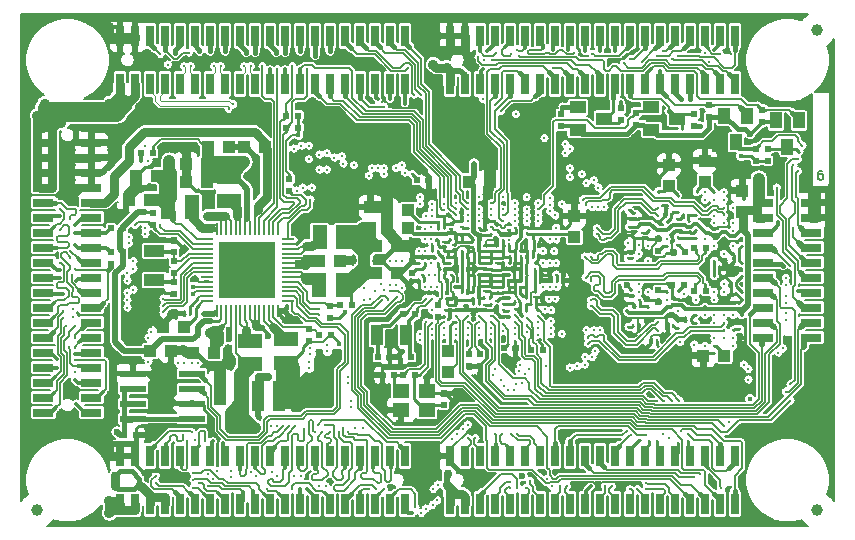
<source format=gbr>
G04 #@! TF.GenerationSoftware,KiCad,Pcbnew,5.1.0-rc2-unknown-036be7d~80~ubuntu16.04.1*
G04 #@! TF.CreationDate,2023-04-21T13:27:13+03:00*
G04 #@! TF.ProjectId,iMX8MPLUS-SOM_Rev_B,694d5838-4d50-44c5-9553-2d534f4d5f52,A*
G04 #@! TF.SameCoordinates,Original*
G04 #@! TF.FileFunction,Copper,L6,Bot*
G04 #@! TF.FilePolarity,Positive*
%FSLAX46Y46*%
G04 Gerber Fmt 4.6, Leading zero omitted, Abs format (unit mm)*
G04 Created by KiCad (PCBNEW 5.1.0-rc2-unknown-036be7d~80~ubuntu16.04.1) date 2023-04-21 13:27:13*
%MOMM*%
%LPD*%
G04 APERTURE LIST*
%ADD10C,0.190500*%
%ADD11R,1.016000X1.016000*%
%ADD12R,1.400000X1.000000*%
%ADD13C,1.000000*%
%ADD14C,1.800000*%
%ADD15R,0.200000X1.000000*%
%ADD16R,1.000000X0.200000*%
%ADD17R,4.800001X4.800001*%
%ADD18R,0.700000X1.800000*%
%ADD19R,1.800000X0.700000*%
%ADD20R,0.550000X0.500000*%
%ADD21R,0.500000X0.550000*%
%ADD22R,2.000000X1.300000*%
%ADD23R,1.300000X2.000000*%
%ADD24R,1.800000X1.000000*%
%ADD25R,1.000000X1.800000*%
%ADD26R,1.400000X1.200000*%
%ADD27R,2.200000X0.600000*%
%ADD28R,1.000000X1.400000*%
%ADD29R,0.381000X0.254000*%
%ADD30R,0.254000X0.381000*%
%ADD31C,0.900000*%
%ADD32C,0.600000*%
%ADD33C,0.450000*%
%ADD34C,0.327000*%
%ADD35C,0.750000*%
%ADD36C,0.508000*%
%ADD37C,0.203200*%
%ADD38C,1.524000*%
%ADD39C,1.676400*%
%ADD40C,0.762000*%
%ADD41C,0.609600*%
%ADD42C,1.016000*%
%ADD43C,0.304800*%
%ADD44C,0.254000*%
%ADD45C,0.406400*%
%ADD46C,0.355600*%
%ADD47C,0.127000*%
%ADD48C,0.152400*%
%ADD49C,0.177800*%
%ADD50C,0.635000*%
%ADD51C,1.270000*%
%ADD52C,2.032000*%
%ADD53C,0.106680*%
G04 APERTURE END LIST*
D10*
X151529142Y-76671714D02*
X151384000Y-76671714D01*
X151311428Y-76708000D01*
X151275142Y-76744285D01*
X151202571Y-76853142D01*
X151166285Y-76998285D01*
X151166285Y-77288571D01*
X151202571Y-77361142D01*
X151238857Y-77397428D01*
X151311428Y-77433714D01*
X151456571Y-77433714D01*
X151529142Y-77397428D01*
X151565428Y-77361142D01*
X151601714Y-77288571D01*
X151601714Y-77107142D01*
X151565428Y-77034571D01*
X151529142Y-76998285D01*
X151456571Y-76962000D01*
X151311428Y-76962000D01*
X151238857Y-76998285D01*
X151202571Y-77034571D01*
X151166285Y-77107142D01*
D11*
X100076000Y-92075000D03*
X98298000Y-92075000D03*
D12*
X137068560Y-73212960D03*
X137068560Y-71310500D03*
X139278360Y-72265540D03*
X133055360Y-72265540D03*
X130845560Y-71310500D03*
X130845560Y-73212960D03*
D13*
X104620000Y-86840000D03*
X101120000Y-83340000D03*
X101120000Y-86840000D03*
X104620000Y-83340000D03*
D14*
X102870000Y-85090000D03*
D15*
X100270000Y-88540000D03*
X100670000Y-88540000D03*
X101070000Y-88540000D03*
X101470000Y-88540000D03*
X101870000Y-88540000D03*
X102270000Y-88540000D03*
X102670000Y-88540000D03*
X103070000Y-88540000D03*
X103470000Y-88540000D03*
X103870000Y-88540000D03*
X104270000Y-88540000D03*
X104670000Y-88540000D03*
X105070000Y-88540000D03*
X105470000Y-88540000D03*
D16*
X106320000Y-87690000D03*
X106320000Y-87290000D03*
X106320000Y-86890000D03*
X106320000Y-86490000D03*
X106320000Y-86090000D03*
X106320000Y-85690000D03*
X106320000Y-85290000D03*
X106320000Y-84890000D03*
X106320000Y-84490000D03*
X106320000Y-84090000D03*
X106320000Y-83690000D03*
X106320000Y-83290000D03*
X106320000Y-82890000D03*
X106320000Y-82490000D03*
D15*
X105470000Y-81640000D03*
X105070000Y-81640000D03*
X104670000Y-81640000D03*
X104270000Y-81640000D03*
X103870000Y-81640000D03*
X103470000Y-81640000D03*
X103070000Y-81640000D03*
X102670000Y-81640000D03*
X102270000Y-81640000D03*
X101870000Y-81640000D03*
X101470000Y-81640000D03*
X101070000Y-81640000D03*
X100670000Y-81640000D03*
X100270000Y-81640000D03*
D16*
X99420000Y-82490000D03*
X99420000Y-82890000D03*
X99420000Y-83290000D03*
X99420000Y-83690000D03*
X99420000Y-84090000D03*
X99420000Y-84490000D03*
X99420000Y-84890000D03*
X99420000Y-85290000D03*
X99420000Y-85690000D03*
X99420000Y-86090000D03*
X99420000Y-86490000D03*
X99420000Y-86890000D03*
X99420000Y-87290000D03*
D17*
X102870000Y-85090000D03*
D16*
X99420000Y-87690000D03*
D18*
X131445000Y-100838000D03*
X131445000Y-104902000D03*
X130175000Y-100838000D03*
X130175000Y-104902000D03*
X128905000Y-100838000D03*
X128905000Y-104902000D03*
X127635000Y-100838000D03*
X127635000Y-104902000D03*
X126365000Y-100838000D03*
X126365000Y-104902000D03*
X125095000Y-100838000D03*
X125095000Y-104902000D03*
X123825000Y-100838000D03*
X123825000Y-104902000D03*
X122555000Y-100838000D03*
X122555000Y-104902000D03*
X121285000Y-100838000D03*
X121285000Y-104902000D03*
X120015000Y-100838000D03*
X120015000Y-104902000D03*
X132715000Y-104902000D03*
X132715000Y-100838000D03*
X133985000Y-104902000D03*
X133985000Y-100838000D03*
X135255000Y-104902000D03*
X135255000Y-100838000D03*
X136525000Y-104902000D03*
X136525000Y-100838000D03*
X137795000Y-104902000D03*
X137795000Y-100838000D03*
X139065000Y-104902000D03*
X139065000Y-100838000D03*
X140335000Y-104902000D03*
X140335000Y-100838000D03*
X141605000Y-104902000D03*
X141605000Y-100838000D03*
X142875000Y-104902000D03*
X142875000Y-100838000D03*
X144145000Y-104902000D03*
X144145000Y-100838000D03*
X103505000Y-100838000D03*
X103505000Y-104902000D03*
X102235000Y-100838000D03*
X102235000Y-104902000D03*
X100965000Y-100838000D03*
X100965000Y-104902000D03*
X99695000Y-100838000D03*
X99695000Y-104902000D03*
X98425000Y-100838000D03*
X98425000Y-104902000D03*
X97155000Y-100838000D03*
X97155000Y-104902000D03*
X95885000Y-100838000D03*
X95885000Y-104902000D03*
X94615000Y-100838000D03*
X94615000Y-104902000D03*
X93345000Y-100838000D03*
X93345000Y-104902000D03*
X92075000Y-100838000D03*
X92075000Y-104902000D03*
X104775000Y-104902000D03*
X104775000Y-100838000D03*
X106045000Y-104902000D03*
X106045000Y-100838000D03*
X107315000Y-104902000D03*
X107315000Y-100838000D03*
X108585000Y-104902000D03*
X108585000Y-100838000D03*
X109855000Y-104902000D03*
X109855000Y-100838000D03*
X111125000Y-104902000D03*
X111125000Y-100838000D03*
X112395000Y-104902000D03*
X112395000Y-100838000D03*
X113665000Y-104902000D03*
X113665000Y-100838000D03*
X114935000Y-104902000D03*
X114935000Y-100838000D03*
X116205000Y-104902000D03*
X116205000Y-100838000D03*
D19*
X89662000Y-84455000D03*
X85598000Y-84455000D03*
X89662000Y-83185000D03*
X85598000Y-83185000D03*
X89662000Y-81915000D03*
X85598000Y-81915000D03*
X89662000Y-80645000D03*
X85598000Y-80645000D03*
X89662000Y-79375000D03*
X85598000Y-79375000D03*
X89662000Y-78105000D03*
X85598000Y-78105000D03*
X89662000Y-76835000D03*
X85598000Y-76835000D03*
X89662000Y-75565000D03*
X85598000Y-75565000D03*
X89662000Y-74295000D03*
X85598000Y-74295000D03*
X89662000Y-73025000D03*
X85598000Y-73025000D03*
X85598000Y-85725000D03*
X89662000Y-85725000D03*
X85598000Y-86995000D03*
X89662000Y-86995000D03*
X85598000Y-88265000D03*
X89662000Y-88265000D03*
X85598000Y-89535000D03*
X89662000Y-89535000D03*
X85598000Y-90805000D03*
X89662000Y-90805000D03*
X85598000Y-92075000D03*
X89662000Y-92075000D03*
X85598000Y-93345000D03*
X89662000Y-93345000D03*
X85598000Y-94615000D03*
X89662000Y-94615000D03*
X85598000Y-95885000D03*
X89662000Y-95885000D03*
X85598000Y-97155000D03*
X89662000Y-97155000D03*
D13*
X85090000Y-105410000D03*
X151130000Y-105410000D03*
X151130000Y-64770000D03*
D11*
X144780000Y-78359000D03*
X144780000Y-80137000D03*
X138557000Y-77978000D03*
X138557000Y-76200000D03*
X141605000Y-75819000D03*
X141605000Y-77597000D03*
X143256000Y-92329000D03*
X141478000Y-92329000D03*
D20*
X96647000Y-87122000D03*
X96647000Y-86106000D03*
X96647000Y-82550000D03*
X96647000Y-83566000D03*
D11*
X108966000Y-84328000D03*
X110744000Y-84328000D03*
X97663000Y-76073000D03*
X99441000Y-76073000D03*
X95758000Y-89916000D03*
X97536000Y-89916000D03*
X94615000Y-91948000D03*
X96393000Y-91948000D03*
X103759000Y-94996000D03*
X105537000Y-94996000D03*
X105537000Y-96520000D03*
X103759000Y-96520000D03*
X115570000Y-85344000D03*
X113792000Y-85344000D03*
X113284000Y-81534000D03*
X113284000Y-79756000D03*
X115570000Y-83058000D03*
X113792000Y-83058000D03*
X99441000Y-77597000D03*
X97663000Y-77597000D03*
X99568000Y-74676000D03*
X101346000Y-74676000D03*
X93472000Y-77089000D03*
X95250000Y-77089000D03*
X94615000Y-79121000D03*
X92837000Y-79121000D03*
X102362000Y-94488000D03*
X100584000Y-94488000D03*
X102362000Y-96012000D03*
X100584000Y-96012000D03*
X102616000Y-74676000D03*
X104394000Y-74676000D03*
X123444000Y-77597000D03*
X121666000Y-77597000D03*
X130556000Y-82296000D03*
X130556000Y-80518000D03*
D21*
X93472000Y-99060000D03*
X92456000Y-99060000D03*
D11*
X114681000Y-80010000D03*
X116459000Y-80010000D03*
X114681000Y-81534000D03*
X116459000Y-81534000D03*
X119888000Y-93726000D03*
X119888000Y-91948000D03*
D20*
X121666000Y-92202000D03*
X121666000Y-93218000D03*
X116840000Y-84328000D03*
X116840000Y-85344000D03*
D21*
X116713000Y-92456000D03*
X115697000Y-92456000D03*
X113919000Y-92456000D03*
X114935000Y-92456000D03*
D20*
X119507000Y-95504000D03*
X119507000Y-96520000D03*
D21*
X114300000Y-93980000D03*
X115316000Y-93980000D03*
D18*
X116205000Y-65278000D03*
X116205000Y-69342000D03*
X114935000Y-65278000D03*
X114935000Y-69342000D03*
X113665000Y-65278000D03*
X113665000Y-69342000D03*
X112395000Y-65278000D03*
X112395000Y-69342000D03*
X111125000Y-65278000D03*
X111125000Y-69342000D03*
X109855000Y-65278000D03*
X109855000Y-69342000D03*
X108585000Y-65278000D03*
X108585000Y-69342000D03*
X107315000Y-65278000D03*
X107315000Y-69342000D03*
X106045000Y-65278000D03*
X106045000Y-69342000D03*
X104775000Y-65278000D03*
X104775000Y-69342000D03*
X92075000Y-69342000D03*
X92075000Y-65278000D03*
X93345000Y-69342000D03*
X93345000Y-65278000D03*
X94615000Y-69342000D03*
X94615000Y-65278000D03*
X95885000Y-69342000D03*
X95885000Y-65278000D03*
X97155000Y-69342000D03*
X97155000Y-65278000D03*
X98425000Y-69342000D03*
X98425000Y-65278000D03*
X99695000Y-69342000D03*
X99695000Y-65278000D03*
X100965000Y-69342000D03*
X100965000Y-65278000D03*
X102235000Y-69342000D03*
X102235000Y-65278000D03*
X103505000Y-69342000D03*
X103505000Y-65278000D03*
X131445000Y-65278000D03*
X131445000Y-69342000D03*
X130175000Y-65278000D03*
X130175000Y-69342000D03*
X128905000Y-65278000D03*
X128905000Y-69342000D03*
X127635000Y-65278000D03*
X127635000Y-69342000D03*
X126365000Y-65278000D03*
X126365000Y-69342000D03*
X125095000Y-65278000D03*
X125095000Y-69342000D03*
X123825000Y-65278000D03*
X123825000Y-69342000D03*
X122555000Y-65278000D03*
X122555000Y-69342000D03*
X121285000Y-65278000D03*
X121285000Y-69342000D03*
X120015000Y-65278000D03*
X120015000Y-69342000D03*
X132715000Y-69342000D03*
X132715000Y-65278000D03*
X133985000Y-69342000D03*
X133985000Y-65278000D03*
X135255000Y-69342000D03*
X135255000Y-65278000D03*
X136525000Y-69342000D03*
X136525000Y-65278000D03*
X137795000Y-69342000D03*
X137795000Y-65278000D03*
X139065000Y-69342000D03*
X139065000Y-65278000D03*
X140335000Y-69342000D03*
X140335000Y-65278000D03*
X141605000Y-69342000D03*
X141605000Y-65278000D03*
X142875000Y-69342000D03*
X142875000Y-65278000D03*
X144145000Y-69342000D03*
X144145000Y-65278000D03*
D22*
X106172000Y-90948000D03*
X106172000Y-92948000D03*
D23*
X108966000Y-86360000D03*
X110966000Y-86360000D03*
X110982000Y-82296000D03*
X108982000Y-82296000D03*
D22*
X101346000Y-77232000D03*
X101346000Y-79232000D03*
D24*
X94996000Y-83459000D03*
X94996000Y-85959000D03*
D25*
X113812000Y-90551000D03*
X116312000Y-90551000D03*
D26*
X115867000Y-95339000D03*
X118067000Y-96939000D03*
X118067000Y-95339000D03*
X115867000Y-96939000D03*
D20*
X137668000Y-82423000D03*
X137668000Y-83439000D03*
D21*
X139954000Y-83566000D03*
X138938000Y-83566000D03*
X141732000Y-83185000D03*
X140716000Y-83185000D03*
D20*
X137668000Y-87757000D03*
X137668000Y-86741000D03*
D21*
X139827000Y-86360000D03*
X138811000Y-86360000D03*
X141732000Y-86868000D03*
X140716000Y-86868000D03*
D20*
X106426000Y-77343000D03*
X106426000Y-78359000D03*
D21*
X107188000Y-73025000D03*
X106172000Y-73025000D03*
X107188000Y-72009000D03*
X106172000Y-72009000D03*
D20*
X96647000Y-85344000D03*
X96647000Y-84328000D03*
X108077000Y-90043000D03*
X108077000Y-91059000D03*
D21*
X110744000Y-88011000D03*
X111760000Y-88011000D03*
X109982000Y-90551000D03*
X108966000Y-90551000D03*
D20*
X109855000Y-89154000D03*
X109855000Y-88138000D03*
D21*
X126873000Y-91821000D03*
X127889000Y-91821000D03*
X125603000Y-91694000D03*
X124587000Y-91694000D03*
D20*
X122555000Y-92202000D03*
X122555000Y-93218000D03*
D21*
X117221000Y-77470000D03*
X118237000Y-77470000D03*
D20*
X118999000Y-89027000D03*
X118999000Y-88011000D03*
D21*
X116078000Y-88773000D03*
X117094000Y-88773000D03*
X117094000Y-93980000D03*
X116078000Y-93980000D03*
D27*
X93171000Y-97663000D03*
X93171000Y-96393000D03*
X93171000Y-95123000D03*
X93171000Y-93853000D03*
X98171000Y-93853000D03*
X98171000Y-95123000D03*
X98171000Y-96393000D03*
X98171000Y-97663000D03*
D28*
X147640040Y-72425560D03*
X149542500Y-72425560D03*
X148587460Y-74635360D03*
X144203420Y-74254360D03*
X145158460Y-72044560D03*
X143256000Y-72044560D03*
D20*
X146431000Y-71501000D03*
X146431000Y-72517000D03*
X141986000Y-71120000D03*
X141986000Y-72136000D03*
X146939000Y-75819000D03*
X146939000Y-74803000D03*
X145923000Y-74803000D03*
X145923000Y-75819000D03*
X129413000Y-71882000D03*
X129413000Y-72898000D03*
X135763000Y-71755000D03*
X135763000Y-72771000D03*
X134493000Y-71374000D03*
X134493000Y-72390000D03*
X140716000Y-72898000D03*
X140716000Y-71882000D03*
D29*
X124028200Y-84505800D03*
X124028200Y-84074000D03*
X123000000Y-84534100D03*
X123000000Y-84965900D03*
D30*
X125488700Y-84023200D03*
X125056900Y-84023200D03*
X122453400Y-84000000D03*
X122021600Y-84000000D03*
D29*
X123063000Y-83034100D03*
X123063000Y-83465900D03*
X123952000Y-83465900D03*
X123952000Y-83034100D03*
D30*
X125044200Y-83007200D03*
X124612400Y-83007200D03*
D29*
X122986800Y-81661000D03*
X122986800Y-82092800D03*
X124002800Y-86995000D03*
X124002800Y-86563200D03*
X122986800Y-86448900D03*
X122986800Y-86880700D03*
D30*
X126022100Y-86004400D03*
X126453900Y-86004400D03*
X125590300Y-82956400D03*
X126022100Y-82956400D03*
X126453900Y-84023200D03*
X126022100Y-84023200D03*
D29*
X119507000Y-83108800D03*
X119507000Y-82677000D03*
D30*
X121500900Y-85000000D03*
X121069100Y-85000000D03*
X126022100Y-85000000D03*
X126453900Y-85000000D03*
X124500000Y-86000000D03*
X124931800Y-86000000D03*
X121500900Y-86000000D03*
X121069100Y-86000000D03*
X122453400Y-86004400D03*
X122021600Y-86004400D03*
X121069100Y-86918800D03*
X121500900Y-86918800D03*
X125514100Y-87045800D03*
X125945900Y-87045800D03*
D29*
X127000000Y-82003900D03*
X127000000Y-81572100D03*
D30*
X127330200Y-87985600D03*
X126898400Y-87985600D03*
D29*
X127254000Y-86944200D03*
X127254000Y-87376000D03*
D30*
X127673100Y-85979000D03*
X127241300Y-85979000D03*
X127241300Y-85064600D03*
X127673100Y-85064600D03*
X127495300Y-83947000D03*
X127063500Y-83947000D03*
X127114300Y-82956400D03*
X127546100Y-82956400D03*
X119138700Y-85013800D03*
X119570500Y-85013800D03*
X117386100Y-86000000D03*
X117817900Y-86000000D03*
X120230900Y-86995000D03*
X119799100Y-86995000D03*
X98005900Y-88773000D03*
X97574100Y-88773000D03*
D29*
X124002800Y-81267300D03*
X124002800Y-81699100D03*
D30*
X125590300Y-81991200D03*
X126022100Y-81991200D03*
X125514100Y-87833200D03*
X125945900Y-87833200D03*
D29*
X121005600Y-80975200D03*
X121005600Y-81407000D03*
X124993400Y-81699100D03*
X124993400Y-81267300D03*
X118999000Y-80556100D03*
X118999000Y-80987900D03*
D30*
X119830900Y-84000000D03*
X119399100Y-84000000D03*
X118465600Y-83007200D03*
X118033800Y-83007200D03*
D29*
X124917200Y-89014300D03*
X124917200Y-88582500D03*
X123000000Y-88034100D03*
X123000000Y-88465900D03*
X120091200Y-81216500D03*
X120091200Y-81648300D03*
X120396000Y-83362800D03*
X120396000Y-82931000D03*
X121539000Y-82677000D03*
X121539000Y-83108800D03*
X120015000Y-88442800D03*
X120015000Y-88011000D03*
X121412000Y-87630000D03*
X121412000Y-88061800D03*
D30*
X119799100Y-86000000D03*
X120230900Y-86000000D03*
D29*
X124002800Y-85521800D03*
X124002800Y-85090000D03*
D30*
X121031000Y-83947000D03*
X121462800Y-83947000D03*
X123367800Y-87444580D03*
X122936000Y-87444580D03*
D29*
X123985020Y-87673180D03*
X123985020Y-88104980D03*
X135636000Y-81838800D03*
X135636000Y-81407000D03*
X142494000Y-82042000D03*
X142494000Y-81610200D03*
X138938000Y-87503000D03*
X138938000Y-87934800D03*
X144399000Y-88315800D03*
X144399000Y-87884000D03*
X140335000Y-82346800D03*
X140335000Y-81915000D03*
D30*
X144200000Y-86360000D03*
X143768200Y-86360000D03*
X139992100Y-89281000D03*
X140423900Y-89281000D03*
X135940800Y-89789000D03*
X135509000Y-89789000D03*
D29*
X136398000Y-82346800D03*
X136398000Y-81915000D03*
X135382000Y-87210900D03*
X135382000Y-86779100D03*
D30*
X140208000Y-80518000D03*
X139776200Y-80518000D03*
X138938000Y-89789000D03*
X138506200Y-89789000D03*
X144526000Y-84074000D03*
X144094200Y-84074000D03*
X142798800Y-84963000D03*
X142367000Y-84963000D03*
D29*
X135636000Y-80733900D03*
X135636000Y-80302100D03*
X144526000Y-90512900D03*
X144526000Y-90081100D03*
X135432800Y-83642200D03*
X135432800Y-84074000D03*
D30*
X136105900Y-88138000D03*
X135674100Y-88138000D03*
X138734800Y-80391000D03*
X138303000Y-80391000D03*
X137502900Y-91059000D03*
X137071100Y-91059000D03*
D20*
X94869000Y-81280000D03*
X94869000Y-80264000D03*
D21*
X92329000Y-81534000D03*
X91313000Y-81534000D03*
X92329000Y-83566000D03*
X91313000Y-83566000D03*
D19*
X146558000Y-79375000D03*
X150622000Y-79375000D03*
X146558000Y-80645000D03*
X150622000Y-80645000D03*
X146558000Y-81915000D03*
X150622000Y-81915000D03*
X146558000Y-83185000D03*
X150622000Y-83185000D03*
X146558000Y-84455000D03*
X150622000Y-84455000D03*
X146558000Y-85725000D03*
X150622000Y-85725000D03*
X146558000Y-86995000D03*
X150622000Y-86995000D03*
X146558000Y-88265000D03*
X150622000Y-88265000D03*
X146558000Y-89535000D03*
X150622000Y-89535000D03*
X146558000Y-90805000D03*
X150622000Y-90805000D03*
D21*
X94869000Y-75184000D03*
X93853000Y-75184000D03*
X92329000Y-84582000D03*
X91313000Y-84582000D03*
D30*
X129501900Y-85979000D03*
X129070100Y-85979000D03*
D23*
X98155000Y-79756000D03*
X96155000Y-79756000D03*
D22*
X103124000Y-91075000D03*
X103124000Y-93075000D03*
D31*
X92456000Y-70993000D03*
X91186000Y-70993000D03*
X87122000Y-72644000D03*
X86106000Y-72009000D03*
X85090000Y-72009000D03*
X87122000Y-71501000D03*
D32*
X103505000Y-89535000D03*
D33*
X99822000Y-88773000D03*
X99187000Y-88773000D03*
D32*
X101346000Y-90932000D03*
X101346000Y-90170000D03*
X107188000Y-84455000D03*
X107823000Y-84836000D03*
X107823000Y-84074000D03*
X100965000Y-80518000D03*
X100203000Y-80518000D03*
X99441000Y-80518000D03*
D31*
X88392000Y-71501000D03*
X85725000Y-70993000D03*
D32*
X104648000Y-90703400D03*
X104089200Y-89992200D03*
D34*
X131000000Y-78000000D03*
X131445000Y-87630000D03*
X135026400Y-87909400D03*
X129500000Y-83500000D03*
X129500000Y-87500000D03*
X129500000Y-88500000D03*
X133096000Y-81534000D03*
X132207000Y-91440000D03*
X130937000Y-83947000D03*
X130937000Y-85598000D03*
X132207000Y-78613000D03*
X139319000Y-89281000D03*
X144700000Y-86300000D03*
X136800000Y-87600000D03*
X139225000Y-80775000D03*
X138400000Y-79800000D03*
X136800000Y-77880000D03*
X144000000Y-83700000D03*
X144700000Y-82400000D03*
X144900000Y-79100000D03*
X141600000Y-81100000D03*
X139170000Y-81740000D03*
X138400000Y-83670000D03*
X141620000Y-89560000D03*
X144000000Y-89560000D03*
X144700000Y-90850000D03*
X142400000Y-92130000D03*
X140797500Y-92227500D03*
X136800000Y-91500000D03*
X138400000Y-90200000D03*
X130820000Y-92320000D03*
X129580000Y-91060000D03*
X128570000Y-91070000D03*
X129580000Y-78930000D03*
X136000000Y-79760000D03*
X140700000Y-90600000D03*
X143210000Y-87590000D03*
X143400000Y-77600000D03*
X140812500Y-81687500D03*
X143200000Y-82400000D03*
X136810000Y-82430000D03*
X135080000Y-83440000D03*
X135080000Y-82120000D03*
X135160000Y-80760000D03*
X129500000Y-80550000D03*
X140335000Y-87884000D03*
X139446000Y-87630000D03*
X138400000Y-86220000D03*
X127820000Y-87500000D03*
X127462280Y-88460580D03*
X127570000Y-91050000D03*
X125560000Y-91060000D03*
X127190000Y-84500000D03*
X129580000Y-84500000D03*
X129580000Y-82500000D03*
X127750000Y-82500000D03*
X129580000Y-85470000D03*
X127900000Y-85470000D03*
X129580000Y-86500000D03*
X129580000Y-81500000D03*
X128300000Y-81500000D03*
X136800000Y-83590000D03*
X142400000Y-83720000D03*
X135049260Y-87208360D03*
X136810000Y-86260000D03*
X143200000Y-85560000D03*
X142400000Y-86320000D03*
X129580000Y-89500000D03*
X135155000Y-89225000D03*
X136000000Y-90230000D03*
X144700000Y-87600000D03*
X144700000Y-89550000D03*
X141610000Y-79730000D03*
D33*
X144145000Y-93345000D03*
D34*
X144000000Y-84500000D03*
X143960000Y-80470000D03*
X139500000Y-92000000D03*
D33*
X138430000Y-74295000D03*
X140716000Y-74676000D03*
X136398000Y-74295000D03*
X142748000Y-76327000D03*
X134493000Y-74295000D03*
X131318000Y-74295000D03*
X144526000Y-77089000D03*
X139446000Y-95504000D03*
D34*
X129030000Y-89580000D03*
D33*
X129984500Y-75755500D03*
D31*
X87503000Y-74676000D03*
D32*
X106807000Y-89281000D03*
X106045000Y-89281000D03*
D33*
X96012000Y-82550000D03*
X98298000Y-85852000D03*
X145415000Y-105537000D03*
X109855000Y-102870000D03*
D35*
X96520000Y-88900000D03*
D31*
X97409000Y-91821000D03*
D33*
X115951000Y-91922600D03*
D35*
X111760000Y-84201000D03*
D33*
X114300000Y-84328000D03*
X113665000Y-84328000D03*
X115824000Y-93091000D03*
D34*
X117750000Y-88500000D03*
D35*
X107569000Y-81661000D03*
D34*
X120500000Y-88500000D03*
D35*
X121539000Y-102362000D03*
D33*
X128016000Y-102235000D03*
X128905000Y-102235000D03*
X147828000Y-93345000D03*
X147955000Y-85344000D03*
X142875000Y-94488000D03*
D32*
X100965000Y-92837000D03*
D31*
X91186000Y-99822000D03*
X91186000Y-100838000D03*
D35*
X107569000Y-80772000D03*
D32*
X115697000Y-98044000D03*
D33*
X95758000Y-86868000D03*
X94869000Y-89662000D03*
D34*
X116586000Y-77470000D03*
D31*
X91186000Y-64516000D03*
X91186000Y-65532000D03*
X103251000Y-77089000D03*
X96266000Y-74676000D03*
D32*
X94742000Y-78105000D03*
D33*
X94742000Y-84963000D03*
D31*
X91440000Y-74549000D03*
X91440000Y-75565000D03*
X87503000Y-75692000D03*
D35*
X85598000Y-99060000D03*
X87630000Y-94869000D03*
D31*
X88011000Y-79121000D03*
X118618000Y-66421000D03*
X119761000Y-66675000D03*
D33*
X150241000Y-70866000D03*
D34*
X122500000Y-81500000D03*
X119500000Y-83500000D03*
X119750000Y-86500000D03*
X119500000Y-85500000D03*
X117420000Y-81470000D03*
X123500000Y-87000000D03*
X126000000Y-85500000D03*
X124500000Y-84500000D03*
X123500000Y-85000000D03*
X117434360Y-80505300D03*
X118503700Y-78927960D03*
X119500000Y-81018380D03*
X119509540Y-81539080D03*
X119507000Y-80512920D03*
X120497600Y-78927960D03*
X121500900Y-78930500D03*
X122501660Y-79438500D03*
X123502420Y-78922880D03*
X123507500Y-80975200D03*
X124505720Y-81490820D03*
X124505720Y-79443580D03*
X125498860Y-78927960D03*
X126504700Y-79441040D03*
X126507240Y-81483200D03*
X127500380Y-78927960D03*
X127508000Y-81490820D03*
X117406420Y-82501740D03*
X121986040Y-83499960D03*
X123499880Y-82989420D03*
X125013720Y-83502500D03*
X125989080Y-84500720D03*
X121991120Y-84500720D03*
X117411500Y-84500720D03*
X121988580Y-85501480D03*
X125013720Y-86502240D03*
X121988580Y-86499700D03*
X117416580Y-86499700D03*
X117500000Y-87500000D03*
X124500000Y-91000000D03*
X125501400Y-88425020D03*
X124500000Y-89100000D03*
X123499880Y-88442800D03*
X123499880Y-91071700D03*
X118501160Y-91076780D03*
X117495320Y-89496900D03*
X119499380Y-91076780D03*
X119578120Y-88480900D03*
X120500140Y-91076780D03*
X121500900Y-91076780D03*
X121500900Y-88475820D03*
X122501660Y-91079320D03*
X122509280Y-88475820D03*
X120502680Y-80970120D03*
D31*
X91440000Y-73533000D03*
D32*
X99695000Y-98425000D03*
D33*
X108966000Y-74168000D03*
X144907000Y-91567000D03*
D34*
X132537200Y-103378000D03*
X126111000Y-103124000D03*
D31*
X151003000Y-78359000D03*
D32*
X101727000Y-67818000D03*
D34*
X108000800Y-102313740D03*
X142367000Y-103505000D03*
X92710000Y-68072000D03*
D33*
X136906000Y-95631000D03*
X115062000Y-103505000D03*
D32*
X121539000Y-103251000D03*
D33*
X132207000Y-71247000D03*
X133350000Y-71247000D03*
X135255000Y-71120000D03*
X135890000Y-71120000D03*
X132715000Y-74295000D03*
X137541000Y-72263000D03*
X136779000Y-72263000D03*
X141351000Y-71628000D03*
X143510000Y-73152000D03*
X142621000Y-73152000D03*
X149352000Y-71247000D03*
X142367000Y-74930000D03*
X143764000Y-76327000D03*
X140106400Y-96088200D03*
X140462000Y-95504000D03*
X142367000Y-94996000D03*
X145923000Y-106045000D03*
X145034000Y-104648000D03*
X151765000Y-98806000D03*
X151003000Y-99695000D03*
X151765000Y-100584000D03*
X117221000Y-106070400D03*
X84455000Y-98171000D03*
X146177000Y-64135000D03*
X145034000Y-64135000D03*
X145288000Y-65151000D03*
X144780000Y-66675000D03*
X148590000Y-72263000D03*
D32*
X101676200Y-92837000D03*
X103809800Y-94183200D03*
X104571800Y-94183200D03*
D33*
X84455000Y-64262000D03*
X93980000Y-63754000D03*
X97790000Y-63754000D03*
X101727000Y-63754000D03*
X105410000Y-63754000D03*
X109220000Y-63754000D03*
X113030000Y-63754000D03*
X116840000Y-63754000D03*
X120650000Y-63754000D03*
X124460000Y-63754000D03*
X128270000Y-63754000D03*
X132080000Y-63754000D03*
X135890000Y-63754000D03*
X139700000Y-63754000D03*
X152146000Y-80010000D03*
X152146000Y-83820000D03*
X152146000Y-87630000D03*
X152146000Y-91440000D03*
X152146000Y-94615000D03*
X152146000Y-96901000D03*
X143510000Y-106426000D03*
X139700000Y-106426000D03*
X135890000Y-106426000D03*
X132080000Y-106426000D03*
X128270000Y-106426000D03*
X124460000Y-106426000D03*
X120650000Y-106426000D03*
X113030000Y-106426000D03*
X109220000Y-106426000D03*
X105410000Y-106426000D03*
X101600000Y-106426000D03*
X97790000Y-106426000D03*
X93980000Y-106426000D03*
X89154000Y-106426000D03*
X84074000Y-93980000D03*
X84074000Y-90170000D03*
X84074000Y-86360000D03*
X84074000Y-82550000D03*
X84074000Y-78740000D03*
X84074000Y-74930000D03*
X84074000Y-71374000D03*
D34*
X135026400Y-88569800D03*
X138400000Y-81740000D03*
X144800000Y-81100000D03*
X142400000Y-82400000D03*
X138400000Y-88260000D03*
X141620000Y-88240000D03*
X135155000Y-81425000D03*
X144700000Y-88900000D03*
D35*
X119761000Y-103251000D03*
X119888000Y-102362000D03*
D31*
X146177000Y-78359000D03*
D35*
X91694000Y-103378000D03*
X91694000Y-102489000D03*
D31*
X96266000Y-75819000D03*
X96266000Y-76835000D03*
X96266000Y-77851000D03*
D32*
X145415000Y-73533000D03*
D34*
X120000000Y-84500000D03*
X118960000Y-81610000D03*
X125000000Y-82000000D03*
X121500000Y-81500000D03*
X123510040Y-81488280D03*
X124490480Y-82001360D03*
X125500000Y-81500000D03*
X118986300Y-83505040D03*
X119473980Y-84505800D03*
X124477780Y-87975440D03*
X125008640Y-87975440D03*
X123497340Y-87929720D03*
X145288000Y-94361000D03*
D31*
X146177000Y-77343000D03*
D32*
X91821000Y-98806000D03*
D33*
X107188000Y-73660000D03*
D34*
X137600000Y-91500000D03*
X136800000Y-88200000D03*
X142400000Y-85600000D03*
X136800000Y-84300000D03*
X139300000Y-78800000D03*
X137600000Y-78470000D03*
X142400000Y-84300000D03*
X144700000Y-83040000D03*
X140830000Y-80440000D03*
X143200000Y-81100000D03*
X142400000Y-78500000D03*
X140900000Y-78500000D03*
X140830000Y-88900000D03*
X142410000Y-88900000D03*
X140830000Y-89560000D03*
X144700000Y-85580000D03*
X142400000Y-91500000D03*
X136010000Y-87600000D03*
X140700000Y-91400000D03*
X139500000Y-91200000D03*
X139300000Y-90000000D03*
X140290000Y-80920000D03*
X139300000Y-80200000D03*
X139300000Y-82300000D03*
X140840000Y-82400000D03*
X138402500Y-81027500D03*
X136850000Y-81710000D03*
X135080000Y-84110000D03*
X135080000Y-82780000D03*
X135160000Y-80040000D03*
X140830000Y-87590000D03*
X139827000Y-87122000D03*
X126470000Y-88040000D03*
X127038100Y-82499200D03*
X127190000Y-85470000D03*
X127180000Y-86500000D03*
X135125460Y-89910920D03*
X139319000Y-88521540D03*
X144000000Y-90200000D03*
D32*
X135001000Y-86385400D03*
D34*
X143960000Y-79800000D03*
X144700000Y-86950000D03*
X144700000Y-84500000D03*
X126509780Y-81996280D03*
X127063500Y-83502500D03*
X126470000Y-88600000D03*
D31*
X101473000Y-98425000D03*
X102489000Y-98425000D03*
X103505000Y-98425000D03*
D32*
X126111000Y-102489000D03*
D33*
X145415000Y-96012000D03*
D31*
X91186000Y-104648000D03*
X91186000Y-105664000D03*
X101600000Y-75946000D03*
X102616000Y-75946000D03*
X100584000Y-75946000D03*
X119761000Y-67945000D03*
X118618000Y-67691000D03*
D34*
X122936000Y-67310000D03*
X134493000Y-70866000D03*
X141224000Y-72898000D03*
D33*
X144653000Y-75438000D03*
D34*
X124500000Y-88500000D03*
D33*
X98298000Y-87122000D03*
D34*
X118963440Y-84503260D03*
X129020000Y-85470000D03*
D31*
X100457000Y-91186000D03*
X99695000Y-90424000D03*
D34*
X119750000Y-87500000D03*
X120462040Y-81978500D03*
X120520460Y-82501740D03*
X121960640Y-82499200D03*
X121986040Y-87475060D03*
X121986040Y-88000840D03*
X120500140Y-87980520D03*
X120500140Y-87454740D03*
X120100000Y-85500000D03*
D32*
X94107000Y-80137000D03*
D34*
X118470680Y-83505040D03*
D33*
X98298000Y-86487000D03*
D31*
X108712000Y-95758000D03*
X107696000Y-95758000D03*
X106680000Y-95758000D03*
D33*
X110617000Y-91313000D03*
D34*
X122500000Y-82500000D03*
X124500000Y-83500000D03*
X122500000Y-84500000D03*
X123500000Y-83500000D03*
X122500000Y-83500000D03*
X123500000Y-82000000D03*
X124500640Y-82506820D03*
X125013720Y-82516980D03*
X125028960Y-84500720D03*
X123499880Y-84475320D03*
D33*
X122047000Y-76708000D03*
X122047000Y-76073000D03*
D34*
X126450000Y-87460000D03*
D31*
X112776000Y-82931000D03*
X112776000Y-83947000D03*
D33*
X111125000Y-88646000D03*
D31*
X112776000Y-84963000D03*
X112268000Y-81915000D03*
D34*
X121000000Y-86500000D03*
X121000000Y-85500000D03*
X121000000Y-84500000D03*
X121000000Y-83500000D03*
X120000000Y-82500000D03*
X122500000Y-86500000D03*
X122500000Y-85500000D03*
X124500000Y-86500000D03*
X124500000Y-85500000D03*
X126500000Y-84500000D03*
X126000000Y-83500000D03*
X125935740Y-86504780D03*
X126466600Y-86504780D03*
X126471680Y-82506820D03*
X126525020Y-83502500D03*
X123502420Y-85552280D03*
X125013720Y-85504020D03*
X126514860Y-85504020D03*
X120484900Y-86499700D03*
X123499880Y-86453980D03*
X124487940Y-87436960D03*
X125011180Y-87436960D03*
X122501660Y-87436960D03*
X122509280Y-87957660D03*
X103505000Y-79629000D03*
X117650000Y-85500000D03*
X120500140Y-89529920D03*
X121500900Y-89514680D03*
X117924580Y-84500720D03*
X108839000Y-98171000D03*
X118526560Y-87500460D03*
X118013480Y-87500460D03*
X118531640Y-89537540D03*
X118010940Y-89499440D03*
X124587000Y-94869000D03*
X125730000Y-98933000D03*
X125857000Y-93599000D03*
X135255000Y-103632000D03*
X124333000Y-94361000D03*
X125222000Y-98933000D03*
X125500000Y-90500000D03*
X133731000Y-103378000D03*
X124460000Y-98933000D03*
X123698000Y-93980000D03*
X133123000Y-103378000D03*
X125498860Y-89984580D03*
X123825000Y-93472000D03*
X123825000Y-98933000D03*
X131953000Y-103378000D03*
X122504200Y-90558620D03*
X122174000Y-99314000D03*
X121539000Y-99314000D03*
X122506740Y-90035380D03*
X125984000Y-93091000D03*
X135890000Y-103632000D03*
X136652000Y-103632000D03*
X126365000Y-93853000D03*
X126746000Y-93472000D03*
X136652000Y-103124000D03*
X125730000Y-103505000D03*
X124500000Y-90250000D03*
X125095000Y-102997000D03*
X123499880Y-90027760D03*
X125095000Y-103505000D03*
X123499880Y-90545920D03*
X125476000Y-95250000D03*
X126492000Y-103505000D03*
X124968000Y-95250000D03*
X126804914Y-102963486D03*
X126111000Y-94691200D03*
X129313000Y-103378000D03*
X125603000Y-94742000D03*
X129921000Y-103378000D03*
X142400000Y-90840000D03*
X131450500Y-92450500D03*
X144000000Y-91500000D03*
X130175000Y-93345000D03*
X131572000Y-77724000D03*
X141600000Y-78500000D03*
X130175000Y-76454000D03*
X143210000Y-78500000D03*
X132207000Y-77470000D03*
X141600000Y-79150000D03*
X131191000Y-76962000D03*
X142400000Y-79150000D03*
X130175000Y-77216000D03*
X143210000Y-79150000D03*
X142400000Y-80500000D03*
X132588000Y-78105000D03*
X144000000Y-81100000D03*
X132588000Y-79756000D03*
X142400000Y-81100000D03*
X132080000Y-79756000D03*
X144000000Y-81750000D03*
X133096000Y-79756000D03*
X136000000Y-83000000D03*
X128850000Y-83510000D03*
X128460000Y-82500000D03*
X136800000Y-83020000D03*
X129020000Y-84500000D03*
X138390000Y-82460000D03*
X128940000Y-80470000D03*
X141600000Y-82420000D03*
X129500000Y-79500000D03*
X142400000Y-83040000D03*
X128460000Y-84500000D03*
X144000000Y-83050000D03*
X136000000Y-83720000D03*
X127900000Y-83500000D03*
X138400000Y-83070000D03*
X129020000Y-82500000D03*
X139200000Y-83000000D03*
X129020000Y-81500000D03*
X143200000Y-83700000D03*
X127900000Y-84500000D03*
X136010000Y-86300000D03*
X128950000Y-87500000D03*
X138400000Y-86930000D03*
X128060000Y-88430000D03*
X139319000Y-86868000D03*
X128540000Y-89410000D03*
X128460000Y-86500000D03*
X143200000Y-86270000D03*
X136010000Y-86940000D03*
X128390000Y-87510000D03*
X128580000Y-88500000D03*
X136800000Y-86960000D03*
X127900000Y-86500000D03*
X138400000Y-87600000D03*
X142400000Y-86940000D03*
X128540000Y-90000000D03*
X142410000Y-87590000D03*
X129500000Y-90500000D03*
X129020000Y-86500000D03*
X143200000Y-86980000D03*
X141620000Y-88900000D03*
X131572000Y-90170000D03*
X132715000Y-90170000D03*
X144000000Y-88900000D03*
X142410000Y-89560000D03*
X132334000Y-91948000D03*
X143240000Y-88900000D03*
X132207000Y-90170000D03*
X132080000Y-92456000D03*
X141590000Y-91500000D03*
X131445000Y-93091000D03*
X143210000Y-90850000D03*
X144000000Y-90850000D03*
X130810000Y-93218000D03*
X95758000Y-88138000D03*
X149098000Y-76200000D03*
X108077000Y-93345000D03*
X107823000Y-79502000D03*
X128143000Y-93218000D03*
X149479000Y-86868000D03*
X138049000Y-98933000D03*
X107315000Y-88392000D03*
X107315000Y-79248000D03*
X107950000Y-68072000D03*
X127505460Y-80977740D03*
X106680000Y-88519000D03*
X106680000Y-67818000D03*
X106807000Y-79375000D03*
X128016000Y-73914000D03*
X126500000Y-89750000D03*
X124500000Y-89700000D03*
X122506740Y-89514680D03*
X116840000Y-76962000D03*
X149098000Y-81534000D03*
X119501920Y-89009220D03*
X148844000Y-96139000D03*
X95758000Y-87503000D03*
X107061000Y-78359000D03*
X149479000Y-76708000D03*
X115951000Y-86614000D03*
X108585000Y-98806000D03*
X115443000Y-86360000D03*
X100838000Y-99695000D03*
X114300000Y-87630000D03*
X114935000Y-86868000D03*
X110998000Y-98425000D03*
X118948200Y-86502240D03*
X109855000Y-98806000D03*
X117929660Y-86502240D03*
X110617000Y-98806000D03*
X118440200Y-86502240D03*
X115570000Y-87376000D03*
X114808000Y-87630000D03*
X108204000Y-91694000D03*
X94742000Y-90297000D03*
X108966000Y-88900000D03*
X118500000Y-88500000D03*
X109601000Y-91440000D03*
X94234000Y-81534000D03*
X108204000Y-92202000D03*
X94488000Y-90805000D03*
X127460000Y-88970000D03*
X139446000Y-96139000D03*
X148209000Y-84709000D03*
X137541000Y-96139000D03*
X148844000Y-94742000D03*
X125501400Y-89448640D03*
X98679000Y-92964000D03*
X92837000Y-82296000D03*
X123499880Y-88960960D03*
X121500000Y-89000000D03*
X120500140Y-89016840D03*
X122509280Y-88999060D03*
X109601000Y-91948000D03*
X94234000Y-82042000D03*
X138176000Y-96139000D03*
X147828000Y-81026000D03*
X125501400Y-88935560D03*
X98171000Y-92964000D03*
X92837000Y-82804000D03*
X127430000Y-89500000D03*
X135382000Y-99060000D03*
X123499880Y-89476580D03*
X108966000Y-88392000D03*
X143256000Y-98298000D03*
X148463000Y-95377000D03*
X119501920Y-89524840D03*
X126560000Y-89190000D03*
X138811000Y-96139000D03*
X148844000Y-84709000D03*
X93218000Y-84328000D03*
X97536000Y-92964000D03*
X93218000Y-84963000D03*
X97028000Y-92964000D03*
X127430000Y-90010000D03*
X108077000Y-92837000D03*
X108204000Y-79121000D03*
X121500900Y-90035380D03*
X109510500Y-103378000D03*
X107430500Y-102489000D03*
X120500140Y-90045540D03*
X117500000Y-90500000D03*
X101473000Y-102616000D03*
X105361415Y-102567415D03*
X119499380Y-90037920D03*
X126500000Y-90300000D03*
X135001000Y-98679000D03*
X92710000Y-85344000D03*
X111379000Y-94107000D03*
X118501160Y-90048080D03*
X103583415Y-102567415D03*
X101473000Y-102108000D03*
X117500400Y-91010740D03*
X108929500Y-103378000D03*
X121500900Y-90556080D03*
X120500140Y-90561160D03*
X106849500Y-102489000D03*
X128540000Y-90540000D03*
X94488000Y-92837000D03*
X95504000Y-81280000D03*
X104950585Y-102156585D03*
X119499380Y-90556080D03*
X92710000Y-85979000D03*
X111379000Y-94615000D03*
X103172585Y-102156585D03*
X118503700Y-90561160D03*
X111633000Y-96139000D03*
X93218000Y-86741000D03*
X118618000Y-103632000D03*
X148463000Y-88760500D03*
X112014000Y-98425000D03*
X92710000Y-87630000D03*
X120190585Y-99392415D03*
X148209000Y-91694000D03*
X111633000Y-96647000D03*
X92710000Y-86995000D03*
X118539585Y-104980415D03*
X148463000Y-87260500D03*
X136906000Y-99568000D03*
X121539000Y-98171000D03*
X144907000Y-93091000D03*
X105410000Y-98298000D03*
X88138000Y-88392000D03*
X117602000Y-105664000D03*
X148463000Y-85760500D03*
X140208000Y-98933000D03*
X118999000Y-103251000D03*
X148463000Y-89341500D03*
X104902000Y-98298000D03*
X88138000Y-89027000D03*
X118950415Y-104569585D03*
X148463000Y-87841500D03*
X92710000Y-88265000D03*
X112649000Y-98425000D03*
X117983000Y-105283000D03*
X148463000Y-86341500D03*
X120601415Y-98981585D03*
X147828000Y-92075000D03*
X121158000Y-98552000D03*
X145288000Y-93472000D03*
X136144000Y-99441000D03*
X136652000Y-99060000D03*
X140208000Y-99568000D03*
X139573000Y-98679000D03*
X114427000Y-86741000D03*
X99949000Y-99568000D03*
X111379000Y-98806000D03*
X118750000Y-85500000D03*
X118200000Y-85500000D03*
X109220000Y-98806000D03*
X114935000Y-86360000D03*
X107696000Y-98552000D03*
X114173000Y-86233000D03*
X106934000Y-98298000D03*
X113665000Y-86868000D03*
X99314000Y-99568000D03*
X112776000Y-87630000D03*
X105918000Y-98298000D03*
X109474000Y-98171000D03*
X118445280Y-84503260D03*
X106426000Y-98298000D03*
X113284000Y-87503000D03*
X112776000Y-86614000D03*
X98425000Y-99441000D03*
X115443000Y-84328000D03*
X97790000Y-99568000D03*
X115951000Y-84328000D03*
X98171000Y-98806000D03*
X114935000Y-84328000D03*
X97409000Y-99060000D03*
X87249000Y-88519000D03*
X117937280Y-83502500D03*
X87249000Y-87122000D03*
X117411500Y-83505040D03*
X86995000Y-85090000D03*
X108331000Y-78105000D03*
X107569000Y-78105000D03*
X86995000Y-85725000D03*
X107442000Y-74549000D03*
X86995000Y-80518000D03*
X86741000Y-93345000D03*
X117922040Y-82501740D03*
X86741000Y-92583000D03*
X118442740Y-82501740D03*
X87884000Y-80772000D03*
X106807000Y-74803000D03*
X108077000Y-75692000D03*
X86995000Y-81661000D03*
X108077000Y-74549000D03*
X86995000Y-79883000D03*
X109601000Y-76581000D03*
X86995000Y-84455000D03*
X88392000Y-85979000D03*
X117940000Y-81600000D03*
X118440000Y-81480000D03*
X88011000Y-85471000D03*
X108966000Y-76581000D03*
X87884000Y-84074000D03*
X109601000Y-75184000D03*
X88265000Y-81280000D03*
X88265000Y-81915000D03*
X108966000Y-75311000D03*
X118500000Y-80500000D03*
X99568000Y-103378000D03*
X138049000Y-66548000D03*
X126507240Y-80975200D03*
X110998000Y-76073000D03*
X87884000Y-83439000D03*
X122506740Y-80970120D03*
X105283000Y-66675000D03*
X121505980Y-80970120D03*
X117602000Y-70231000D03*
X88265000Y-89789000D03*
X121505980Y-80459580D03*
X124503180Y-80980280D03*
X88265000Y-90805000D03*
X117967760Y-80497680D03*
X88265000Y-82931000D03*
X110236000Y-75565000D03*
X133985000Y-66548000D03*
X125501400Y-80980280D03*
X120500140Y-80459580D03*
X120497600Y-79949040D03*
X125501400Y-80467200D03*
X130048000Y-66421000D03*
X140335000Y-70612000D03*
X127505460Y-80467200D03*
X118508780Y-79989680D03*
X104521000Y-103632000D03*
X87503000Y-89789000D03*
X122504200Y-80459580D03*
X124503180Y-80469740D03*
X88265000Y-91694000D03*
X128500000Y-80100000D03*
X88265000Y-84963000D03*
X111887000Y-76200000D03*
X124333000Y-71628000D03*
X123504960Y-80462120D03*
X139319000Y-66929000D03*
X126507240Y-80467200D03*
X121503440Y-79951580D03*
X138811000Y-67183000D03*
X126504700Y-79956660D03*
X123825000Y-71120000D03*
X123504960Y-79954120D03*
X107950000Y-103632000D03*
X113411000Y-76454000D03*
X87757000Y-91567000D03*
X128500000Y-79550000D03*
X128778000Y-67945000D03*
X124503180Y-79956660D03*
X87249000Y-89154000D03*
X122504200Y-79951580D03*
X120497600Y-79438500D03*
X116967000Y-70231000D03*
X117500000Y-79500000D03*
X98298000Y-102870000D03*
X98806000Y-103124000D03*
X118506240Y-79463900D03*
X107315000Y-103632000D03*
X113157000Y-77089000D03*
X127502920Y-79954120D03*
X123952000Y-66675000D03*
X125501400Y-79956660D03*
X119500000Y-80000000D03*
X123190000Y-66548000D03*
X125501400Y-79443580D03*
X113919000Y-76454000D03*
X114427000Y-103632000D03*
X121503440Y-79438500D03*
X122809000Y-68072000D03*
X124505720Y-78927960D03*
X139573000Y-70612000D03*
X127500380Y-79441040D03*
X116459000Y-67945000D03*
X122504200Y-78922880D03*
X117500000Y-78930000D03*
X98298000Y-102235000D03*
X88265000Y-92710000D03*
X128500000Y-79000000D03*
X119499380Y-78930500D03*
X113157000Y-103632000D03*
X114427000Y-76962000D03*
X98298000Y-103505000D03*
X119499380Y-79466440D03*
X123502420Y-79441040D03*
X137541000Y-66929000D03*
X126502160Y-78927960D03*
X106680000Y-103632000D03*
X115443000Y-76454000D03*
X113792000Y-103632000D03*
X114427000Y-76454000D03*
X130175000Y-74803000D03*
X88392000Y-96393000D03*
X97499500Y-67818000D03*
X102579500Y-67818000D03*
X115951000Y-76200000D03*
X95123000Y-102489000D03*
X101267585Y-71452415D03*
X100039500Y-67818000D03*
X106045000Y-68072000D03*
X116205000Y-70993000D03*
X95123000Y-103124000D03*
X116205000Y-76835000D03*
X114935000Y-70612000D03*
X131445000Y-66548000D03*
X98806000Y-66548000D03*
X132715000Y-66548000D03*
X107315000Y-66548000D03*
X99695000Y-66548000D03*
X96774000Y-66675000D03*
X116840000Y-105664000D03*
X141986000Y-67437000D03*
X129540000Y-71247000D03*
X136271000Y-67437000D03*
X142875000Y-66802000D03*
X134747000Y-67564000D03*
X106045000Y-66675000D03*
X125857000Y-66929000D03*
X128778000Y-66421000D03*
X98080500Y-67818000D03*
X103160500Y-67818000D03*
X101678415Y-71041585D03*
X100620500Y-67818000D03*
X114427000Y-71247000D03*
X113919000Y-70612000D03*
X103505000Y-66675000D03*
X132080000Y-66802000D03*
X100965000Y-66548000D03*
X102743000Y-66675000D03*
X122809000Y-70612000D03*
X109855000Y-66548000D03*
X97917000Y-66675000D03*
X95504000Y-66802000D03*
X117094000Y-105156000D03*
X141605000Y-66675000D03*
X137795000Y-68199000D03*
X142367000Y-66421000D03*
X135255000Y-67183000D03*
X130556000Y-66675000D03*
X108585000Y-66929000D03*
X125222000Y-66802000D03*
X125603000Y-71882000D03*
X125730000Y-66421000D03*
X137033000Y-68072000D03*
X129794000Y-75184000D03*
X88265000Y-92202000D03*
X129794000Y-74422000D03*
X88265000Y-94361000D03*
X104775000Y-68072000D03*
X95758000Y-88646000D03*
X149479000Y-75692000D03*
X93345000Y-81280000D03*
X110871000Y-75438000D03*
X147701000Y-78105000D03*
X96139000Y-67691000D03*
X149606000Y-75057000D03*
X149860000Y-74549000D03*
X128270000Y-102743000D03*
X99949000Y-102743000D03*
X133985000Y-72644000D03*
X128651000Y-103378000D03*
X99568000Y-102362000D03*
X139700000Y-73152000D03*
X105410000Y-68072000D03*
X122428000Y-67056000D03*
X104140000Y-67818000D03*
X123571000Y-67310000D03*
X140716000Y-102616000D03*
X143637000Y-97917000D03*
X100330000Y-102108000D03*
X141224000Y-102362000D03*
X94488000Y-75819000D03*
X137541000Y-99568000D03*
X127450000Y-90550000D03*
X94234000Y-74549000D03*
X139319000Y-99695000D03*
X93853000Y-75819000D03*
X138557000Y-99314000D03*
X88265000Y-93726000D03*
X143002000Y-103505000D03*
X143210000Y-89560000D03*
X131699000Y-90805000D03*
X143210000Y-90200000D03*
X131699000Y-91313000D03*
X132461000Y-81534000D03*
X137600000Y-79800000D03*
X143200000Y-79800000D03*
X131267200Y-79121000D03*
X132461000Y-82042000D03*
X137600000Y-80500000D03*
X143200000Y-80470000D03*
X131521200Y-79578200D03*
X140840000Y-83680000D03*
X131953000Y-83947000D03*
X141600000Y-83680000D03*
X131445000Y-83947000D03*
X131953000Y-85979000D03*
X140800000Y-86300000D03*
X141600000Y-86300000D03*
X131495800Y-85725000D03*
X131953000Y-87630000D03*
X137600000Y-89520000D03*
X131953000Y-88138000D03*
X137600000Y-90240000D03*
D36*
X99187000Y-88773000D02*
X99822000Y-88773000D01*
X100076000Y-88773000D02*
X99822000Y-88773000D01*
D37*
X100076000Y-88646000D02*
X100076000Y-88773000D01*
X100266500Y-88455500D02*
X100076000Y-88646000D01*
X100270000Y-88459000D02*
X100266500Y-88455500D01*
X100270000Y-88540000D02*
X100270000Y-88459000D01*
X99974400Y-88925400D02*
X100253800Y-88925400D01*
X99822000Y-88773000D02*
X99974400Y-88925400D01*
X101470000Y-90046000D02*
X101470000Y-88540000D01*
X101346000Y-90170000D02*
X101470000Y-90046000D01*
X103470000Y-89500000D02*
X103505000Y-89535000D01*
X103470000Y-88540000D02*
X103470000Y-89500000D01*
X103378000Y-89535000D02*
X103505000Y-89535000D01*
X103070000Y-89227000D02*
X103378000Y-89535000D01*
X103070000Y-88540000D02*
X103070000Y-89227000D01*
X103632000Y-89535000D02*
X103505000Y-89535000D01*
X103870000Y-89297000D02*
X103632000Y-89535000D01*
X103870000Y-88540000D02*
X103870000Y-89297000D01*
X103870000Y-89678000D02*
X103759000Y-89789000D01*
X103870000Y-89297000D02*
X103870000Y-89678000D01*
D36*
X103759000Y-89789000D02*
X103505000Y-89535000D01*
D38*
X91770200Y-71678800D02*
X92456000Y-70993000D01*
D39*
X86436200Y-71678800D02*
X91770200Y-71678800D01*
D38*
X86106000Y-72009000D02*
X86436200Y-71678800D01*
D37*
X107807000Y-84090000D02*
X107823000Y-84074000D01*
X106320000Y-84090000D02*
X107807000Y-84090000D01*
X107769000Y-84890000D02*
X107823000Y-84836000D01*
X107153000Y-84490000D02*
X107188000Y-84455000D01*
X106320000Y-84490000D02*
X107153000Y-84490000D01*
D40*
X85598000Y-73025000D02*
X85344000Y-73025000D01*
X85090000Y-72771000D02*
X85090000Y-72009000D01*
X85344000Y-73025000D02*
X85090000Y-72771000D01*
X85725000Y-70993000D02*
X85471000Y-71247000D01*
X85471000Y-71247000D02*
X85471000Y-72898000D01*
X85598000Y-73025000D02*
X85217000Y-73025000D01*
X85344000Y-78105000D02*
X85598000Y-78105000D01*
X85090000Y-73152000D02*
X85090000Y-77851000D01*
X85090000Y-77851000D02*
X85344000Y-78105000D01*
X85217000Y-73025000D02*
X85090000Y-73152000D01*
X86741000Y-72644000D02*
X87122000Y-72644000D01*
X86360000Y-73025000D02*
X86741000Y-72644000D01*
X85598000Y-78105000D02*
X86360000Y-78105000D01*
X86360000Y-74422000D02*
X86360000Y-73025000D01*
D36*
X86233000Y-74295000D02*
X86360000Y-74422000D01*
X85598000Y-74295000D02*
X86233000Y-74295000D01*
X85979000Y-75565000D02*
X86360000Y-75184000D01*
X85598000Y-75565000D02*
X85979000Y-75565000D01*
D40*
X86360000Y-75184000D02*
X86360000Y-74422000D01*
D36*
X86106000Y-76835000D02*
X86360000Y-76581000D01*
X85598000Y-76835000D02*
X86106000Y-76835000D01*
D40*
X86360000Y-76581000D02*
X86360000Y-75184000D01*
X86360000Y-78105000D02*
X86360000Y-76581000D01*
X91313000Y-70993000D02*
X91186000Y-70993000D01*
X92075000Y-70231000D02*
X91313000Y-70993000D01*
X92075000Y-69342000D02*
X92075000Y-70231000D01*
X92710000Y-70993000D02*
X92456000Y-70993000D01*
X93345000Y-70358000D02*
X92710000Y-70993000D01*
X93345000Y-69342000D02*
X93345000Y-70358000D01*
D41*
X107188000Y-84455000D02*
X107823000Y-84455000D01*
D36*
X107823000Y-84455000D02*
X107823000Y-84074000D01*
X107823000Y-84836000D02*
X107823000Y-84455000D01*
D42*
X107950000Y-84328000D02*
X107823000Y-84455000D01*
X108966000Y-84328000D02*
X107950000Y-84328000D01*
D37*
X106320000Y-84890000D02*
X107134000Y-84890000D01*
X107134000Y-84890000D02*
X107769000Y-84890000D01*
X107111800Y-84709000D02*
X107442000Y-84709000D01*
X106934000Y-84886800D02*
X107111800Y-84709000D01*
D40*
X99441000Y-80518000D02*
X100965000Y-80518000D01*
D37*
X101070000Y-80623000D02*
X100965000Y-80518000D01*
X101070000Y-81640000D02*
X101070000Y-80623000D01*
X100330000Y-80518000D02*
X100203000Y-80518000D01*
X100670000Y-80858000D02*
X100330000Y-80518000D01*
X100670000Y-81640000D02*
X100670000Y-80858000D01*
X101092000Y-80518000D02*
X100965000Y-80518000D01*
X101470000Y-80896000D02*
X101092000Y-80518000D01*
X101470000Y-81640000D02*
X101470000Y-80896000D01*
D36*
X101346000Y-90170000D02*
X101346000Y-90932000D01*
X103962200Y-89992200D02*
X103759000Y-89789000D01*
X104089200Y-89992200D02*
X103962200Y-89992200D01*
X104089200Y-89992200D02*
X103632000Y-89992200D01*
X103632000Y-89992200D02*
X103505000Y-89865200D01*
X103505000Y-89865200D02*
X103505000Y-89535000D01*
D43*
X104648000Y-90500200D02*
X104648000Y-90703400D01*
X104140000Y-89992200D02*
X104648000Y-90500200D01*
X104089200Y-89992200D02*
X104140000Y-89992200D01*
D44*
X125476000Y-85979000D02*
X125476000Y-85090000D01*
D45*
X141376500Y-92227500D02*
X140797500Y-92227500D01*
X141478000Y-92329000D02*
X141376500Y-92227500D01*
D44*
X141677000Y-92130000D02*
X142400000Y-92130000D01*
X141478000Y-92329000D02*
X141677000Y-92130000D01*
X141790760Y-81100000D02*
X141600000Y-81100000D01*
X142300960Y-81610200D02*
X141790760Y-81100000D01*
X142494000Y-81610200D02*
X142300960Y-81610200D01*
X135282200Y-83642200D02*
X135080000Y-83440000D01*
X135432800Y-83642200D02*
X135282200Y-83642200D01*
X136817000Y-82423000D02*
X136810000Y-82430000D01*
X137668000Y-82423000D02*
X136817000Y-82423000D01*
X138834000Y-83670000D02*
X138400000Y-83670000D01*
X138938000Y-83566000D02*
X138834000Y-83670000D01*
X140585000Y-81915000D02*
X140812500Y-81687500D01*
X140335000Y-81915000D02*
X140585000Y-81915000D01*
X136726800Y-82346800D02*
X136810000Y-82430000D01*
X136398000Y-82346800D02*
X136726800Y-82346800D01*
X135354800Y-82120000D02*
X135080000Y-82120000D01*
X135636000Y-81838800D02*
X135354800Y-82120000D01*
X135186100Y-80733900D02*
X135160000Y-80760000D01*
X135636000Y-80733900D02*
X135186100Y-80733900D01*
X138557000Y-74422000D02*
X138430000Y-74295000D01*
X138557000Y-76200000D02*
X138557000Y-74422000D01*
D46*
X144900000Y-78479000D02*
X144900000Y-79100000D01*
X144780000Y-78359000D02*
X144900000Y-78479000D01*
D44*
X144094200Y-83794200D02*
X144000000Y-83700000D01*
X144094200Y-84074000D02*
X144094200Y-83794200D01*
X144094200Y-84405800D02*
X144000000Y-84500000D01*
X144094200Y-84074000D02*
X144094200Y-84405800D01*
X139519200Y-80775000D02*
X139225000Y-80775000D01*
X139776200Y-80518000D02*
X139519200Y-80775000D01*
X143768200Y-86128200D02*
X143200000Y-85560000D01*
X143768200Y-86360000D02*
X143768200Y-86128200D01*
X143768200Y-87031800D02*
X143210000Y-87590000D01*
X143768200Y-86360000D02*
X143768200Y-87031800D01*
X138303000Y-79897000D02*
X138400000Y-79800000D01*
X138303000Y-80391000D02*
X138303000Y-79897000D01*
X144416000Y-87884000D02*
X144700000Y-87600000D01*
X144399000Y-87884000D02*
X144416000Y-87884000D01*
X138671000Y-86220000D02*
X138400000Y-86220000D01*
X138811000Y-86360000D02*
X138671000Y-86220000D01*
X139319000Y-87503000D02*
X139446000Y-87630000D01*
X138938000Y-87503000D02*
X139319000Y-87503000D01*
X137541000Y-87630000D02*
X136830000Y-87630000D01*
X136830000Y-87630000D02*
X136800000Y-87600000D01*
X137668000Y-87757000D02*
X137541000Y-87630000D01*
X135445500Y-87909400D02*
X135026400Y-87909400D01*
X135674100Y-88138000D02*
X135445500Y-87909400D01*
X135051800Y-87210900D02*
X135049260Y-87208360D01*
X135382000Y-87210900D02*
X135051800Y-87210900D01*
X135940800Y-90170800D02*
X136000000Y-90230000D01*
X135940800Y-89789000D02*
X135940800Y-90170800D01*
X144700000Y-90686900D02*
X144700000Y-90850000D01*
X144526000Y-90512900D02*
X144700000Y-90686900D01*
X139992100Y-89281000D02*
X139319000Y-89281000D01*
X138506200Y-90093800D02*
X138400000Y-90200000D01*
X138506200Y-89789000D02*
X138506200Y-90093800D01*
X137071100Y-91228900D02*
X136800000Y-91500000D01*
X137071100Y-91059000D02*
X137071100Y-91228900D01*
D37*
X106320000Y-82890000D02*
X106975000Y-82890000D01*
D44*
X96647000Y-88773000D02*
X97574100Y-88773000D01*
D36*
X96520000Y-88900000D02*
X95758000Y-89662000D01*
X95758000Y-89662000D02*
X95758000Y-90170000D01*
D44*
X96520000Y-88900000D02*
X96647000Y-88773000D01*
X107696000Y-82169000D02*
X106975000Y-82890000D01*
X107696000Y-81788000D02*
X107696000Y-82169000D01*
X107569000Y-81661000D02*
X107696000Y-81788000D01*
D47*
X111887000Y-84201000D02*
X110871000Y-84201000D01*
D36*
X100584000Y-93345000D02*
X100584000Y-94742000D01*
X107569000Y-81661000D02*
X107569000Y-80772000D01*
D44*
X115697000Y-98044000D02*
X115697000Y-97109000D01*
X115697000Y-97109000D02*
X115867000Y-96939000D01*
X94361000Y-93853000D02*
X93171000Y-93853000D01*
X96901000Y-96393000D02*
X94361000Y-93853000D01*
X98171000Y-96393000D02*
X96901000Y-96393000D01*
D40*
X97663000Y-76073000D02*
X97663000Y-75057000D01*
X97282000Y-74676000D02*
X96266000Y-74676000D01*
X97663000Y-75057000D02*
X97282000Y-74676000D01*
D36*
X88011000Y-78994000D02*
X88011000Y-79121000D01*
X88900000Y-78105000D02*
X88011000Y-78994000D01*
X89662000Y-78105000D02*
X88900000Y-78105000D01*
X102616000Y-74676000D02*
X102743000Y-74676000D01*
X102743000Y-74676000D02*
X103632000Y-75565000D01*
X103632000Y-76708000D02*
X103251000Y-77089000D01*
X103632000Y-75565000D02*
X103632000Y-76708000D01*
D40*
X120015000Y-65278000D02*
X120015000Y-66421000D01*
X119507000Y-66421000D02*
X119761000Y-66675000D01*
X118618000Y-66421000D02*
X119507000Y-66421000D01*
D37*
X118618000Y-66421000D02*
X117906800Y-67132200D01*
X117906800Y-67132200D02*
X117906800Y-68503800D01*
X117906800Y-68503800D02*
X118745000Y-69342000D01*
D44*
X125560000Y-91060000D02*
X125560000Y-91651000D01*
X125560000Y-91651000D02*
X125603000Y-91694000D01*
X118067000Y-94277000D02*
X118067000Y-95339000D01*
X118501160Y-93842840D02*
X118067000Y-94277000D01*
X118501160Y-91076780D02*
X118501160Y-93842840D01*
X117094000Y-93091000D02*
X115824000Y-93091000D01*
X117348000Y-92837000D02*
X117094000Y-93091000D01*
X117348000Y-91948000D02*
X117348000Y-92837000D01*
X117094000Y-91694000D02*
X117348000Y-91948000D01*
D37*
X117094000Y-89898220D02*
X117094000Y-91694000D01*
X117495320Y-89496900D02*
X117094000Y-89898220D01*
D44*
X123502420Y-77655420D02*
X123502420Y-78922880D01*
X123444000Y-77597000D02*
X123502420Y-77655420D01*
D45*
X123444000Y-77597000D02*
X123000000Y-78041000D01*
X123000000Y-78041000D02*
X123000000Y-80750000D01*
D42*
X114681000Y-81534000D02*
X114681000Y-80010000D01*
X114681000Y-80010000D02*
X114427000Y-79756000D01*
X114427000Y-79756000D02*
X113284000Y-79756000D01*
X114681000Y-80010000D02*
X114681000Y-78486000D01*
D44*
X119463820Y-80556100D02*
X119507000Y-80512920D01*
X118999000Y-80556100D02*
X119463820Y-80556100D01*
D42*
X115570000Y-82677000D02*
X115570000Y-83058000D01*
X114681000Y-81788000D02*
X115570000Y-82677000D01*
X114681000Y-81534000D02*
X114681000Y-81788000D01*
X115570000Y-83058000D02*
X116459000Y-83058000D01*
D45*
X116840000Y-84328000D02*
X116078000Y-85090000D01*
X116078000Y-85090000D02*
X115824000Y-85344000D01*
X115824000Y-85344000D02*
X115570000Y-85344000D01*
D44*
X117365780Y-84455000D02*
X116967000Y-84455000D01*
X116967000Y-84455000D02*
X116840000Y-84328000D01*
X117411500Y-84500720D02*
X117365780Y-84455000D01*
X119570500Y-85429500D02*
X119500000Y-85500000D01*
X119570500Y-85013800D02*
X119570500Y-85429500D01*
X121666000Y-93218000D02*
X122555000Y-93218000D01*
D45*
X118237000Y-78661260D02*
X118503700Y-78927960D01*
X118237000Y-77470000D02*
X118237000Y-78661260D01*
X115697000Y-92176600D02*
X115951000Y-91922600D01*
X115697000Y-92456000D02*
X115697000Y-92176600D01*
X114935000Y-92456000D02*
X115697000Y-92456000D01*
X115824000Y-92583000D02*
X115824000Y-93091000D01*
X115697000Y-92456000D02*
X115824000Y-92583000D01*
D44*
X113157000Y-89281000D02*
X113030000Y-89408000D01*
X114554000Y-89281000D02*
X113157000Y-89281000D01*
X115697000Y-88138000D02*
X114554000Y-89281000D01*
X117500000Y-87500000D02*
X117497000Y-87503000D01*
X117497000Y-87503000D02*
X116713000Y-87503000D01*
X113030000Y-92837000D02*
X113284000Y-93091000D01*
X116713000Y-87503000D02*
X116078000Y-88138000D01*
X113030000Y-89408000D02*
X113030000Y-92837000D01*
X116078000Y-88138000D02*
X115697000Y-88138000D01*
X113284000Y-93091000D02*
X114300000Y-93091000D01*
X114300000Y-93091000D02*
X114300000Y-93345000D01*
X114300000Y-93345000D02*
X114300000Y-93980000D01*
X114300000Y-93345000D02*
X115443000Y-93345000D01*
D48*
X120601740Y-93012260D02*
X119888000Y-93726000D01*
X120601740Y-91178380D02*
X120601740Y-93012260D01*
X120500140Y-91076780D02*
X120601740Y-91178380D01*
D44*
X119616220Y-88442800D02*
X119578120Y-88480900D01*
X120015000Y-88442800D02*
X119616220Y-88442800D01*
X120442800Y-88442800D02*
X120500000Y-88500000D01*
X120015000Y-88442800D02*
X120442800Y-88442800D01*
X121412000Y-88386920D02*
X121500900Y-88475820D01*
X121412000Y-88061800D02*
X121412000Y-88386920D01*
X119799100Y-86549100D02*
X119750000Y-86500000D01*
X119799100Y-86995000D02*
X119799100Y-86549100D01*
X119799100Y-86450900D02*
X119750000Y-86500000D01*
X119799100Y-86000000D02*
X119799100Y-86450900D01*
X117386100Y-86469220D02*
X117416580Y-86499700D01*
X117386100Y-86000000D02*
X117386100Y-86469220D01*
X122021600Y-86466680D02*
X121988580Y-86499700D01*
X122021600Y-86004400D02*
X122021600Y-86466680D01*
X122021600Y-85534500D02*
X121988580Y-85501480D01*
X122021600Y-86004400D02*
X122021600Y-85534500D01*
X122021600Y-84470240D02*
X121991120Y-84500720D01*
X122021600Y-84000000D02*
X122021600Y-84470240D01*
X122021600Y-83535520D02*
X121986040Y-83499960D01*
X122021600Y-84000000D02*
X122021600Y-83535520D01*
X121605040Y-83499960D02*
X121986040Y-83499960D01*
X121462800Y-83642200D02*
X121605040Y-83499960D01*
X121462800Y-83947000D02*
X121462800Y-83642200D01*
X121539000Y-83433920D02*
X121605040Y-83499960D01*
X121539000Y-83108800D02*
X121539000Y-83433920D01*
X119507000Y-83493000D02*
X119500000Y-83500000D01*
X119507000Y-83108800D02*
X119507000Y-83493000D01*
X118033800Y-83007200D02*
X117678200Y-83007200D01*
X117406420Y-82735420D02*
X117406420Y-82501740D01*
X117678200Y-83007200D02*
X117406420Y-82735420D01*
X120337580Y-80970120D02*
X120502680Y-80970120D01*
X120091200Y-81216500D02*
X120337580Y-80970120D01*
X120507760Y-80975200D02*
X120502680Y-80970120D01*
X121005600Y-80975200D02*
X120507760Y-80975200D01*
X122661000Y-81661000D02*
X122500000Y-81500000D01*
X122986800Y-81661000D02*
X122661000Y-81661000D01*
X122986800Y-80763200D02*
X123000000Y-80750000D01*
X122986800Y-81661000D02*
X122986800Y-80763200D01*
X123225200Y-80975200D02*
X123000000Y-80750000D01*
X123507500Y-80975200D02*
X123225200Y-80975200D01*
X123710700Y-80975200D02*
X123507500Y-80975200D01*
X124002800Y-81267300D02*
X123710700Y-80975200D01*
D37*
X124452380Y-81490820D02*
X124505720Y-81490820D01*
X124254260Y-81292700D02*
X124452380Y-81490820D01*
X124028200Y-81292700D02*
X124254260Y-81292700D01*
X124002800Y-81267300D02*
X124028200Y-81292700D01*
X124553980Y-81490820D02*
X124505720Y-81490820D01*
X124752100Y-81292700D02*
X124553980Y-81490820D01*
X124968000Y-81292700D02*
X124752100Y-81292700D01*
X124993400Y-81267300D02*
X124968000Y-81292700D01*
D44*
X119830900Y-83508900D02*
X119822000Y-83500000D01*
X119822000Y-83500000D02*
X119500000Y-83500000D01*
X119830900Y-84000000D02*
X119830900Y-83508900D01*
X123476780Y-88465900D02*
X123499880Y-88442800D01*
X123000000Y-88465900D02*
X123476780Y-88465900D01*
X122519200Y-88465900D02*
X122509280Y-88475820D01*
X123000000Y-88465900D02*
X122519200Y-88465900D01*
X123647200Y-88442800D02*
X123499880Y-88442800D01*
X123985020Y-88104980D02*
X123647200Y-88442800D01*
X123500000Y-87312380D02*
X123500000Y-87000000D01*
X123367800Y-87444580D02*
X123500000Y-87312380D01*
X123380700Y-86880700D02*
X123500000Y-87000000D01*
X122986800Y-86880700D02*
X123380700Y-86880700D01*
X123505000Y-86995000D02*
X123500000Y-87000000D01*
X124002800Y-86995000D02*
X123505000Y-86995000D01*
X123590000Y-85090000D02*
X123500000Y-85000000D01*
X124002800Y-85090000D02*
X123590000Y-85090000D01*
X124931800Y-86420320D02*
X125013720Y-86502240D01*
X124931800Y-86000000D02*
X124931800Y-86420320D01*
X123465900Y-84965900D02*
X123500000Y-85000000D01*
X123000000Y-84965900D02*
X123465900Y-84965900D01*
X124494200Y-84505800D02*
X124500000Y-84500000D01*
X124028200Y-84505800D02*
X124494200Y-84505800D01*
X125488700Y-84023200D02*
X125488700Y-83558380D01*
X125432820Y-83502500D02*
X125013720Y-83502500D01*
X125488700Y-83558380D02*
X125432820Y-83502500D01*
X123107680Y-82989420D02*
X123499880Y-82989420D01*
X123063000Y-83034100D02*
X123107680Y-82989420D01*
X123907320Y-82989420D02*
X123499880Y-82989420D01*
X123952000Y-83034100D02*
X123907320Y-82989420D01*
X125044200Y-83472020D02*
X125013720Y-83502500D01*
X125044200Y-83007200D02*
X125044200Y-83472020D01*
X125590300Y-83345020D02*
X125432820Y-83502500D01*
X125590300Y-82956400D02*
X125590300Y-83345020D01*
X126022100Y-84467700D02*
X125989080Y-84500720D01*
X126022100Y-84023200D02*
X126022100Y-84467700D01*
X129532000Y-80518000D02*
X129500000Y-80550000D01*
X130556000Y-80518000D02*
X129532000Y-80518000D01*
X127546100Y-82703900D02*
X127750000Y-82500000D01*
X127546100Y-82956400D02*
X127546100Y-82703900D01*
X127209000Y-84500000D02*
X127190000Y-84500000D01*
X127495300Y-84213700D02*
X127209000Y-84500000D01*
X127495300Y-83947000D02*
X127495300Y-84213700D01*
X126022100Y-84533740D02*
X125989080Y-84500720D01*
X126022100Y-85000000D02*
X126022100Y-84533740D01*
X126022100Y-85477900D02*
X126000000Y-85500000D01*
X126022100Y-85000000D02*
X126022100Y-85477900D01*
X126022100Y-85522100D02*
X126000000Y-85500000D01*
X126022100Y-86004400D02*
X126022100Y-85522100D01*
X127673100Y-85696900D02*
X127900000Y-85470000D01*
X127673100Y-85979000D02*
X127673100Y-85696900D01*
X127673100Y-85243100D02*
X127900000Y-85470000D01*
X127673100Y-85064600D02*
X127673100Y-85243100D01*
D49*
X127349800Y-84500000D02*
X127190000Y-84500000D01*
X127635000Y-84785200D02*
X127349800Y-84500000D01*
X127635000Y-85026500D02*
X127635000Y-84785200D01*
X127673100Y-85064600D02*
X127635000Y-85026500D01*
D44*
X127696000Y-87376000D02*
X127820000Y-87500000D01*
X127254000Y-87376000D02*
X127696000Y-87376000D01*
X126596140Y-81572100D02*
X126507240Y-81483200D01*
X127000000Y-81572100D02*
X126596140Y-81572100D01*
X127426720Y-81572100D02*
X127508000Y-81490820D01*
X127000000Y-81572100D02*
X127426720Y-81572100D01*
X129501900Y-85548100D02*
X129580000Y-85470000D01*
X129501900Y-85979000D02*
X129501900Y-85548100D01*
X127330200Y-88328500D02*
X127462280Y-88460580D01*
X127330200Y-87985600D02*
X127330200Y-88328500D01*
X127330200Y-87452200D02*
X127254000Y-87376000D01*
X127330200Y-87985600D02*
X127330200Y-87452200D01*
X125945900Y-87833200D02*
X125945900Y-88303100D01*
X125823980Y-88425020D02*
X125501400Y-88425020D01*
X125945900Y-88303100D02*
X125823980Y-88425020D01*
X124585700Y-89014300D02*
X124500000Y-89100000D01*
X124917200Y-89014300D02*
X124585700Y-89014300D01*
X123499880Y-88442800D02*
X123748800Y-88442800D01*
X124406000Y-89100000D02*
X124500000Y-89100000D01*
X123748800Y-88442800D02*
X124406000Y-89100000D01*
D45*
X120015000Y-101346000D02*
X120015000Y-100838000D01*
X120777000Y-102108000D02*
X120015000Y-101346000D01*
X121285000Y-102108000D02*
X120777000Y-102108000D01*
X121539000Y-102362000D02*
X121285000Y-102108000D01*
D44*
X93472000Y-77089000D02*
X94107000Y-76454000D01*
X94107000Y-76454000D02*
X94234000Y-76327000D01*
X94234000Y-76327000D02*
X94742000Y-76327000D01*
X94742000Y-76327000D02*
X95504000Y-75565000D01*
X95504000Y-75565000D02*
X95504000Y-75184000D01*
X96647000Y-82550000D02*
X93853000Y-82550000D01*
X93853000Y-82550000D02*
X93726000Y-82677000D01*
X93726000Y-82677000D02*
X93726000Y-86741000D01*
X93853000Y-86868000D02*
X95758000Y-86868000D01*
X93726000Y-86741000D02*
X93853000Y-86868000D01*
X93345000Y-100838000D02*
X93345000Y-101473000D01*
X93345000Y-101473000D02*
X93943499Y-102071499D01*
X93943499Y-102071499D02*
X95848499Y-102071499D01*
X95848499Y-102071499D02*
X96139000Y-102362000D01*
D45*
X93345000Y-100838000D02*
X93472000Y-100711000D01*
D40*
X110871000Y-84201000D02*
X111760000Y-84201000D01*
X110744000Y-84328000D02*
X110871000Y-84201000D01*
D36*
X113665000Y-84328000D02*
X114300000Y-84328000D01*
D45*
X114300000Y-84328000D02*
X114300000Y-84201000D01*
X114300000Y-84201000D02*
X115443000Y-83058000D01*
X115443000Y-83058000D02*
X115570000Y-83058000D01*
X116586000Y-86360000D02*
X116586000Y-86614000D01*
X115570000Y-85344000D02*
X116586000Y-86360000D01*
D44*
X114935000Y-92456000D02*
X114935000Y-91440000D01*
X115951000Y-91922600D02*
X115798600Y-91922600D01*
X115798600Y-91922600D02*
X115316000Y-91440000D01*
D36*
X89662000Y-76835000D02*
X90551000Y-76835000D01*
X91440000Y-75946000D02*
X91440000Y-75565000D01*
X90551000Y-76835000D02*
X91440000Y-75946000D01*
D40*
X87630000Y-75565000D02*
X87503000Y-75692000D01*
X89662000Y-75565000D02*
X87630000Y-75565000D01*
D42*
X100584000Y-94488000D02*
X100584000Y-93345000D01*
X100584000Y-94488000D02*
X100584000Y-96012000D01*
D44*
X93171000Y-93853000D02*
X91694000Y-93853000D01*
X91694000Y-93853000D02*
X91694000Y-95758000D01*
X91694000Y-93853000D02*
X91694000Y-92456000D01*
D37*
X105918000Y-89281000D02*
X106045000Y-89281000D01*
X105470000Y-88833000D02*
X105918000Y-89281000D01*
X105470000Y-88540000D02*
X105470000Y-88833000D01*
D36*
X106172000Y-89281000D02*
X106807000Y-89281000D01*
D40*
X96520000Y-91821000D02*
X97409000Y-91821000D01*
X96393000Y-91948000D02*
X96520000Y-91821000D01*
D42*
X103759000Y-96520000D02*
X103759000Y-94996000D01*
D44*
X117416580Y-86499700D02*
X117416580Y-86799420D01*
D40*
X121285000Y-65278000D02*
X121285000Y-66421000D01*
X121285000Y-66421000D02*
X120777000Y-66421000D01*
X120015000Y-66421000D02*
X119761000Y-66675000D01*
X120777000Y-66421000D02*
X120015000Y-66421000D01*
D44*
X150495000Y-71120000D02*
X150241000Y-70866000D01*
X151003000Y-78359000D02*
X150876000Y-78359000D01*
X150876000Y-78359000D02*
X150495000Y-77978000D01*
D40*
X150622000Y-79375000D02*
X151003000Y-79375000D01*
X151003000Y-79375000D02*
X151003000Y-78359000D01*
X150622000Y-80645000D02*
X151003000Y-80645000D01*
X151003000Y-80645000D02*
X151003000Y-79375000D01*
X91186000Y-64516000D02*
X91186000Y-65532000D01*
X92075000Y-65532000D02*
X91186000Y-65532000D01*
X92075000Y-65278000D02*
X92075000Y-65532000D01*
X93345000Y-65278000D02*
X93345000Y-65532000D01*
X93345000Y-65532000D02*
X92075000Y-65532000D01*
D43*
X92075000Y-65278000D02*
X92075000Y-64643000D01*
X91948000Y-64516000D02*
X91186000Y-64516000D01*
X92075000Y-64643000D02*
X91948000Y-64516000D01*
D36*
X89662000Y-73025000D02*
X88519000Y-73025000D01*
X88519000Y-73025000D02*
X88392000Y-73152000D01*
X88392000Y-73152000D02*
X88392000Y-74041000D01*
D40*
X90932000Y-73025000D02*
X91440000Y-73533000D01*
X89662000Y-73025000D02*
X90932000Y-73025000D01*
X91186000Y-99822000D02*
X91186000Y-100838000D01*
X92075000Y-100838000D02*
X91186000Y-100838000D01*
D36*
X91186000Y-99822000D02*
X93472000Y-99822000D01*
D45*
X93472000Y-99822000D02*
X93472000Y-99060000D01*
X93472000Y-100711000D02*
X93472000Y-99822000D01*
D42*
X95758000Y-89916000D02*
X94869000Y-89027000D01*
X94869000Y-89027000D02*
X94361000Y-89027000D01*
D36*
X100965000Y-92964000D02*
X100584000Y-93345000D01*
X100965000Y-92837000D02*
X100965000Y-92964000D01*
D40*
X97663000Y-92075000D02*
X97409000Y-91821000D01*
X98298000Y-92075000D02*
X97663000Y-92075000D01*
D45*
X98298000Y-92075000D02*
X98552000Y-92075000D01*
X99822000Y-93345000D02*
X100584000Y-93345000D01*
X98552000Y-92075000D02*
X99822000Y-93345000D01*
D44*
X151003000Y-78359000D02*
X151892000Y-78359000D01*
X151892000Y-78359000D02*
X151892000Y-95123000D01*
D47*
X132537200Y-103378000D02*
X132918200Y-102997000D01*
X132918200Y-102997000D02*
X134239000Y-102997000D01*
X134239000Y-102997000D02*
X134366000Y-103124000D01*
X132537200Y-103378000D02*
X132156200Y-102997000D01*
X132156200Y-102997000D02*
X131191000Y-102997000D01*
X131191000Y-102997000D02*
X130810000Y-103378000D01*
X110490000Y-64008000D02*
X110490000Y-66294000D01*
X110490000Y-66294000D02*
X112141000Y-67945000D01*
X112141000Y-67945000D02*
X113919000Y-67945000D01*
X113919000Y-67945000D02*
X114300000Y-68326000D01*
X114300000Y-68326000D02*
X114300000Y-68580000D01*
X114300000Y-68580000D02*
X114300000Y-70485000D01*
X114300000Y-70485000D02*
X115189000Y-71374000D01*
X115189000Y-71374000D02*
X115570000Y-71374000D01*
X115570000Y-71374000D02*
X115570000Y-70993000D01*
X115570000Y-71374000D02*
X117221000Y-71374000D01*
X108966000Y-74168000D02*
X106807000Y-74168000D01*
D40*
X97663000Y-76073000D02*
X97663000Y-77597000D01*
D47*
X135890000Y-64008000D02*
X135890000Y-66294000D01*
D44*
X110490000Y-64008000D02*
X135890000Y-64008000D01*
X135890000Y-64008000D02*
X144780000Y-64008000D01*
D47*
X135890000Y-66294000D02*
X135509000Y-66675000D01*
X135509000Y-66675000D02*
X135255000Y-66675000D01*
X135255000Y-66675000D02*
X134747000Y-67183000D01*
X134747000Y-67183000D02*
X133985000Y-67183000D01*
X133985000Y-67183000D02*
X133858000Y-67310000D01*
D44*
X150495000Y-77978000D02*
X150495000Y-73406000D01*
X150495000Y-73406000D02*
X150495000Y-71120000D01*
D47*
X146431000Y-73406000D02*
X146050000Y-73787000D01*
X148590000Y-73406000D02*
X148590000Y-73152000D01*
X150495000Y-73406000D02*
X148590000Y-73406000D01*
X148590000Y-73406000D02*
X146431000Y-73406000D01*
D49*
X135155000Y-89225000D02*
X135251400Y-89128600D01*
X138404600Y-89128600D02*
X138582400Y-88950800D01*
X135940800Y-89154000D02*
X135966200Y-89128600D01*
D37*
X135940800Y-89789000D02*
X135940800Y-89154000D01*
D49*
X135251400Y-89128600D02*
X135966200Y-89128600D01*
D37*
X136525000Y-89128600D02*
X136525000Y-89484200D01*
D49*
X135966200Y-89128600D02*
X136525000Y-89128600D01*
X136525000Y-89128600D02*
X138404600Y-89128600D01*
D37*
X136000000Y-90230000D02*
X135679000Y-90551000D01*
X135679000Y-90551000D02*
X135509000Y-90551000D01*
D48*
X136000000Y-90230000D02*
X136084000Y-90230000D01*
X136084000Y-90230000D02*
X136779000Y-89535000D01*
D46*
X142621000Y-76327000D02*
X142748000Y-76327000D01*
X142494000Y-76200000D02*
X142621000Y-76327000D01*
X141986000Y-76200000D02*
X142494000Y-76200000D01*
X141605000Y-75819000D02*
X141986000Y-76200000D01*
D44*
X137004000Y-77880000D02*
X136800000Y-77880000D01*
X138557000Y-76327000D02*
X137004000Y-77880000D01*
X138557000Y-76200000D02*
X138557000Y-76327000D01*
D49*
X121602500Y-98679000D02*
X122047000Y-98679000D01*
X120015000Y-100266500D02*
X121602500Y-98679000D01*
X120015000Y-100838000D02*
X120015000Y-100266500D01*
D44*
X122501660Y-91132660D02*
X122501660Y-91079320D01*
X122555000Y-93218000D02*
X122555000Y-93091000D01*
X122555000Y-93091000D02*
X123190000Y-92456000D01*
X123190000Y-92456000D02*
X123190000Y-91821000D01*
X123190000Y-91821000D02*
X122501660Y-91132660D01*
X127570000Y-91146400D02*
X127570000Y-91050000D01*
X127812800Y-91389200D02*
X127570000Y-91146400D01*
X127812800Y-91744800D02*
X127812800Y-91389200D01*
X127889000Y-91821000D02*
X127812800Y-91744800D01*
X119634000Y-95504000D02*
X119507000Y-95504000D01*
X115697000Y-98044000D02*
X118872000Y-98044000D01*
X118872000Y-98044000D02*
X120142000Y-96774000D01*
X120142000Y-96774000D02*
X120142000Y-96012000D01*
X120142000Y-96012000D02*
X119634000Y-95504000D01*
D49*
X122047000Y-98679000D02*
X122047000Y-97917000D01*
X122047000Y-97917000D02*
X121793000Y-97663000D01*
X121793000Y-97663000D02*
X121310400Y-97663000D01*
X121310400Y-97663000D02*
X119278400Y-99695000D01*
X119278400Y-99695000D02*
X118491000Y-99695000D01*
X115697000Y-98044000D02*
X115189000Y-98044000D01*
X115189000Y-98044000D02*
X114427000Y-97282000D01*
D44*
X99060000Y-96393000D02*
X98171000Y-96393000D01*
X99695000Y-98425000D02*
X99695000Y-97409000D01*
X99695000Y-97409000D02*
X99161600Y-96875600D01*
X99161600Y-96494600D02*
X99060000Y-96393000D01*
X99161600Y-96875600D02*
X99161600Y-96494600D01*
X145415000Y-105537000D02*
X145415000Y-106172000D01*
X119380000Y-106172000D02*
X119380000Y-104267000D01*
X145415000Y-106172000D02*
X119380000Y-106172000D01*
X119380000Y-106172000D02*
X118364000Y-106172000D01*
X119380000Y-104267000D02*
X119126000Y-104013000D01*
X119126000Y-104013000D02*
X118872000Y-104013000D01*
X118872000Y-104013000D02*
X118618000Y-104267000D01*
X118618000Y-104267000D02*
X117856000Y-104267000D01*
D43*
X96647000Y-82550000D02*
X96774000Y-82550000D01*
X96774000Y-82550000D02*
X97409000Y-83185000D01*
D42*
X123444000Y-77597000D02*
X123444000Y-76454000D01*
D44*
X135581600Y-82346800D02*
X135354800Y-82120000D01*
X136398000Y-82346800D02*
X135581600Y-82346800D01*
D49*
X136800000Y-83590000D02*
X136398000Y-83188000D01*
X136398000Y-83188000D02*
X136398000Y-82423000D01*
X138400000Y-83670000D02*
X138123000Y-83947000D01*
X138123000Y-83947000D02*
X137160000Y-83947000D01*
X138938000Y-83566000D02*
X138811000Y-83439000D01*
X138811000Y-83439000D02*
X138811000Y-82550000D01*
D44*
X135928100Y-80733900D02*
X135636000Y-80733900D01*
X138303000Y-80391000D02*
X137744200Y-80949800D01*
X136017000Y-80645000D02*
X135928100Y-80733900D01*
X137744200Y-80949800D02*
X137431898Y-80949800D01*
X137431898Y-80949800D02*
X137127098Y-80645000D01*
X137127098Y-80645000D02*
X136017000Y-80645000D01*
D47*
X143960000Y-80470000D02*
X143586200Y-80096200D01*
X143586200Y-80096200D02*
X143586200Y-79502000D01*
D49*
X142494000Y-81610200D02*
X142618460Y-81485740D01*
X142618460Y-81485740D02*
X143466820Y-81485740D01*
X143466820Y-81485740D02*
X143603980Y-81348580D01*
X143603980Y-81348580D02*
X143603980Y-80812640D01*
D43*
X144000000Y-83700000D02*
X143898000Y-83700000D01*
X143898000Y-83700000D02*
X143510000Y-83312000D01*
D49*
X144700000Y-82400000D02*
X144448400Y-82651600D01*
X144448400Y-82651600D02*
X143484600Y-82651600D01*
D44*
X142964000Y-85560000D02*
X143200000Y-85560000D01*
X142798800Y-85394800D02*
X142964000Y-85560000D01*
X142798800Y-84963000D02*
X142798800Y-85394800D01*
D43*
X143256000Y-84709000D02*
X143256000Y-84455000D01*
X143256000Y-84455000D02*
X143002000Y-84201000D01*
X143791000Y-84709000D02*
X143256000Y-84709000D01*
X144000000Y-84500000D02*
X143791000Y-84709000D01*
D44*
X144700000Y-87600000D02*
X144700000Y-87550000D01*
X144700000Y-87550000D02*
X144272000Y-87122000D01*
X135508000Y-83440000D02*
X135080000Y-83440000D01*
X135581600Y-83366400D02*
X135508000Y-83440000D01*
X135581600Y-82346800D02*
X135581600Y-83366400D01*
D48*
X143210000Y-87590000D02*
X142798800Y-87178800D01*
X142798800Y-87178800D02*
X142798800Y-86715600D01*
X142722600Y-87985600D02*
X142849600Y-87858600D01*
X142113000Y-87985600D02*
X142722600Y-87985600D01*
X140335000Y-87884000D02*
X140462000Y-88011000D01*
X140462000Y-88011000D02*
X141097000Y-88011000D01*
X141884400Y-87757000D02*
X142113000Y-87985600D01*
X141097000Y-88011000D02*
X141351000Y-87757000D01*
X141351000Y-87757000D02*
X141884400Y-87757000D01*
D44*
X139446000Y-87630000D02*
X139954000Y-87630000D01*
X144700000Y-89550000D02*
X145034000Y-89884000D01*
X145034000Y-91313000D02*
X145034000Y-91948000D01*
X144989000Y-90850000D02*
X145034000Y-90805000D01*
X144700000Y-90850000D02*
X144989000Y-90850000D01*
X145034000Y-90805000D02*
X145034000Y-91313000D01*
X145034000Y-89884000D02*
X145034000Y-90805000D01*
X138400000Y-86220780D02*
X138400000Y-86220000D01*
X138836400Y-86657180D02*
X138400000Y-86220780D01*
X138836400Y-87401400D02*
X138836400Y-86657180D01*
X138938000Y-87503000D02*
X138836400Y-87401400D01*
D49*
X138360000Y-86260000D02*
X138400000Y-86220000D01*
X136810000Y-86260000D02*
X138360000Y-86260000D01*
X136800000Y-87600000D02*
X136398000Y-87198000D01*
X136398000Y-87198000D02*
X136398000Y-86741000D01*
X138303000Y-89230200D02*
X138404600Y-89128600D01*
D44*
X138303000Y-90103000D02*
X138303000Y-89230200D01*
D49*
X138400000Y-90200000D02*
X138303000Y-90103000D01*
D43*
X136800000Y-91500000D02*
X136479000Y-91821000D01*
D37*
X138400000Y-90200000D02*
X138400000Y-90327000D01*
D49*
X137228580Y-90627200D02*
X138099800Y-90627200D01*
X137071100Y-90784680D02*
X137228580Y-90627200D01*
X138099800Y-90627200D02*
X138400000Y-90327000D01*
X137071100Y-91059000D02*
X137071100Y-90784680D01*
D37*
X127462280Y-88460580D02*
X127518160Y-88460580D01*
X127518160Y-88460580D02*
X128018540Y-88960960D01*
X128018540Y-88960960D02*
X128932940Y-88960960D01*
D43*
X127820000Y-87500000D02*
X127820000Y-87688000D01*
D45*
X127820000Y-87500000D02*
X127820000Y-87191000D01*
X127820000Y-87191000D02*
X128016000Y-86995000D01*
X128016000Y-86995000D02*
X129413000Y-86995000D01*
D44*
X127787400Y-87985600D02*
X127952500Y-87820500D01*
X127330200Y-87985600D02*
X127787400Y-87985600D01*
D43*
X127952500Y-87820500D02*
X128016000Y-87884000D01*
X127820000Y-87688000D02*
X127952500Y-87820500D01*
D44*
X127900000Y-85470000D02*
X128396000Y-85470000D01*
X129580000Y-86057100D02*
X129580000Y-86500000D01*
X129501900Y-85979000D02*
X129580000Y-86057100D01*
D45*
X129580000Y-86500000D02*
X129948000Y-86868000D01*
X129580000Y-85470000D02*
X129580000Y-85177000D01*
D43*
X127750000Y-82500000D02*
X128308000Y-83058000D01*
D49*
X131000000Y-78000000D02*
X131000000Y-77729580D01*
X131000000Y-77729580D02*
X131747260Y-76982320D01*
X123190000Y-82550000D02*
X123825000Y-82550000D01*
X123063000Y-82677000D02*
X123190000Y-82550000D01*
X123063000Y-83034100D02*
X123063000Y-82677000D01*
D44*
X126022100Y-82257900D02*
X126022100Y-81991200D01*
X125590300Y-82689700D02*
X126022100Y-82257900D01*
X125590300Y-82956400D02*
X125590300Y-82689700D01*
D43*
X124500000Y-84500000D02*
X124500000Y-84876000D01*
X124500000Y-84876000D02*
X124587000Y-84963000D01*
X124587000Y-84963000D02*
X124968000Y-84963000D01*
D44*
X124286000Y-85090000D02*
X124500000Y-84876000D01*
X124002800Y-85090000D02*
X124286000Y-85090000D01*
X125491240Y-86502240D02*
X125013720Y-86502240D01*
X125514100Y-86525100D02*
X125491240Y-86502240D01*
X125514100Y-87045800D02*
X125514100Y-86525100D01*
X125514100Y-86017100D02*
X125476000Y-85979000D01*
X125514100Y-86525100D02*
X125514100Y-86017100D01*
D43*
X120500000Y-88500000D02*
X120524180Y-88475820D01*
X120524180Y-88475820D02*
X121500900Y-88475820D01*
X121500900Y-88475820D02*
X122509280Y-88475820D01*
D44*
X121988580Y-86901020D02*
X121988580Y-86499700D01*
X121970800Y-86918800D02*
X121988580Y-86901020D01*
X121500900Y-86918800D02*
X121970800Y-86918800D01*
X121533920Y-85501480D02*
X121988580Y-85501480D01*
X121500900Y-85534500D02*
X121533920Y-85501480D01*
X121500900Y-86000000D02*
X121500900Y-85534500D01*
X121500900Y-84500720D02*
X121991120Y-84500720D01*
X121500900Y-85000000D02*
X121500900Y-84500720D01*
X121500900Y-83985100D02*
X121500900Y-84500720D01*
X121462800Y-83947000D02*
X121500900Y-83985100D01*
X121500900Y-85000000D02*
X121500900Y-85534500D01*
X121500900Y-86000000D02*
X121500900Y-86296500D01*
X121500900Y-86918800D02*
X121500900Y-86296500D01*
X121988580Y-85501480D02*
X121991120Y-85498940D01*
X121991120Y-85498940D02*
X121991120Y-84500720D01*
X120431560Y-83398360D02*
X120431560Y-83997800D01*
X120396000Y-83362800D02*
X120431560Y-83398360D01*
X120378180Y-83500000D02*
X119822000Y-83500000D01*
X120385840Y-83492340D02*
X120378180Y-83500000D01*
X119799100Y-86000000D02*
X119500000Y-85700900D01*
X119500000Y-85700900D02*
X119500000Y-85500000D01*
D48*
X120431560Y-84978240D02*
X120604280Y-85150960D01*
X120604280Y-85150960D02*
X120604280Y-86006940D01*
D44*
X121986040Y-83499960D02*
X121986040Y-83251040D01*
X121843800Y-83108800D02*
X121986040Y-83251040D01*
X121539000Y-83108800D02*
X121843800Y-83108800D01*
X119507000Y-83108800D02*
X119176800Y-83108800D01*
X119176800Y-83108800D02*
X118999000Y-82931000D01*
X118999000Y-82931000D02*
X118999000Y-82550000D01*
X120322000Y-84000000D02*
X120431560Y-84109560D01*
X119830900Y-84000000D02*
X120322000Y-84000000D01*
X120431560Y-84109560D02*
X120431560Y-84978240D01*
X120431560Y-83997800D02*
X120431560Y-84109560D01*
X119509540Y-81539080D02*
X119509540Y-80515460D01*
X119509540Y-80515460D02*
X119507000Y-80512920D01*
D49*
X119507000Y-80512920D02*
X119984520Y-80512920D01*
X120337580Y-80865980D02*
X120337580Y-80970120D01*
X119984520Y-80512920D02*
X120337580Y-80865980D01*
D48*
X118999000Y-80556100D02*
X118877080Y-80434180D01*
X118877080Y-80434180D02*
X118877080Y-79148940D01*
X118877080Y-79148940D02*
X118747540Y-79019400D01*
D45*
X118237000Y-77216000D02*
X117602000Y-76581000D01*
X118237000Y-77470000D02*
X118237000Y-77216000D01*
D44*
X147066000Y-71120000D02*
X149225000Y-71120000D01*
X144780000Y-68834000D02*
X147066000Y-71120000D01*
X144780000Y-65659000D02*
X144780000Y-68834000D01*
X145288000Y-65151000D02*
X144780000Y-65659000D01*
X145288000Y-65151000D02*
X145288000Y-65024000D01*
X145288000Y-65024000D02*
X146177000Y-64135000D01*
X93345000Y-64008000D02*
X110490000Y-64008000D01*
X93345000Y-65278000D02*
X93345000Y-64008000D01*
D37*
X93345000Y-64008000D02*
X90551000Y-64008000D01*
D36*
X101676200Y-92837000D02*
X100965000Y-92837000D01*
D44*
X97663000Y-77597000D02*
X97739200Y-77597000D01*
X97739200Y-77597000D02*
X98552000Y-78409800D01*
X98552000Y-78409800D02*
X99237800Y-78409800D01*
X99237800Y-78409800D02*
X99568000Y-78740000D01*
D42*
X93472000Y-78105000D02*
X93472000Y-77089000D01*
X92837000Y-78740000D02*
X93472000Y-78105000D01*
X92837000Y-79121000D02*
X92837000Y-78740000D01*
D36*
X94742000Y-78105000D02*
X93472000Y-78105000D01*
X103759000Y-94234000D02*
X103759000Y-94996000D01*
D45*
X103809800Y-94183200D02*
X103759000Y-94234000D01*
D50*
X104571800Y-94183200D02*
X103809800Y-94183200D01*
D46*
X144018000Y-78359000D02*
X143400000Y-77741000D01*
X143400000Y-77741000D02*
X143400000Y-77600000D01*
X144780000Y-78359000D02*
X144018000Y-78359000D01*
D44*
X129878800Y-81500000D02*
X129580000Y-81500000D01*
X130175000Y-81203800D02*
X129878800Y-81500000D01*
X130175000Y-80899000D02*
X130175000Y-81203800D01*
X130556000Y-80518000D02*
X130175000Y-80899000D01*
D49*
X135618220Y-83456780D02*
X135618220Y-83225640D01*
X135432800Y-83642200D02*
X135618220Y-83456780D01*
D47*
X137134600Y-83159600D02*
X137134600Y-83413600D01*
X137464800Y-82829400D02*
X137134600Y-83159600D01*
X137464800Y-82626200D02*
X137464800Y-82829400D01*
X137668000Y-82423000D02*
X137464800Y-82626200D01*
D48*
X125895100Y-87604600D02*
X125895100Y-87782400D01*
X125564900Y-87274400D02*
X125895100Y-87604600D01*
X125564900Y-87096600D02*
X125564900Y-87274400D01*
X125514100Y-87045800D02*
X125564900Y-87096600D01*
X125895100Y-87782400D02*
X125945900Y-87833200D01*
D44*
X125013720Y-86956900D02*
X125013720Y-86502240D01*
X125425200Y-86956900D02*
X125013720Y-86956900D01*
X125514100Y-87045800D02*
X125425200Y-86956900D01*
X125013720Y-86956900D02*
X124498100Y-86956900D01*
X124460000Y-86995000D02*
X124498100Y-86956900D01*
X124002800Y-86995000D02*
X124460000Y-86995000D01*
X125506480Y-84500720D02*
X125989080Y-84500720D01*
X125488700Y-84518500D02*
X125506480Y-84500720D01*
X125488700Y-84023200D02*
X125488700Y-84518500D01*
D43*
X125488700Y-84518500D02*
X125488700Y-84924900D01*
D44*
X126022100Y-81991200D02*
X126022100Y-81622900D01*
X126022100Y-81622900D02*
X126161800Y-81483200D01*
X126161800Y-81483200D02*
X126507240Y-81483200D01*
D49*
X121523760Y-83093560D02*
X121539000Y-83108800D01*
X120396000Y-83362800D02*
X120434100Y-83324700D01*
X120434100Y-83324700D02*
X120634761Y-83324700D01*
X120865901Y-83093560D02*
X121523760Y-83093560D01*
X120634761Y-83324700D02*
X120865901Y-83093560D01*
D44*
X119532400Y-81050780D02*
X119500000Y-81018380D01*
X119532400Y-81203800D02*
X119532400Y-81050780D01*
X120078500Y-81203800D02*
X119532400Y-81203800D01*
X120091200Y-81216500D02*
X120078500Y-81203800D01*
D43*
X116840000Y-84328000D02*
X116840000Y-84048600D01*
X116840000Y-84048600D02*
X116865400Y-84023200D01*
X116865400Y-84023200D02*
X118516400Y-84023200D01*
X116946000Y-86000000D02*
X116586000Y-86360000D01*
X117386100Y-86000000D02*
X116946000Y-86000000D01*
X115214400Y-84988400D02*
X115570000Y-85344000D01*
X114960400Y-84988400D02*
X115214400Y-84988400D01*
X114300000Y-84328000D02*
X114960400Y-84988400D01*
D36*
X92583000Y-79375000D02*
X92583000Y-80137000D01*
X92837000Y-79121000D02*
X92583000Y-79375000D01*
X92583000Y-80137000D02*
X91694000Y-80137000D01*
D44*
X95885000Y-86995000D02*
X96520000Y-86995000D01*
X96520000Y-86995000D02*
X96647000Y-87122000D01*
X95758000Y-86868000D02*
X95885000Y-86995000D01*
D37*
X98790000Y-86090000D02*
X99420000Y-86090000D01*
X98552000Y-85852000D02*
X98790000Y-86090000D01*
D45*
X98298000Y-85852000D02*
X98552000Y-85852000D01*
D44*
X93472000Y-98501200D02*
X93472000Y-99060000D01*
X93675200Y-98298000D02*
X93472000Y-98501200D01*
X99568000Y-98298000D02*
X93675200Y-98298000D01*
X99695000Y-98425000D02*
X99568000Y-98298000D01*
D37*
X106146600Y-89281000D02*
X106172000Y-89281000D01*
X105470000Y-88604400D02*
X106146600Y-89281000D01*
X105470000Y-88540000D02*
X105470000Y-88604400D01*
D43*
X114935000Y-92456000D02*
X114935000Y-93091000D01*
D44*
X114935000Y-93091000D02*
X115824000Y-93091000D01*
X114300000Y-93091000D02*
X114935000Y-93091000D01*
X118232000Y-95504000D02*
X119507000Y-95504000D01*
X118067000Y-95339000D02*
X118232000Y-95504000D01*
D43*
X140462000Y-81407000D02*
X140081000Y-81407000D01*
D46*
X140953000Y-81153000D02*
X140716000Y-81153000D01*
D43*
X140716000Y-81153000D02*
X140462000Y-81407000D01*
D46*
X142824200Y-82092800D02*
X143027400Y-81889600D01*
X143027400Y-81889600D02*
X143408400Y-81889600D01*
X143408400Y-81889600D02*
X143764000Y-82245200D01*
X143764000Y-82245200D02*
X144170400Y-82245200D01*
D44*
X142400000Y-82400000D02*
X142400000Y-82136000D01*
X142400000Y-82136000D02*
X142494000Y-82042000D01*
X142517000Y-82400000D02*
X142824200Y-82092800D01*
X142400000Y-82400000D02*
X142517000Y-82400000D01*
D46*
X142163800Y-82092800D02*
X142824200Y-82092800D01*
D44*
X142163800Y-82163800D02*
X142163800Y-82092800D01*
X142400000Y-82400000D02*
X142163800Y-82163800D01*
D46*
X141986000Y-81915000D02*
X142163800Y-82092800D01*
X141715000Y-81915000D02*
X141986000Y-81915000D01*
X140953000Y-81153000D02*
X141715000Y-81915000D01*
X138400000Y-81740000D02*
X138885400Y-81254600D01*
X139928600Y-81254600D02*
X140081000Y-81407000D01*
X138885400Y-81254600D02*
X139928600Y-81254600D01*
D44*
X135173000Y-81407000D02*
X135155000Y-81425000D01*
X135636000Y-81407000D02*
X135173000Y-81407000D01*
X135636000Y-81407000D02*
X135890000Y-81407000D01*
X135890000Y-81407000D02*
X136144000Y-81153000D01*
D43*
X138871960Y-88077040D02*
X139639040Y-88077040D01*
D46*
X138689000Y-88260000D02*
X138871960Y-88077040D01*
X138400000Y-88260000D02*
X138689000Y-88260000D01*
D44*
X138938000Y-88011000D02*
X138871960Y-88077040D01*
X138938000Y-87934800D02*
X138938000Y-88011000D01*
D46*
X135026400Y-88569800D02*
X135178800Y-88722200D01*
X137937800Y-88722200D02*
X138400000Y-88260000D01*
X135178800Y-88722200D02*
X137937800Y-88722200D01*
X141605000Y-88255000D02*
X141605000Y-88392000D01*
X141620000Y-88240000D02*
X141605000Y-88255000D01*
X139954000Y-88392000D02*
X141605000Y-88392000D01*
X139639040Y-88077040D02*
X139954000Y-88392000D01*
X141605000Y-88392000D02*
X144700000Y-88392000D01*
D44*
X144399000Y-88519000D02*
X144700000Y-88820000D01*
X144399000Y-88315800D02*
X144399000Y-88519000D01*
D46*
X144700000Y-88820000D02*
X144700000Y-88900000D01*
D44*
X121285000Y-104775000D02*
X121285000Y-104902000D01*
X144700000Y-88599000D02*
X144780000Y-88519000D01*
D46*
X144700000Y-88392000D02*
X144700000Y-88599000D01*
X144700000Y-88599000D02*
X144700000Y-88820000D01*
D42*
X146177000Y-78994000D02*
X146177000Y-78359000D01*
D36*
X146558000Y-79375000D02*
X146177000Y-78994000D01*
D44*
X130845560Y-73212960D02*
X130530600Y-72898000D01*
D43*
X130530600Y-72898000D02*
X129413000Y-72898000D01*
D45*
X145034000Y-73152000D02*
X145415000Y-73533000D01*
X144363440Y-73152000D02*
X145034000Y-73152000D01*
X143256000Y-72044560D02*
X144363440Y-73152000D01*
X137515600Y-73660000D02*
X141351000Y-73660000D01*
X137068560Y-73212960D02*
X137515600Y-73660000D01*
X141986000Y-73025000D02*
X141351000Y-73660000D01*
X141986000Y-72136000D02*
X141986000Y-73025000D01*
X143256000Y-72044560D02*
X143164560Y-72136000D01*
X143164560Y-72136000D02*
X141986000Y-72136000D01*
X131165600Y-73533000D02*
X135001000Y-73533000D01*
X135001000Y-73533000D02*
X135763000Y-72771000D01*
X130845560Y-73212960D02*
X131165600Y-73533000D01*
D43*
X145542000Y-73533000D02*
X145415000Y-73533000D01*
X146431000Y-72644000D02*
X145542000Y-73533000D01*
X146431000Y-72517000D02*
X146431000Y-72644000D01*
X146939000Y-72517000D02*
X146431000Y-72517000D01*
X147548600Y-72517000D02*
X146939000Y-72517000D01*
X147640040Y-72425560D02*
X147548600Y-72517000D01*
D42*
X146177000Y-78359000D02*
X146177000Y-77343000D01*
D40*
X146050000Y-79121000D02*
X146177000Y-78994000D01*
X146558000Y-80645000D02*
X146050000Y-80645000D01*
X146050000Y-80645000D02*
X146050000Y-79756000D01*
X146050000Y-79756000D02*
X146050000Y-79121000D01*
X144800000Y-80157000D02*
X144800000Y-81100000D01*
X144780000Y-80137000D02*
X144800000Y-80157000D01*
X144800000Y-81100000D02*
X144800000Y-81641000D01*
D36*
X145260000Y-88039000D02*
X145260000Y-82141000D01*
X144780000Y-88519000D02*
X145260000Y-88039000D01*
X144800000Y-81681000D02*
X145260000Y-82141000D01*
X144800000Y-81641000D02*
X144800000Y-81681000D01*
D46*
X144774600Y-81641000D02*
X144170400Y-82245200D01*
X144800000Y-81641000D02*
X144774600Y-81641000D01*
D40*
X144907000Y-80010000D02*
X144780000Y-80137000D01*
X145796000Y-80010000D02*
X144907000Y-80010000D01*
X146050000Y-79756000D02*
X145796000Y-80010000D01*
D44*
X116459000Y-80010000D02*
X116459000Y-80137000D01*
X118999000Y-81571000D02*
X118960000Y-81610000D01*
X118999000Y-80987900D02*
X118999000Y-81571000D01*
X117352635Y-81026000D02*
X116459000Y-80132365D01*
X116459000Y-80132365D02*
X116459000Y-80010000D01*
X118960900Y-81026000D02*
X117352635Y-81026000D01*
X118999000Y-80987900D02*
X118960900Y-81026000D01*
X121098600Y-81500000D02*
X121500000Y-81500000D01*
X121005600Y-81407000D02*
X121098600Y-81500000D01*
D45*
X124305060Y-82001360D02*
X124490480Y-82001360D01*
D44*
X124002800Y-81699100D02*
X124305060Y-82001360D01*
D37*
X123977400Y-81673700D02*
X123748799Y-81673700D01*
X123563379Y-81488280D02*
X123510040Y-81488280D01*
X123748799Y-81673700D02*
X123563379Y-81488280D01*
X124002800Y-81699100D02*
X123977400Y-81673700D01*
D44*
X124993400Y-81993400D02*
X125000000Y-82000000D01*
X124993400Y-81699100D02*
X124993400Y-81993400D01*
X125590300Y-81590300D02*
X125500000Y-81500000D01*
X125590300Y-81991200D02*
X125590300Y-81590300D01*
X125008800Y-81991200D02*
X125000000Y-82000000D01*
X125590300Y-81991200D02*
X125008800Y-81991200D01*
D45*
X124490480Y-82001360D02*
X124998640Y-82001360D01*
D43*
X124998640Y-82001360D02*
X125000000Y-82000000D01*
D44*
X119399100Y-84430920D02*
X119473980Y-84505800D01*
X119399100Y-84000000D02*
X119399100Y-84430920D01*
X119399100Y-84000000D02*
X119306000Y-84000000D01*
X118986300Y-83680300D02*
X118986300Y-83505040D01*
X119306000Y-84000000D02*
X118986300Y-83680300D01*
X119473980Y-84505800D02*
X119994200Y-84505800D01*
X119994200Y-84505800D02*
X120000000Y-84500000D01*
X123392960Y-88034100D02*
X123497340Y-87929720D01*
X123000000Y-88034100D02*
X123392960Y-88034100D01*
X125371860Y-87975440D02*
X125008640Y-87975440D01*
X125514100Y-87833200D02*
X125371860Y-87975440D01*
X124477780Y-87975440D02*
X125008640Y-87975440D01*
D40*
X120015000Y-103505000D02*
X119888000Y-103378000D01*
D36*
X119888000Y-103378000D02*
X119761000Y-103251000D01*
X119761000Y-102489000D02*
X119888000Y-102362000D01*
X119761000Y-103251000D02*
X119761000Y-102489000D01*
D40*
X120015000Y-103632000D02*
X120015000Y-103505000D01*
X120015000Y-104902000D02*
X120015000Y-103632000D01*
D42*
X96266000Y-75819000D02*
X96266000Y-76835000D01*
D51*
X96266000Y-77851000D02*
X96266000Y-76835000D01*
X96266000Y-78867000D02*
X96266000Y-77851000D01*
D42*
X96012000Y-77089000D02*
X96266000Y-76835000D01*
X95250000Y-77089000D02*
X96012000Y-77089000D01*
D40*
X91694000Y-102489000D02*
X91694000Y-103378000D01*
X94615000Y-104902000D02*
X94615000Y-104140000D01*
D45*
X91694000Y-102489000D02*
X92075000Y-102108000D01*
X92075000Y-102108000D02*
X93091000Y-102108000D01*
X93726000Y-102743000D02*
X93726000Y-103378000D01*
X93091000Y-102108000D02*
X93726000Y-102743000D01*
D40*
X93853000Y-103378000D02*
X93726000Y-103378000D01*
X94615000Y-104140000D02*
X93853000Y-103378000D01*
D45*
X91948000Y-103632000D02*
X91694000Y-103378000D01*
X93268800Y-103632000D02*
X91948000Y-103632000D01*
X93522800Y-103378000D02*
X93268800Y-103632000D01*
X93853000Y-103378000D02*
X93522800Y-103378000D01*
D40*
X95885000Y-104902000D02*
X95885000Y-104267000D01*
X95885000Y-104267000D02*
X94742000Y-104267000D01*
X94742000Y-104267000D02*
X94615000Y-104140000D01*
D36*
X92075000Y-99060000D02*
X91821000Y-98806000D01*
X92456000Y-99060000D02*
X92075000Y-99060000D01*
D45*
X98171000Y-97663000D02*
X95758000Y-97663000D01*
X93171000Y-97663000D02*
X95758000Y-97663000D01*
X92456000Y-97790000D02*
X92456000Y-99060000D01*
X93044000Y-97790000D02*
X92456000Y-97790000D01*
X93171000Y-97663000D02*
X93044000Y-97790000D01*
X93171000Y-95123000D02*
X92456000Y-95123000D01*
X92456000Y-95123000D02*
X92456000Y-97790000D01*
X93171000Y-96393000D02*
X92456000Y-96393000D01*
D44*
X107188000Y-73660000D02*
X107188000Y-73025000D01*
X107188000Y-73025000D02*
X107188000Y-72009000D01*
X106426000Y-77343000D02*
X106426000Y-76962000D01*
D47*
X106172000Y-76708000D02*
X106426000Y-76962000D01*
X106172000Y-74168000D02*
X106172000Y-76708000D01*
X106680000Y-73660000D02*
X106172000Y-74168000D01*
X107188000Y-73660000D02*
X106680000Y-73660000D01*
D46*
X137571740Y-81740000D02*
X138400000Y-81740000D01*
X136984740Y-81153000D02*
X137571740Y-81740000D01*
X136144000Y-81153000D02*
X136984740Y-81153000D01*
D40*
X120523000Y-104013000D02*
X119761000Y-103251000D01*
X121031000Y-104013000D02*
X120523000Y-104013000D01*
X121285000Y-104267000D02*
X121031000Y-104013000D01*
X121285000Y-104902000D02*
X121285000Y-104267000D01*
D42*
X96155000Y-79756000D02*
X96155000Y-78978000D01*
X96155000Y-78978000D02*
X96266000Y-78867000D01*
X96155000Y-79756000D02*
X95520000Y-79121000D01*
X95520000Y-79121000D02*
X94615000Y-79121000D01*
D40*
X95250000Y-77089000D02*
X95758000Y-77597000D01*
X95758000Y-77597000D02*
X95758000Y-78867000D01*
D36*
X96155000Y-79756000D02*
X96545400Y-80146400D01*
X96545400Y-80146400D02*
X96545400Y-80873600D01*
D37*
X98619000Y-82490000D02*
X99420000Y-82490000D01*
X97282000Y-81153000D02*
X98619000Y-82490000D01*
X96824800Y-81153000D02*
X97282000Y-81153000D01*
X96545400Y-80873600D02*
X96824800Y-81153000D01*
D45*
X136880600Y-73025000D02*
X137068560Y-73212960D01*
X136652000Y-73025000D02*
X136880600Y-73025000D01*
X136398000Y-72771000D02*
X136652000Y-73025000D01*
X135763000Y-72771000D02*
X136398000Y-72771000D01*
D44*
X142554000Y-91500000D02*
X142400000Y-91500000D01*
X143256000Y-92202000D02*
X142554000Y-91500000D01*
X143256000Y-92329000D02*
X143256000Y-92202000D01*
X135116000Y-84074000D02*
X135080000Y-84110000D01*
X135432800Y-84074000D02*
X135116000Y-84074000D01*
X140786800Y-82346800D02*
X140840000Y-82400000D01*
X140335000Y-82346800D02*
X140786800Y-82346800D01*
X136645000Y-81915000D02*
X136850000Y-81710000D01*
X136398000Y-81915000D02*
X136645000Y-81915000D01*
X135285000Y-80040000D02*
X135160000Y-80040000D01*
X135547100Y-80302100D02*
X135285000Y-80040000D01*
X135636000Y-80302100D02*
X135547100Y-80302100D01*
X138557000Y-77978000D02*
X138176000Y-78359000D01*
X137711000Y-78359000D02*
X137600000Y-78470000D01*
X138176000Y-78359000D02*
X137711000Y-78359000D01*
X139300000Y-78721000D02*
X139300000Y-78800000D01*
X138557000Y-77978000D02*
X139300000Y-78721000D01*
X141605000Y-77705000D02*
X142400000Y-78500000D01*
X141605000Y-77597000D02*
X141605000Y-77705000D01*
X140900000Y-78302000D02*
X140900000Y-78500000D01*
X141605000Y-77597000D02*
X140900000Y-78302000D01*
X144526000Y-84326000D02*
X144700000Y-84500000D01*
X144526000Y-84074000D02*
X144526000Y-84326000D01*
X144526000Y-83214000D02*
X144700000Y-83040000D01*
X144526000Y-84074000D02*
X144526000Y-83214000D01*
X139346800Y-82346800D02*
X139300000Y-82300000D01*
X140335000Y-82346800D02*
X139346800Y-82346800D01*
X140208000Y-80838000D02*
X140290000Y-80920000D01*
X140208000Y-80518000D02*
X140208000Y-80838000D01*
X140286000Y-80440000D02*
X140830000Y-80440000D01*
X140208000Y-80518000D02*
X140286000Y-80440000D01*
X142367000Y-84333000D02*
X142400000Y-84300000D01*
X142367000Y-84963000D02*
X142367000Y-84333000D01*
X142367000Y-85567000D02*
X142400000Y-85600000D01*
X142367000Y-84963000D02*
X142367000Y-85567000D01*
X144200000Y-86080000D02*
X144700000Y-85580000D01*
X144200000Y-86360000D02*
X144200000Y-86080000D01*
X144200000Y-86450000D02*
X144700000Y-86950000D01*
X144200000Y-86360000D02*
X144200000Y-86450000D01*
X138925800Y-80200000D02*
X139300000Y-80200000D01*
X138734800Y-80391000D02*
X138925800Y-80200000D01*
X138734800Y-80695200D02*
X138402500Y-81027500D01*
X138734800Y-80391000D02*
X138734800Y-80695200D01*
X136105900Y-87695900D02*
X136010000Y-87600000D01*
X136105900Y-88138000D02*
X136105900Y-87695900D01*
X136738000Y-88138000D02*
X136800000Y-88200000D01*
X136105900Y-88138000D02*
X136738000Y-88138000D01*
X135382000Y-86766400D02*
X135001000Y-86385400D01*
X135382000Y-86779100D02*
X135382000Y-86766400D01*
X135130540Y-89916000D02*
X135125460Y-89910920D01*
X135382000Y-89916000D02*
X135130540Y-89916000D01*
X135509000Y-89789000D02*
X135382000Y-89916000D01*
X144118900Y-90081100D02*
X144000000Y-90200000D01*
X144526000Y-90081100D02*
X144118900Y-90081100D01*
X140716000Y-88900000D02*
X140830000Y-88900000D01*
X140423900Y-89192100D02*
X140716000Y-88900000D01*
X140423900Y-89281000D02*
X140423900Y-89192100D01*
X140614000Y-89560000D02*
X140830000Y-89560000D01*
X140423900Y-89369900D02*
X140614000Y-89560000D01*
X140423900Y-89281000D02*
X140423900Y-89369900D01*
X139149000Y-90000000D02*
X139300000Y-90000000D01*
X138938000Y-89789000D02*
X139149000Y-90000000D01*
X137502900Y-91402900D02*
X137600000Y-91500000D01*
X137502900Y-91059000D02*
X137502900Y-91402900D01*
X126517400Y-82003900D02*
X126509780Y-81996280D01*
X127000000Y-82003900D02*
X126517400Y-82003900D01*
X127850900Y-82003900D02*
X127000000Y-82003900D01*
X130263900Y-82003900D02*
X127850900Y-82003900D01*
X130556000Y-82296000D02*
X130263900Y-82003900D01*
X127114300Y-82575400D02*
X127038100Y-82499200D01*
X127114300Y-82956400D02*
X127114300Y-82575400D01*
X127114300Y-83451700D02*
X127063500Y-83502500D01*
X127114300Y-82956400D02*
X127114300Y-83451700D01*
X127063500Y-83947000D02*
X127063500Y-83502500D01*
X127241300Y-85418700D02*
X127190000Y-85470000D01*
X127241300Y-85064600D02*
X127241300Y-85418700D01*
X127241300Y-85521300D02*
X127190000Y-85470000D01*
X127241300Y-85979000D02*
X127241300Y-85521300D01*
X127241300Y-86438700D02*
X127180000Y-86500000D01*
X127241300Y-85979000D02*
X127241300Y-86438700D01*
X127254000Y-86574000D02*
X127180000Y-86500000D01*
X127254000Y-86944200D02*
X127254000Y-86574000D01*
X126524400Y-87985600D02*
X126470000Y-88040000D01*
X126898400Y-87985600D02*
X126524400Y-87985600D01*
X126470000Y-88040000D02*
X126470000Y-88600000D01*
D51*
X102362000Y-93853000D02*
X102362000Y-94488000D01*
X102870000Y-93345000D02*
X102362000Y-93853000D01*
D42*
X101473000Y-98425000D02*
X103505000Y-98425000D01*
D51*
X102362000Y-97536000D02*
X103124000Y-98298000D01*
D42*
X101473000Y-97155000D02*
X102362000Y-96266000D01*
X101473000Y-98425000D02*
X101473000Y-97155000D01*
D51*
X102362000Y-96266000D02*
X102362000Y-97536000D01*
X102362000Y-94488000D02*
X102362000Y-96266000D01*
D44*
X127000000Y-82003900D02*
X127038100Y-82042000D01*
X127038100Y-82042000D02*
X127038100Y-82499200D01*
D49*
X126898400Y-87985600D02*
X126837440Y-87924640D01*
X126837440Y-87924640D02*
X126837440Y-87025480D01*
X126918720Y-86944200D02*
X126837440Y-87025480D01*
X127254000Y-86944200D02*
X126918720Y-86944200D01*
D36*
X103124000Y-93075000D02*
X103124000Y-93091000D01*
X103124000Y-93091000D02*
X102870000Y-93345000D01*
D37*
X101870000Y-89855800D02*
X101870000Y-88540000D01*
X101884480Y-89870280D02*
X101870000Y-89855800D01*
X103124000Y-92975000D02*
X102859000Y-92710000D01*
X102859000Y-92710000D02*
X102489000Y-92710000D01*
X102489000Y-92710000D02*
X101884480Y-92105480D01*
X101884480Y-92105480D02*
X101884480Y-89870280D01*
X96647000Y-86106000D02*
X96647000Y-85344000D01*
X96774000Y-85344000D02*
X96647000Y-85344000D01*
X98028000Y-84090000D02*
X96774000Y-85344000D01*
X99420000Y-84090000D02*
X98028000Y-84090000D01*
D43*
X94996000Y-85959000D02*
X95143000Y-86106000D01*
X95143000Y-86106000D02*
X96647000Y-86106000D01*
D37*
X96647000Y-83566000D02*
X96647000Y-84328000D01*
D43*
X94996000Y-83459000D02*
X95103000Y-83566000D01*
X95103000Y-83566000D02*
X96647000Y-83566000D01*
D37*
X97282000Y-84328000D02*
X96647000Y-84328000D01*
X97920000Y-83690000D02*
X97282000Y-84328000D01*
X99420000Y-83690000D02*
X97920000Y-83690000D01*
D40*
X118872000Y-67945000D02*
X118618000Y-67691000D01*
X119761000Y-67945000D02*
X118872000Y-67945000D01*
X120015000Y-68199000D02*
X119761000Y-67945000D01*
X120015000Y-69342000D02*
X120015000Y-68199000D01*
D36*
X121285000Y-69342000D02*
X121285000Y-68580000D01*
X120904000Y-68199000D02*
X120015000Y-68199000D01*
X121285000Y-68580000D02*
X120904000Y-68199000D01*
D43*
X134493000Y-70866000D02*
X134493000Y-71374000D01*
D45*
X141224000Y-72898000D02*
X140716000Y-72898000D01*
D44*
X146939000Y-75819000D02*
X145923000Y-75819000D01*
X124582500Y-88582500D02*
X124500000Y-88500000D01*
X124917200Y-88582500D02*
X124582500Y-88582500D01*
D47*
X98653600Y-74015600D02*
X98933000Y-74295000D01*
X95529400Y-74015600D02*
X98653600Y-74015600D01*
X94869000Y-74676000D02*
X95529400Y-74015600D01*
D44*
X99187000Y-74295000D02*
X98933000Y-74295000D01*
X99568000Y-74676000D02*
X99187000Y-74295000D01*
D42*
X102616000Y-75946000D02*
X99568000Y-75946000D01*
X99568000Y-74676000D02*
X99568000Y-75946000D01*
X101346000Y-77232000D02*
X99838000Y-77232000D01*
X99838000Y-77232000D02*
X99441000Y-76835000D01*
X99441000Y-76835000D02*
X99441000Y-76073000D01*
X99441000Y-77597000D02*
X99441000Y-76835000D01*
X101727000Y-76835000D02*
X99441000Y-76835000D01*
X102616000Y-75946000D02*
X101727000Y-76835000D01*
D44*
X94869000Y-75184000D02*
X94869000Y-74676000D01*
D40*
X91186000Y-104648000D02*
X91186000Y-105664000D01*
X91821000Y-104648000D02*
X91186000Y-104648000D01*
X92075000Y-104902000D02*
X91821000Y-104648000D01*
X93345000Y-105410000D02*
X91440000Y-105410000D01*
X91440000Y-105410000D02*
X91186000Y-105664000D01*
X93345000Y-104902000D02*
X93345000Y-105410000D01*
D36*
X101346000Y-77232000D02*
X101870000Y-77232000D01*
X101870000Y-77232000D02*
X102870000Y-78232000D01*
X102870000Y-78232000D02*
X102870000Y-80772000D01*
D37*
X102670000Y-80972000D02*
X102870000Y-80772000D01*
X102670000Y-81640000D02*
X102670000Y-80972000D01*
X103070000Y-80972000D02*
X102870000Y-80772000D01*
X103070000Y-81640000D02*
X103070000Y-80972000D01*
D44*
X145542000Y-75438000D02*
X144653000Y-75438000D01*
X145923000Y-75819000D02*
X145542000Y-75438000D01*
D37*
X98298000Y-87122000D02*
X98530000Y-86890000D01*
X98530000Y-86890000D02*
X99420000Y-86890000D01*
D44*
X118963440Y-84838540D02*
X118963440Y-84503260D01*
X119138700Y-85013800D02*
X118963440Y-84838540D01*
X119126000Y-87884000D02*
X119126000Y-87630000D01*
X118999000Y-88011000D02*
X119126000Y-87884000D01*
D47*
X119329200Y-87426800D02*
X119126000Y-87630000D01*
X119138700Y-85013800D02*
X119126000Y-85026500D01*
X119126000Y-85026500D02*
X119126000Y-85979000D01*
X119126000Y-85979000D02*
X119329200Y-86182200D01*
X119329200Y-86182200D02*
X119329200Y-87426800D01*
D37*
X99420000Y-87290000D02*
X98892000Y-87290000D01*
X98892000Y-87290000D02*
X98615500Y-87566500D01*
D44*
X98615500Y-87566500D02*
X98171000Y-88011000D01*
X98005900Y-88176100D02*
X98171000Y-88011000D01*
X98005900Y-88773000D02*
X98005900Y-88176100D01*
X120469660Y-88011000D02*
X120500140Y-87980520D01*
X120015000Y-88011000D02*
X120469660Y-88011000D01*
X121831100Y-87630000D02*
X121986040Y-87475060D01*
X121412000Y-87630000D02*
X121831100Y-87630000D01*
X120230900Y-85630900D02*
X120100000Y-85500000D01*
X120230900Y-86000000D02*
X120230900Y-85630900D01*
D47*
X120124220Y-86888320D02*
X120124220Y-86106680D01*
X120124220Y-86106680D02*
X120230900Y-86000000D01*
X120230900Y-86995000D02*
X120124220Y-86888320D01*
D44*
X120520460Y-82806540D02*
X120520460Y-82501740D01*
X120396000Y-82931000D02*
X120520460Y-82806540D01*
D43*
X116459000Y-81534000D02*
X116982240Y-82057240D01*
X120398540Y-81915000D02*
X120462040Y-81978500D01*
X116982240Y-82057240D02*
X119745760Y-82057240D01*
X119745760Y-82057240D02*
X119888000Y-81915000D01*
D44*
X120091200Y-81864200D02*
X120142000Y-81915000D01*
D43*
X120142000Y-81915000D02*
X120398540Y-81915000D01*
D44*
X120091200Y-81648300D02*
X120091200Y-81864200D01*
D43*
X119888000Y-81915000D02*
X120142000Y-81915000D01*
X120520460Y-82036920D02*
X120462040Y-81978500D01*
X120520460Y-82501740D02*
X120520460Y-82036920D01*
D44*
X120523000Y-82504280D02*
X120520460Y-82501740D01*
X120523000Y-82677000D02*
X120523000Y-82504280D01*
X129070100Y-85520100D02*
X129020000Y-85470000D01*
X129070100Y-85979000D02*
X129070100Y-85520100D01*
D40*
X99695000Y-90424000D02*
X99949000Y-90170000D01*
X99949000Y-90170000D02*
X100203000Y-90170000D01*
X100457000Y-90424000D02*
X100457000Y-91186000D01*
X100203000Y-90170000D02*
X100457000Y-90424000D01*
D36*
X100457000Y-90424000D02*
X100457000Y-90170000D01*
X100457000Y-90170000D02*
X100711000Y-89916000D01*
D37*
X101070000Y-89557000D02*
X100711000Y-89916000D01*
X101070000Y-88540000D02*
X101070000Y-89557000D01*
D40*
X100063300Y-90792300D02*
X99695000Y-90424000D01*
X100457000Y-91186000D02*
X100063300Y-90792300D01*
X100076000Y-90805000D02*
X100063300Y-90792300D01*
X100076000Y-92075000D02*
X100076000Y-90805000D01*
D44*
X121986040Y-88000840D02*
X121986040Y-87475060D01*
X120523000Y-87477600D02*
X120500140Y-87454740D01*
X120523000Y-87630000D02*
X120523000Y-87477600D01*
X121412000Y-87630000D02*
X120523000Y-87630000D01*
D43*
X120523000Y-87957660D02*
X120500140Y-87980520D01*
X120523000Y-87630000D02*
X120523000Y-87957660D01*
X120230900Y-87454740D02*
X120500140Y-87454740D01*
D44*
X120230900Y-86995000D02*
X120230900Y-87454740D01*
D43*
X120185640Y-87500000D02*
X120230900Y-87454740D01*
X119750000Y-87500000D02*
X120185640Y-87500000D01*
D44*
X119750000Y-87898400D02*
X119750000Y-87500000D01*
X119862600Y-88011000D02*
X119750000Y-87898400D01*
X120015000Y-88011000D02*
X119862600Y-88011000D01*
X121793000Y-82677000D02*
X121960640Y-82509360D01*
X121960640Y-82509360D02*
X121960640Y-82499200D01*
X121539000Y-82677000D02*
X121793000Y-82677000D01*
X121960640Y-82499200D02*
X121503440Y-82042000D01*
X121503440Y-82042000D02*
X121285000Y-82042000D01*
X120525540Y-82042000D02*
X120462040Y-81978500D01*
X121031000Y-82169000D02*
X120904000Y-82042000D01*
X121031000Y-82677000D02*
X120523000Y-82677000D01*
X121031000Y-82677000D02*
X121031000Y-82169000D01*
X121539000Y-82677000D02*
X121031000Y-82677000D01*
X120904000Y-82042000D02*
X120525540Y-82042000D01*
X121285000Y-82042000D02*
X120904000Y-82042000D01*
D37*
X99127000Y-87690000D02*
X98806000Y-88011000D01*
X99420000Y-87690000D02*
X99127000Y-87690000D01*
D44*
X97536000Y-90043000D02*
X97536000Y-90170000D01*
X98552000Y-89027000D02*
X97536000Y-90043000D01*
X98552000Y-88265000D02*
X98552000Y-89027000D01*
X98806000Y-88011000D02*
X98552000Y-88265000D01*
D37*
X100670000Y-88540000D02*
X100670000Y-89195000D01*
X100670000Y-89195000D02*
X100457000Y-89408000D01*
D44*
X100457000Y-89408000D02*
X99822000Y-89408000D01*
X118470680Y-83012280D02*
X118470680Y-83505040D01*
X118465600Y-83007200D02*
X118470680Y-83012280D01*
D36*
X92329000Y-81534000D02*
X92075000Y-81788000D01*
X92075000Y-81788000D02*
X92075000Y-83312000D01*
X92075000Y-83312000D02*
X92329000Y-83566000D01*
X92329000Y-83566000D02*
X92329000Y-84582000D01*
X92329000Y-81407000D02*
X92329000Y-81534000D01*
X93599000Y-80137000D02*
X92329000Y-81407000D01*
X94107000Y-80137000D02*
X93599000Y-80137000D01*
X95631000Y-90932000D02*
X94615000Y-91948000D01*
X98298000Y-90932000D02*
X95631000Y-90932000D01*
X99822000Y-89408000D02*
X99187000Y-89408000D01*
X99187000Y-89408000D02*
X98679000Y-89916000D01*
X98679000Y-89916000D02*
X98679000Y-90551000D01*
X98679000Y-90551000D02*
X98298000Y-90932000D01*
D44*
X94742000Y-80137000D02*
X94107000Y-80137000D01*
X94869000Y-80264000D02*
X94742000Y-80137000D01*
D36*
X92456000Y-91948000D02*
X94615000Y-91948000D01*
X92329000Y-84582000D02*
X92329000Y-84709000D01*
X92329000Y-84709000D02*
X91694000Y-85344000D01*
X91694000Y-85344000D02*
X91694000Y-91186000D01*
X91694000Y-91186000D02*
X92456000Y-91948000D01*
D37*
X98301000Y-86490000D02*
X99420000Y-86490000D01*
X98298000Y-86487000D02*
X98301000Y-86490000D01*
D42*
X105791000Y-94996000D02*
X106680000Y-95758000D01*
X105537000Y-94996000D02*
X105791000Y-94996000D01*
D36*
X106680000Y-95758000D02*
X107696000Y-95758000D01*
X108712000Y-95758000D02*
X107696000Y-95758000D01*
D45*
X121666000Y-77597000D02*
X122000000Y-77931000D01*
X122000000Y-77931000D02*
X122000000Y-81750000D01*
X122500000Y-82250000D02*
X122500000Y-82500000D01*
X122000000Y-81750000D02*
X122500000Y-82250000D01*
D36*
X122047000Y-77216000D02*
X122047000Y-76708000D01*
X121666000Y-77597000D02*
X122047000Y-77216000D01*
X122047000Y-76708000D02*
X122047000Y-76073000D01*
D44*
X123407200Y-82092800D02*
X123500000Y-82000000D01*
X122986800Y-82092800D02*
X123407200Y-82092800D01*
X122453400Y-83546600D02*
X122500000Y-83500000D01*
X122453400Y-84000000D02*
X122453400Y-83546600D01*
X122453400Y-84453400D02*
X122500000Y-84500000D01*
X122453400Y-84000000D02*
X122453400Y-84453400D01*
D43*
X122500000Y-83500000D02*
X122500000Y-82500000D01*
D44*
X123441100Y-84534100D02*
X123499880Y-84475320D01*
X123000000Y-84534100D02*
X123441100Y-84534100D01*
X122534100Y-84534100D02*
X122500000Y-84500000D01*
X123000000Y-84534100D02*
X122534100Y-84534100D01*
X124028200Y-84074000D02*
X123543060Y-84074000D01*
X123499880Y-84117180D02*
X123499880Y-84475320D01*
X123543060Y-84074000D02*
X123499880Y-84117180D01*
X123497340Y-83502660D02*
X123500000Y-83500000D01*
X123497340Y-84028280D02*
X123497340Y-83502660D01*
X123543060Y-84074000D02*
X123497340Y-84028280D01*
X125056900Y-84472780D02*
X125028960Y-84500720D01*
X125056900Y-84023200D02*
X125056900Y-84472780D01*
X125056900Y-84023200D02*
X124498100Y-84023200D01*
X124447300Y-84074000D02*
X124498100Y-84023200D01*
X124028200Y-84074000D02*
X124447300Y-84074000D01*
X124498100Y-83501900D02*
X124500000Y-83500000D01*
X124498100Y-84023200D02*
X124498100Y-83501900D01*
X123097100Y-83500000D02*
X123500000Y-83500000D01*
X123063000Y-83465900D02*
X123097100Y-83500000D01*
X123028900Y-83500000D02*
X122500000Y-83500000D01*
X123063000Y-83465900D02*
X123028900Y-83500000D01*
X123917900Y-83500000D02*
X123500000Y-83500000D01*
X123952000Y-83465900D02*
X123917900Y-83500000D01*
X123986100Y-83500000D02*
X124500000Y-83500000D01*
X123952000Y-83465900D02*
X123986100Y-83500000D01*
D42*
X105537000Y-96520000D02*
X105537000Y-94996000D01*
D44*
X107569000Y-91567000D02*
X108077000Y-91059000D01*
X107569000Y-91948000D02*
X107569000Y-91567000D01*
X106569000Y-92948000D02*
X107569000Y-91948000D01*
X106172000Y-92948000D02*
X106569000Y-92948000D01*
D42*
X107696000Y-95631000D02*
X107696000Y-95758000D01*
X107061000Y-95123000D02*
X107696000Y-95631000D01*
X106172000Y-92948000D02*
X106172000Y-93218000D01*
X106172000Y-93218000D02*
X106299000Y-93345000D01*
D40*
X106553000Y-95758000D02*
X106680000Y-95758000D01*
X105791000Y-96520000D02*
X106553000Y-95758000D01*
X105537000Y-96520000D02*
X105791000Y-96520000D01*
D52*
X106680000Y-95123000D02*
X107315000Y-95123000D01*
X106299000Y-94742000D02*
X106680000Y-95123000D01*
X106299000Y-93345000D02*
X106299000Y-94742000D01*
D44*
X122478800Y-83997800D02*
X122504200Y-83997800D01*
X122509280Y-84028280D02*
X122478800Y-83997800D01*
X123497340Y-84028280D02*
X122509280Y-84028280D01*
X122986800Y-82092800D02*
X122657200Y-82092800D01*
D43*
X122657200Y-82092800D02*
X122500000Y-82250000D01*
D44*
X124500000Y-83018000D02*
X124500000Y-83500000D01*
X124510800Y-83007200D02*
X124500000Y-83018000D01*
X124612400Y-83007200D02*
X124510800Y-83007200D01*
X124500640Y-83022440D02*
X124500640Y-82506820D01*
X124510800Y-83032600D02*
X124500640Y-83022440D01*
X124587000Y-83032600D02*
X124510800Y-83032600D01*
X124612400Y-83007200D02*
X124587000Y-83032600D01*
D37*
X108204000Y-91186000D02*
X108077000Y-91059000D01*
X109230160Y-91186000D02*
X108204000Y-91186000D01*
X109865160Y-90551000D02*
X109230160Y-91186000D01*
X109982000Y-90551000D02*
X109865160Y-90551000D01*
D44*
X110617000Y-91186000D02*
X109982000Y-90551000D01*
X110617000Y-91313000D02*
X110617000Y-91186000D01*
X111125000Y-88646000D02*
X110617000Y-89154000D01*
X110617000Y-89154000D02*
X109855000Y-89154000D01*
X121069100Y-86569100D02*
X121000000Y-86500000D01*
X121069100Y-86918800D02*
X121069100Y-86569100D01*
X121069100Y-86430900D02*
X121000000Y-86500000D01*
X121069100Y-86000000D02*
X121069100Y-86430900D01*
X121069100Y-85569100D02*
X121000000Y-85500000D01*
X121069100Y-86000000D02*
X121069100Y-85569100D01*
X121069100Y-85430900D02*
X121000000Y-85500000D01*
X121069100Y-85000000D02*
X121069100Y-85430900D01*
X121069100Y-84569100D02*
X121000000Y-84500000D01*
X121069100Y-85000000D02*
X121069100Y-84569100D01*
X121031000Y-84469000D02*
X121000000Y-84500000D01*
X121031000Y-83947000D02*
X121031000Y-84469000D01*
X121031000Y-83531000D02*
X121000000Y-83500000D01*
X121031000Y-83947000D02*
X121031000Y-83531000D01*
X119823000Y-82677000D02*
X120000000Y-82500000D01*
X119507000Y-82677000D02*
X119823000Y-82677000D01*
X122509280Y-87444580D02*
X122501660Y-87436960D01*
X122936000Y-87444580D02*
X122509280Y-87444580D01*
X122509280Y-87957660D02*
X122509280Y-87444580D01*
X122509280Y-87444580D02*
X122501660Y-87436960D01*
X124221240Y-87436960D02*
X124487940Y-87436960D01*
X123985020Y-87673180D02*
X124221240Y-87436960D01*
X123609100Y-86563200D02*
X123499880Y-86453980D01*
X124002800Y-86563200D02*
X123609100Y-86563200D01*
X124436800Y-86563200D02*
X124500000Y-86500000D01*
X124002800Y-86563200D02*
X124436800Y-86563200D01*
X123494800Y-86448900D02*
X123499880Y-86453980D01*
X122986800Y-86448900D02*
X123494800Y-86448900D01*
X122551100Y-86448900D02*
X122500000Y-86500000D01*
X122986800Y-86448900D02*
X122551100Y-86448900D01*
X122453400Y-86453400D02*
X122500000Y-86500000D01*
X122453400Y-86004400D02*
X122453400Y-86453400D01*
X122453400Y-85546600D02*
X122500000Y-85500000D01*
X122453400Y-86004400D02*
X122453400Y-85546600D01*
X124500000Y-86000000D02*
X124500000Y-86500000D01*
X124500000Y-86000000D02*
X124500000Y-85500000D01*
X124478200Y-85521800D02*
X124500000Y-85500000D01*
X124002800Y-85521800D02*
X124478200Y-85521800D01*
X123532900Y-85521800D02*
X123502420Y-85552280D01*
X124002800Y-85521800D02*
X123532900Y-85521800D01*
X126022100Y-83477900D02*
X126000000Y-83500000D01*
X126022100Y-82956400D02*
X126022100Y-83477900D01*
X126525020Y-83952080D02*
X126525020Y-83502500D01*
X126453900Y-84023200D02*
X126525020Y-83952080D01*
X126453900Y-84546100D02*
X126500000Y-84500000D01*
X126453900Y-85000000D02*
X126453900Y-84546100D01*
X126453900Y-85443060D02*
X126514860Y-85504020D01*
X126453900Y-85000000D02*
X126453900Y-85443060D01*
X126453900Y-85564980D02*
X126514860Y-85504020D01*
X126453900Y-86004400D02*
X126453900Y-85564980D01*
X126453900Y-86492080D02*
X126466600Y-86504780D01*
X126453900Y-86004400D02*
X126453900Y-86492080D01*
X125945900Y-86514940D02*
X125935740Y-86504780D01*
X125945900Y-87045800D02*
X125945900Y-86514940D01*
X125935740Y-86504780D02*
X126466600Y-86504780D01*
X126466600Y-86504780D02*
X126466600Y-87443400D01*
X126466600Y-87443400D02*
X126450000Y-87460000D01*
D42*
X112776000Y-84963000D02*
X112776000Y-82931000D01*
X110982000Y-82296000D02*
X111760000Y-82296000D01*
D52*
X112141000Y-82296000D02*
X112776000Y-82931000D01*
X111760000Y-82296000D02*
X112141000Y-82296000D01*
D42*
X113792000Y-83058000D02*
X113284000Y-82550000D01*
X113284000Y-82550000D02*
X113284000Y-81534000D01*
X112649000Y-81534000D02*
X112268000Y-81915000D01*
X113284000Y-81534000D02*
X112649000Y-81534000D01*
X112776000Y-84963000D02*
X112776000Y-85217000D01*
D38*
X112776000Y-85217000D02*
X112649000Y-85217000D01*
X112649000Y-85217000D02*
X111506000Y-86360000D01*
D42*
X110966000Y-86360000D02*
X111506000Y-86360000D01*
X113157000Y-85344000D02*
X112776000Y-84963000D01*
X113792000Y-85344000D02*
X113157000Y-85344000D01*
D44*
X110966000Y-86360000D02*
X111633000Y-87027000D01*
X111633000Y-87027000D02*
X111633000Y-87884000D01*
X111633000Y-87884000D02*
X111760000Y-88011000D01*
D43*
X126000000Y-83500000D02*
X126002500Y-83502500D01*
X126002500Y-83502500D02*
X126525020Y-83502500D01*
X126525020Y-83502500D02*
X126471680Y-83449160D01*
D44*
X126408180Y-82506820D02*
X126471680Y-82506820D01*
X126022100Y-82956400D02*
X126022100Y-82892900D01*
X126428500Y-82740500D02*
X126471680Y-82783680D01*
X126174500Y-82740500D02*
X126408180Y-82506820D01*
X126174500Y-82740500D02*
X126428500Y-82740500D01*
D43*
X126471680Y-82783680D02*
X126471680Y-82506820D01*
D44*
X126022100Y-82892900D02*
X126174500Y-82740500D01*
D43*
X126471680Y-83449160D02*
X126471680Y-82783680D01*
D44*
X126453900Y-84023200D02*
X126500000Y-84069300D01*
X126500000Y-84069300D02*
X126500000Y-84500000D01*
D43*
X124487940Y-87436960D02*
X125011180Y-87436960D01*
X122501660Y-87436960D02*
X122500000Y-87435300D01*
X122500000Y-87435300D02*
X122500000Y-86500000D01*
X123502420Y-85552280D02*
X123450140Y-85500000D01*
X123450140Y-85500000D02*
X122500000Y-85500000D01*
X123499880Y-86453980D02*
X123502420Y-86451440D01*
X123502420Y-86451440D02*
X123502420Y-85552280D01*
D44*
X124423798Y-86004400D02*
X124474598Y-85953600D01*
X122453400Y-86004400D02*
X124423798Y-86004400D01*
D43*
X124500000Y-85500000D02*
X124504020Y-85504020D01*
X124504020Y-85504020D02*
X125013720Y-85504020D01*
X121000000Y-86500000D02*
X120999700Y-86499700D01*
X120999700Y-86499700D02*
X120467122Y-86499700D01*
X120467122Y-86499700D02*
X120484900Y-86499700D01*
D44*
X125945900Y-87045800D02*
X126174500Y-87274400D01*
X126174500Y-87274400D02*
X126415800Y-87274400D01*
X126450000Y-87308600D02*
X126450000Y-87460000D01*
X126415800Y-87274400D02*
X126450000Y-87308600D01*
D40*
X104521000Y-74803000D02*
X104394000Y-74676000D01*
X103759000Y-79629000D02*
X104521000Y-78867000D01*
X104521000Y-78867000D02*
X104521000Y-74803000D01*
X103759000Y-80010000D02*
X103759000Y-79629000D01*
D37*
X103505000Y-80010000D02*
X103759000Y-80010000D01*
X103470000Y-80045000D02*
X103505000Y-80010000D01*
X103470000Y-81640000D02*
X103470000Y-80680000D01*
X103470000Y-80680000D02*
X103470000Y-80045000D01*
X103470000Y-80578400D02*
X104029052Y-80019348D01*
X103470000Y-80680000D02*
X103470000Y-80578400D01*
D40*
X104394000Y-74295000D02*
X104394000Y-74676000D01*
X103505000Y-73406000D02*
X104394000Y-74295000D01*
X94107000Y-73406000D02*
X103505000Y-73406000D01*
X92837000Y-75819000D02*
X92837000Y-74676000D01*
X89662000Y-79375000D02*
X90805000Y-79375000D01*
X91567000Y-78613000D02*
X91567000Y-77089000D01*
X92837000Y-74676000D02*
X94107000Y-73406000D01*
X91567000Y-77089000D02*
X92837000Y-75819000D01*
X90805000Y-79375000D02*
X91567000Y-78613000D01*
D44*
X117817900Y-86000000D02*
X117817900Y-85712300D01*
X117650000Y-85544400D02*
X117650000Y-85500000D01*
X117817900Y-85712300D02*
X117650000Y-85544400D01*
X120015000Y-89789000D02*
X120015000Y-91567000D01*
X120274080Y-89529920D02*
X120015000Y-89789000D01*
X120015000Y-91567000D02*
X119634000Y-91948000D01*
X120500140Y-89529920D02*
X120274080Y-89529920D01*
D47*
X121500900Y-89514680D02*
X121645680Y-89514680D01*
X121645680Y-89514680D02*
X121869200Y-89738200D01*
X121869200Y-89738200D02*
X121869200Y-91617800D01*
D44*
X121666000Y-91821000D02*
X121666000Y-92202000D01*
D47*
X121869200Y-91617800D02*
X121666000Y-91821000D01*
D45*
X116205000Y-100330000D02*
X115824000Y-99949000D01*
X116205000Y-100838000D02*
X116205000Y-100330000D01*
D47*
X115544600Y-99669600D02*
X115824000Y-99949000D01*
X108839000Y-98171000D02*
X109220000Y-97790000D01*
X109220000Y-97790000D02*
X112776000Y-97790000D01*
X112776000Y-97790000D02*
X114655600Y-99669600D01*
X114655600Y-99669600D02*
X115544600Y-99669600D01*
D44*
X117170200Y-85013800D02*
X116840000Y-85344000D01*
X117678200Y-85013800D02*
X117170200Y-85013800D01*
X117924580Y-84767420D02*
X117678200Y-85013800D01*
X117924580Y-84500720D02*
X117924580Y-84767420D01*
D43*
X117094000Y-88900000D02*
X117094000Y-88773000D01*
X116586000Y-89408000D02*
X117094000Y-88900000D01*
X116586000Y-90277000D02*
X116586000Y-89408000D01*
X116312000Y-90551000D02*
X116586000Y-90277000D01*
D44*
X117094000Y-88773000D02*
X117221000Y-88646000D01*
X117221000Y-88646000D02*
X117221000Y-88392000D01*
D47*
X117475000Y-88138000D02*
X117221000Y-88392000D01*
X117889020Y-88138000D02*
X117475000Y-88138000D01*
X118526560Y-87500460D02*
X117889020Y-88138000D01*
D43*
X116611400Y-92354400D02*
X116713000Y-92456000D01*
X116611400Y-90850400D02*
X116611400Y-92354400D01*
X116312000Y-90551000D02*
X116611400Y-90850400D01*
X113812000Y-90551000D02*
X113919000Y-90658000D01*
X113919000Y-90658000D02*
X113919000Y-92456000D01*
D44*
X116078000Y-88773000D02*
X116205000Y-88773000D01*
X116205000Y-88773000D02*
X116459000Y-88519000D01*
D47*
X117094000Y-87884000D02*
X116459000Y-88519000D01*
X117629940Y-87884000D02*
X117094000Y-87884000D01*
X118013480Y-87500460D02*
X117629940Y-87884000D01*
D43*
X113812000Y-90551000D02*
X113812000Y-90277000D01*
X113812000Y-90277000D02*
X114300000Y-89789000D01*
X114300000Y-89789000D02*
X114935000Y-89789000D01*
X115951000Y-88773000D02*
X116078000Y-88773000D01*
X114935000Y-89789000D02*
X115951000Y-88773000D01*
D44*
X117094000Y-93980000D02*
X117475000Y-93980000D01*
X116967000Y-94107000D02*
X117094000Y-93980000D01*
X116967000Y-96012000D02*
X116967000Y-94107000D01*
X117894000Y-96939000D02*
X116967000Y-96012000D01*
X118067000Y-96939000D02*
X117894000Y-96939000D01*
X118486000Y-96520000D02*
X119507000Y-96520000D01*
X118067000Y-96939000D02*
X118486000Y-96520000D01*
D47*
X118130320Y-93324680D02*
X117475000Y-93980000D01*
X118130320Y-89898220D02*
X118130320Y-93324680D01*
X118491000Y-89537540D02*
X118130320Y-89898220D01*
X118531640Y-89537540D02*
X118491000Y-89537540D01*
D44*
X116078000Y-93980000D02*
X115316000Y-93980000D01*
X115867000Y-95339000D02*
X115316000Y-94788000D01*
X115316000Y-94788000D02*
X115316000Y-93980000D01*
X116078000Y-93980000D02*
X116332000Y-93726000D01*
D47*
X116586000Y-93472000D02*
X116332000Y-93726000D01*
X118010940Y-89499440D02*
X117868700Y-89641680D01*
X117475000Y-93472000D02*
X116586000Y-93472000D01*
X117868700Y-89641680D02*
X117868700Y-93078300D01*
X117868700Y-93078300D02*
X117475000Y-93472000D01*
X125730000Y-99009947D02*
X125881653Y-99161600D01*
X125881653Y-99161600D02*
X126809128Y-99161600D01*
X126809128Y-99161600D02*
X127101600Y-99454072D01*
X127101600Y-99454072D02*
X127101600Y-99754600D01*
X125730000Y-98933000D02*
X125730000Y-99009947D01*
X127101600Y-99754600D02*
X127635000Y-100288000D01*
X127635000Y-100288000D02*
X127635000Y-100838000D01*
D37*
X135331200Y-103632000D02*
X135255000Y-103632000D01*
X135509000Y-103809800D02*
X135331200Y-103632000D01*
X135509000Y-104648000D02*
X135509000Y-103809800D01*
X135255000Y-104902000D02*
X135509000Y-104648000D01*
D47*
X126796800Y-99856200D02*
X126365000Y-100288000D01*
X126796800Y-99580328D02*
X126796800Y-99856200D01*
X126365000Y-100288000D02*
X126365000Y-100838000D01*
X126682872Y-99466400D02*
X126796800Y-99580328D01*
X125222000Y-98933000D02*
X125755400Y-99466400D01*
X125755400Y-99466400D02*
X126682872Y-99466400D01*
X133985000Y-104352000D02*
X133515100Y-103882100D01*
X133985000Y-104902000D02*
X133985000Y-104352000D01*
X133515100Y-103593900D02*
X133515100Y-103882100D01*
X133731000Y-103378000D02*
X133515100Y-103593900D01*
D43*
X125095000Y-100203000D02*
X124841000Y-99949000D01*
X125095000Y-100838000D02*
X125095000Y-100203000D01*
D47*
X124231400Y-99161600D02*
X124460000Y-98933000D01*
X124841000Y-99949000D02*
X124675900Y-99783900D01*
X124675900Y-99783900D02*
X124421900Y-99783900D01*
X124421900Y-99783900D02*
X124231400Y-99593400D01*
X124231400Y-99593400D02*
X124231400Y-99161600D01*
X132715000Y-104352000D02*
X133134100Y-103932900D01*
X132715000Y-104902000D02*
X132715000Y-104352000D01*
X133134100Y-103389100D02*
X133134100Y-103932900D01*
X133123000Y-103378000D02*
X133134100Y-103389100D01*
X123825000Y-98933000D02*
X123926600Y-99034600D01*
D43*
X123825000Y-100838000D02*
X123926600Y-100736400D01*
X123926600Y-100736400D02*
X123926600Y-99796600D01*
D47*
X123926600Y-99034600D02*
X123926600Y-99796600D01*
D43*
X131572000Y-103759000D02*
X131953000Y-103378000D01*
X131572000Y-104267000D02*
X131572000Y-103759000D01*
X131445000Y-104394000D02*
X131572000Y-104267000D01*
X131445000Y-104902000D02*
X131445000Y-104394000D01*
D47*
X122555000Y-100288000D02*
X122072400Y-99805400D01*
X122555000Y-100838000D02*
X122555000Y-100288000D01*
X122072400Y-99415600D02*
X122072400Y-99805400D01*
X122174000Y-99314000D02*
X122072400Y-99415600D01*
X121285000Y-100288000D02*
X121767600Y-99805400D01*
X121285000Y-100838000D02*
X121285000Y-100288000D01*
X121767600Y-99542600D02*
X121767600Y-99805400D01*
X121539000Y-99314000D02*
X121767600Y-99542600D01*
D37*
X136525000Y-104902000D02*
X136525000Y-104267000D01*
X136525000Y-104267000D02*
X135890000Y-103632000D01*
D47*
X137795000Y-104352000D02*
X138188700Y-103958300D01*
X137795000Y-104902000D02*
X137795000Y-104352000D01*
X138188700Y-103958300D02*
X138188700Y-103723608D01*
X138188700Y-103723608D02*
X138084392Y-103619300D01*
X136652000Y-103632000D02*
X136664700Y-103619300D01*
X136664700Y-103619300D02*
X138084392Y-103619300D01*
X139065000Y-104352000D02*
X138569700Y-103856700D01*
X139065000Y-104902000D02*
X139065000Y-104352000D01*
X138569700Y-103856700D02*
X138569700Y-103565792D01*
X138569700Y-103565792D02*
X138242208Y-103238300D01*
X136766300Y-103238300D02*
X138242208Y-103238300D01*
X136652000Y-103124000D02*
X136766300Y-103238300D01*
D45*
X122555000Y-104902000D02*
X122555000Y-104140000D01*
X122555000Y-104140000D02*
X122809000Y-103886000D01*
D47*
X125285500Y-102362000D02*
X124333000Y-102362000D01*
X125730000Y-102806500D02*
X125285500Y-102362000D01*
X124333000Y-102362000D02*
X122809000Y-103886000D01*
X125730000Y-103505000D02*
X125730000Y-102806500D01*
X123825000Y-104352000D02*
X124269500Y-103907500D01*
X123825000Y-104902000D02*
X123825000Y-104352000D01*
X124269500Y-103907500D02*
X124269500Y-103553092D01*
X125031500Y-103060500D02*
X125095000Y-102997000D01*
X124762092Y-103060500D02*
X125031500Y-103060500D01*
X124269500Y-103553092D02*
X124762092Y-103060500D01*
X125095000Y-104352000D02*
X124650500Y-103907500D01*
X125095000Y-104902000D02*
X125095000Y-104352000D01*
X124650500Y-103907500D02*
X124650500Y-103710908D01*
X124919908Y-103441500D02*
X125031500Y-103441500D01*
X124650500Y-103710908D02*
X124919908Y-103441500D01*
X125031500Y-103441500D02*
X125095000Y-103505000D01*
X126535506Y-103505000D02*
X126492000Y-103505000D01*
X126365000Y-104902000D02*
X126365000Y-104267000D01*
X126365000Y-104267000D02*
X126682500Y-103949500D01*
X126682500Y-103949500D02*
X126682500Y-103651994D01*
X126682500Y-103651994D02*
X126535506Y-103505000D01*
X127635000Y-104352000D02*
X127063500Y-103780500D01*
X127635000Y-104902000D02*
X127635000Y-104352000D01*
X127063500Y-103780500D02*
X127063500Y-103494178D01*
X127063500Y-103494178D02*
X126804914Y-103235592D01*
X126804914Y-103235592D02*
X126804914Y-102963486D01*
X128905000Y-104352000D02*
X129349500Y-103907500D01*
X128905000Y-104902000D02*
X128905000Y-104352000D01*
X129349500Y-103414500D02*
X129349500Y-103907500D01*
X129313000Y-103378000D02*
X129349500Y-103414500D01*
X130175000Y-104352000D02*
X129730500Y-103907500D01*
X130175000Y-104902000D02*
X130175000Y-104352000D01*
X129921000Y-103403400D02*
X129730500Y-103593900D01*
X129921000Y-103378000D02*
X129921000Y-103403400D01*
X129730500Y-103907500D02*
X129730500Y-103593900D01*
D44*
X138037000Y-83070000D02*
X138400000Y-83070000D01*
X137668000Y-83439000D02*
X138037000Y-83070000D01*
X139388000Y-83000000D02*
X139200000Y-83000000D01*
X139954000Y-83566000D02*
X139388000Y-83000000D01*
X138338000Y-86868000D02*
X138400000Y-86930000D01*
X137795000Y-86868000D02*
X138338000Y-86868000D01*
X137668000Y-86741000D02*
X137795000Y-86868000D01*
X139827000Y-86360000D02*
X139319000Y-86868000D01*
D40*
X106172000Y-90948000D02*
X106061000Y-90948000D01*
X106061000Y-90948000D02*
X105029000Y-89916000D01*
D37*
X104670000Y-88540000D02*
X104670000Y-89303000D01*
X105029000Y-89662000D02*
X105029000Y-89916000D01*
X104670000Y-89303000D02*
X105029000Y-89662000D01*
X104775000Y-89916000D02*
X105029000Y-89916000D01*
X104270000Y-89411000D02*
X104775000Y-89916000D01*
X104270000Y-88540000D02*
X104270000Y-89411000D01*
X107477000Y-85690000D02*
X107569000Y-85598000D01*
X106320000Y-85690000D02*
X107477000Y-85690000D01*
D42*
X108331000Y-85852000D02*
X107950000Y-85852000D01*
D40*
X108966000Y-86487000D02*
X108331000Y-85852000D01*
D36*
X107950000Y-85598000D02*
X107569000Y-85598000D01*
X107950000Y-85852000D02*
X107950000Y-85598000D01*
D37*
X107569000Y-85496400D02*
X107569000Y-85598000D01*
X107362600Y-85290000D02*
X107569000Y-85496400D01*
X106320000Y-85290000D02*
X107362600Y-85290000D01*
D40*
X108347000Y-83058000D02*
X107823000Y-83058000D01*
X108982000Y-82423000D02*
X108347000Y-83058000D01*
D37*
X107823000Y-83312000D02*
X107823000Y-83058000D01*
X107445000Y-83690000D02*
X107823000Y-83312000D01*
X106320000Y-83690000D02*
X107445000Y-83690000D01*
X107772200Y-83108800D02*
X107823000Y-83058000D01*
X107289600Y-83108800D02*
X107772200Y-83108800D01*
X107108400Y-83290000D02*
X107289600Y-83108800D01*
X106320000Y-83290000D02*
X107108400Y-83290000D01*
D40*
X101981000Y-79867000D02*
X101981000Y-80518000D01*
X101346000Y-79232000D02*
X101981000Y-79867000D01*
D37*
X101870000Y-80629000D02*
X101981000Y-80518000D01*
X101870000Y-81640000D02*
X101870000Y-80629000D01*
X101981000Y-80622140D02*
X101981000Y-80518000D01*
X102270000Y-80911140D02*
X101981000Y-80622140D01*
X102270000Y-81640000D02*
X102270000Y-80911140D01*
X100136960Y-81813400D02*
X99822000Y-81813400D01*
X100270000Y-81680360D02*
X100136960Y-81813400D01*
X99822000Y-81813400D02*
X99822000Y-81534000D01*
X100270000Y-81640000D02*
X100270000Y-81680360D01*
X100169980Y-81254600D02*
X99799140Y-81254600D01*
X100270000Y-81354620D02*
X100169980Y-81254600D01*
X100270000Y-81640000D02*
X100270000Y-81354620D01*
D40*
X99060000Y-81534000D02*
X99822000Y-81534000D01*
X98155000Y-80629000D02*
X99060000Y-81534000D01*
X98155000Y-79756000D02*
X98155000Y-80629000D01*
X103124000Y-91175000D02*
X102743000Y-90794000D01*
X102743000Y-90794000D02*
X102743000Y-90170000D01*
D37*
X102670000Y-89360400D02*
X102670000Y-88540000D01*
X102844600Y-89535000D02*
X102670000Y-89360400D01*
X102844600Y-90068400D02*
X102844600Y-89535000D01*
X102743000Y-90170000D02*
X102844600Y-90068400D01*
X102270000Y-89620800D02*
X102270000Y-88540000D01*
X102743000Y-90093800D02*
X102270000Y-89620800D01*
X102743000Y-90170000D02*
X102743000Y-90093800D01*
X99420000Y-84890000D02*
X98752000Y-84890000D01*
D47*
X97282000Y-87884000D02*
X97536000Y-87630000D01*
X98244000Y-84890000D02*
X98752000Y-84890000D01*
X96012000Y-87884000D02*
X97282000Y-87884000D01*
X97536000Y-87630000D02*
X97536000Y-85598000D01*
X97536000Y-85598000D02*
X98244000Y-84890000D01*
X95758000Y-88138000D02*
X96012000Y-87884000D01*
X148717000Y-82931000D02*
X149733000Y-83947000D01*
X149225000Y-80264000D02*
X148717000Y-80772000D01*
X148717000Y-80772000D02*
X148717000Y-82931000D01*
X149098000Y-76200000D02*
X148971000Y-76327000D01*
X148971000Y-76327000D02*
X148971000Y-79121000D01*
X148971000Y-79121000D02*
X149225000Y-79375000D01*
X149225000Y-79375000D02*
X149225000Y-80264000D01*
D45*
X150241000Y-84455000D02*
X149733000Y-83947000D01*
X150622000Y-84455000D02*
X150241000Y-84455000D01*
D43*
X150495000Y-86868000D02*
X149479000Y-86868000D01*
X150622000Y-86995000D02*
X150495000Y-86868000D01*
D44*
X106426000Y-78359000D02*
X106680000Y-78613000D01*
D37*
X105470000Y-81093000D02*
X105537000Y-81026000D01*
X105470000Y-81640000D02*
X105470000Y-81093000D01*
D47*
X105918000Y-80645000D02*
X105537000Y-81026000D01*
X107823000Y-79502000D02*
X107645200Y-79679800D01*
X106426000Y-80645000D02*
X105918000Y-80645000D01*
X107645200Y-79679800D02*
X107391200Y-79679800D01*
X107391200Y-79679800D02*
X106426000Y-80645000D01*
X107442000Y-78740000D02*
X106807000Y-78740000D01*
X106807000Y-78740000D02*
X106680000Y-78613000D01*
X107823000Y-79121000D02*
X107442000Y-78740000D01*
X107823000Y-79502000D02*
X107823000Y-79121000D01*
D37*
X106320000Y-87290000D02*
X106848000Y-87290000D01*
X105070000Y-81640000D02*
X105070000Y-80985000D01*
D45*
X98806000Y-95123000D02*
X99187000Y-95504000D01*
D43*
X98171000Y-95123000D02*
X98806000Y-95123000D01*
D47*
X111379000Y-90297000D02*
X110744000Y-89662000D01*
X111379000Y-92964000D02*
X111379000Y-90297000D01*
X110744000Y-93599000D02*
X111379000Y-92964000D01*
X110744000Y-96774000D02*
X110744000Y-93599000D01*
X110236000Y-97282000D02*
X110744000Y-96774000D01*
X107569000Y-97663000D02*
X107950000Y-97282000D01*
X100330000Y-97536000D02*
X100330000Y-98679000D01*
X104521000Y-98806000D02*
X104521000Y-97917000D01*
X107950000Y-97282000D02*
X110236000Y-97282000D01*
X104521000Y-97917000D02*
X104775000Y-97663000D01*
X104775000Y-97663000D02*
X107569000Y-97663000D01*
X99568000Y-96774000D02*
X100330000Y-97536000D01*
X108077000Y-89154000D02*
X107315000Y-88392000D01*
X109220000Y-89662000D02*
X108712000Y-89154000D01*
X99568000Y-95885000D02*
X99568000Y-96774000D01*
X108712000Y-89154000D02*
X108077000Y-89154000D01*
X103886000Y-99441000D02*
X104521000Y-98806000D01*
X110744000Y-89662000D02*
X109220000Y-89662000D01*
X99187000Y-95504000D02*
X99568000Y-95885000D01*
X100330000Y-98679000D02*
X101092000Y-99441000D01*
X101092000Y-99441000D02*
X103886000Y-99441000D01*
X107061000Y-87503000D02*
X106848000Y-87290000D01*
X107061000Y-88138000D02*
X107061000Y-87503000D01*
X107315000Y-88392000D02*
X107061000Y-88138000D01*
D44*
X106172000Y-73025000D02*
X106172000Y-73406000D01*
X106172000Y-73025000D02*
X106426000Y-72771000D01*
D47*
X106680000Y-72517000D02*
X106426000Y-72771000D01*
X107950000Y-68072000D02*
X107950000Y-70358000D01*
X107950000Y-70358000D02*
X107696000Y-70612000D01*
X106680000Y-70866000D02*
X106680000Y-72517000D01*
X107696000Y-70612000D02*
X106934000Y-70612000D01*
X106934000Y-70612000D02*
X106680000Y-70866000D01*
X105791000Y-80264000D02*
X105070000Y-80985000D01*
X106426000Y-80264000D02*
X105791000Y-80264000D01*
X107315000Y-79375000D02*
X106426000Y-80264000D01*
X107315000Y-79248000D02*
X107315000Y-79375000D01*
X105918000Y-73660000D02*
X106172000Y-73406000D01*
X107315000Y-79248000D02*
X107073700Y-79006700D01*
X107073700Y-79006700D02*
X106184700Y-79006700D01*
X106184700Y-79006700D02*
X105918000Y-78740000D01*
X105918000Y-78740000D02*
X105918000Y-73660000D01*
D37*
X106680000Y-87757000D02*
X106680000Y-88011000D01*
X106613000Y-87690000D02*
X106680000Y-87757000D01*
X106320000Y-87690000D02*
X106613000Y-87690000D01*
X104670000Y-81640000D02*
X104670000Y-80921000D01*
D45*
X98806000Y-93853000D02*
X99314000Y-94361000D01*
D43*
X98171000Y-93853000D02*
X98806000Y-93853000D01*
D37*
X106680000Y-88011000D02*
X106680000Y-88519000D01*
D44*
X106172000Y-72009000D02*
X105918000Y-72263000D01*
X106172000Y-72009000D02*
X106172000Y-71628000D01*
D47*
X106680000Y-70485000D02*
X106680000Y-67818000D01*
X106172000Y-70993000D02*
X106680000Y-70485000D01*
X106172000Y-71628000D02*
X106172000Y-70993000D01*
X99822000Y-94869000D02*
X99314000Y-94361000D01*
X107823000Y-97028000D02*
X107442000Y-97409000D01*
X99822000Y-96647000D02*
X99822000Y-94869000D01*
X111125000Y-90551000D02*
X111125000Y-92837000D01*
X110490000Y-93472000D02*
X110490000Y-96647000D01*
X104267000Y-98679000D02*
X103759000Y-99187000D01*
X110490000Y-89916000D02*
X111125000Y-90551000D01*
X100584000Y-97409000D02*
X99822000Y-96647000D01*
X109093000Y-89916000D02*
X110490000Y-89916000D01*
X104267000Y-97790000D02*
X104267000Y-98679000D01*
X106934000Y-88773000D02*
X107188000Y-88773000D01*
X107442000Y-97409000D02*
X104648000Y-97409000D01*
X107188000Y-88773000D02*
X107823000Y-89408000D01*
X108585000Y-89408000D02*
X109093000Y-89916000D01*
X107823000Y-89408000D02*
X108585000Y-89408000D01*
X110490000Y-96647000D02*
X110109000Y-97028000D01*
X104648000Y-97409000D02*
X104267000Y-97790000D01*
X110109000Y-97028000D02*
X107823000Y-97028000D01*
X103759000Y-99187000D02*
X101219000Y-99187000D01*
X101219000Y-99187000D02*
X100584000Y-98552000D01*
X111125000Y-92837000D02*
X110490000Y-93472000D01*
X106680000Y-88519000D02*
X106934000Y-88773000D01*
X100584000Y-98552000D02*
X100584000Y-97409000D01*
X106426000Y-79883000D02*
X105708000Y-79883000D01*
X105708000Y-79883000D02*
X104670000Y-80921000D01*
X106807000Y-79502000D02*
X106426000Y-79883000D01*
X106807000Y-79375000D02*
X106807000Y-79502000D01*
X105918000Y-72263000D02*
X105664000Y-72517000D01*
X105664000Y-72517000D02*
X105664000Y-78994000D01*
X106730800Y-79298800D02*
X106807000Y-79375000D01*
X105664000Y-78994000D02*
X105968800Y-79298800D01*
X105968800Y-79298800D02*
X106730800Y-79298800D01*
D37*
X108229400Y-90195400D02*
X108077000Y-90043000D01*
X108610400Y-90195400D02*
X108229400Y-90195400D01*
X108966000Y-90551000D02*
X108610400Y-90195400D01*
X107950000Y-89916000D02*
X108077000Y-90043000D01*
X105900220Y-89916000D02*
X107950000Y-89916000D01*
X105070000Y-89085780D02*
X105900220Y-89916000D01*
X105070000Y-88540000D02*
X105070000Y-89085780D01*
D44*
X110744000Y-88011000D02*
X109982000Y-88011000D01*
X109982000Y-88011000D02*
X109855000Y-88138000D01*
D37*
X107131360Y-86090000D02*
X106320000Y-86090000D01*
X107950000Y-86908640D02*
X107131360Y-86090000D01*
X107950000Y-87630000D02*
X107950000Y-86908640D01*
X109855000Y-88138000D02*
X109728000Y-88138000D01*
X109728000Y-88138000D02*
X109474000Y-87884000D01*
X109474000Y-87884000D02*
X108204000Y-87884000D01*
X108204000Y-87884000D02*
X107950000Y-87630000D01*
D44*
X126746000Y-91694000D02*
X126746000Y-91440000D01*
X126873000Y-91821000D02*
X126746000Y-91694000D01*
D47*
X126746000Y-90932000D02*
X126746000Y-91440000D01*
X126500000Y-89750000D02*
X126500000Y-89786840D01*
X126855220Y-90822780D02*
X126746000Y-90932000D01*
X126500000Y-89786840D02*
X126855220Y-90142060D01*
X126855220Y-90142060D02*
X126855220Y-90822780D01*
D44*
X124968000Y-91313000D02*
X124587000Y-91694000D01*
D47*
X124968000Y-90168000D02*
X124968000Y-91313000D01*
X124500000Y-89700000D02*
X124968000Y-90168000D01*
X122123200Y-89743289D02*
X122123200Y-91389200D01*
X122506740Y-89514680D02*
X122351809Y-89514680D01*
X122351809Y-89514680D02*
X122123200Y-89743289D01*
D44*
X122555000Y-92202000D02*
X122428000Y-92075000D01*
X122428000Y-92075000D02*
X122428000Y-91821000D01*
D47*
X122123200Y-91516200D02*
X122123200Y-91389200D01*
X122428000Y-91821000D02*
X122123200Y-91516200D01*
D44*
X117221000Y-77343000D02*
X116840000Y-76962000D01*
X117221000Y-77470000D02*
X117221000Y-77343000D01*
X119484140Y-89027000D02*
X119501920Y-89009220D01*
X118999000Y-89027000D02*
X119484140Y-89027000D01*
D47*
X118999000Y-89535000D02*
X118999000Y-89027000D01*
X119253000Y-94869000D02*
X118872000Y-94488000D01*
X121158000Y-94869000D02*
X119253000Y-94869000D01*
X143510000Y-98806000D02*
X143002000Y-98806000D01*
X144526000Y-97790000D02*
X143510000Y-98806000D01*
X147193000Y-97790000D02*
X144526000Y-97790000D01*
X118872000Y-94488000D02*
X118872000Y-89662000D01*
X135890000Y-97917000D02*
X135509000Y-97536000D01*
X148844000Y-96139000D02*
X147193000Y-97790000D01*
X142240000Y-98044000D02*
X136652000Y-98044000D01*
X136525000Y-97917000D02*
X135890000Y-97917000D01*
X123825000Y-97536000D02*
X121158000Y-94869000D01*
X136652000Y-98044000D02*
X136525000Y-97917000D01*
X118872000Y-89662000D02*
X118999000Y-89535000D01*
X143002000Y-98806000D02*
X142240000Y-98044000D01*
X135509000Y-97536000D02*
X123825000Y-97536000D01*
D36*
X149987000Y-83185000D02*
X149606000Y-82804000D01*
X150622000Y-83185000D02*
X149987000Y-83185000D01*
D47*
X149098000Y-82296000D02*
X149098000Y-81534000D01*
X149606000Y-82804000D02*
X149098000Y-82296000D01*
D37*
X99420000Y-84490000D02*
X98714000Y-84490000D01*
D47*
X95758000Y-87503000D02*
X95885000Y-87630000D01*
X97282000Y-85471000D02*
X98263000Y-84490000D01*
X95885000Y-87630000D02*
X97155000Y-87630000D01*
X97155000Y-87630000D02*
X97282000Y-87503000D01*
X97282000Y-87503000D02*
X97282000Y-85471000D01*
X98263000Y-84490000D02*
X98714000Y-84490000D01*
D36*
X150114000Y-81915000D02*
X149733000Y-81534000D01*
X150622000Y-81915000D02*
X150114000Y-81915000D01*
D47*
X149352000Y-76835000D02*
X149479000Y-76708000D01*
X149733000Y-81534000D02*
X149479000Y-81280000D01*
X149479000Y-81280000D02*
X149479000Y-78994000D01*
X149479000Y-78994000D02*
X149352000Y-78867000D01*
X149352000Y-78867000D02*
X149352000Y-76835000D01*
D44*
X107315000Y-100838000D02*
X107188000Y-100965000D01*
X107188000Y-100965000D02*
X107188000Y-101854000D01*
D47*
X107442000Y-102108000D02*
X107188000Y-101854000D01*
X107696000Y-102108000D02*
X107442000Y-102108000D01*
X107950000Y-101854000D02*
X107696000Y-102108000D01*
X108331000Y-97790000D02*
X108204000Y-97790000D01*
X108458000Y-98679000D02*
X108458000Y-97917000D01*
X108585000Y-98806000D02*
X108458000Y-98679000D01*
X108458000Y-97917000D02*
X108331000Y-97790000D01*
X108204000Y-97790000D02*
X108077000Y-97917000D01*
X108331000Y-99187000D02*
X108331000Y-99441000D01*
X108331000Y-99441000D02*
X107950000Y-99822000D01*
X108077000Y-97917000D02*
X108077000Y-98933000D01*
X108077000Y-98933000D02*
X108331000Y-99187000D01*
X107950000Y-99822000D02*
X107950000Y-101854000D01*
D43*
X100838000Y-100711000D02*
X100838000Y-99695000D01*
X100965000Y-100838000D02*
X100838000Y-100711000D01*
D45*
X141605000Y-104394000D02*
X141224000Y-104013000D01*
X141605000Y-104902000D02*
X141605000Y-104394000D01*
D47*
X128447800Y-102412800D02*
X128447800Y-102031800D01*
X128778000Y-102743000D02*
X128447800Y-102412800D01*
X123444000Y-98298000D02*
X122174000Y-97028000D01*
X129032000Y-102743000D02*
X128778000Y-102743000D01*
X129286000Y-102489000D02*
X129032000Y-102743000D01*
X139573000Y-103251000D02*
X138811000Y-102489000D01*
X138811000Y-102489000D02*
X129286000Y-102489000D01*
X112699800Y-88341200D02*
X113588800Y-88341200D01*
X128270000Y-99187000D02*
X127381000Y-98298000D01*
X127381000Y-98298000D02*
X123444000Y-98298000D01*
X128447800Y-102031800D02*
X128270000Y-101854000D01*
X122174000Y-97028000D02*
X121158000Y-97028000D01*
X121158000Y-97028000D02*
X119126000Y-99060000D01*
X112014000Y-95123000D02*
X112014000Y-89027000D01*
X113588800Y-88341200D02*
X114300000Y-87630000D01*
X141224000Y-104013000D02*
X140462000Y-103251000D01*
X140462000Y-103251000D02*
X139573000Y-103251000D01*
X114935000Y-99060000D02*
X112522000Y-96647000D01*
X112522000Y-96647000D02*
X112522000Y-95631000D01*
X128270000Y-101854000D02*
X128270000Y-99187000D01*
X119126000Y-99060000D02*
X114935000Y-99060000D01*
X112522000Y-95631000D02*
X112014000Y-95123000D01*
X112014000Y-89027000D02*
X112699800Y-88341200D01*
D45*
X144145000Y-104902000D02*
X144145000Y-103759000D01*
D47*
X115646200Y-86868000D02*
X114935000Y-86868000D01*
X116001800Y-87223600D02*
X115646200Y-86868000D01*
X116001800Y-87579200D02*
X116001800Y-87223600D01*
X135890000Y-98298000D02*
X135382000Y-97790000D01*
X115824000Y-87757000D02*
X116001800Y-87579200D01*
X144653000Y-99568000D02*
X143256000Y-99568000D01*
X114477800Y-88849200D02*
X115570000Y-87757000D01*
X142240000Y-98552000D02*
X140970000Y-98552000D01*
X112953800Y-88849200D02*
X114477800Y-88849200D01*
X143256000Y-99568000D02*
X142240000Y-98552000D01*
X144145000Y-102489000D02*
X144780000Y-101854000D01*
X113030000Y-96393000D02*
X113030000Y-95377000D01*
X144145000Y-103759000D02*
X144145000Y-102489000D01*
X113030000Y-95377000D02*
X112522000Y-94869000D01*
X140970000Y-98552000D02*
X140716000Y-98298000D01*
X123698000Y-97790000D02*
X122428000Y-96520000D01*
X144780000Y-99695000D02*
X144653000Y-99568000D01*
X112522000Y-89281000D02*
X112953800Y-88849200D01*
X115570000Y-87757000D02*
X115824000Y-87757000D01*
X140716000Y-98298000D02*
X135890000Y-98298000D01*
X144780000Y-101854000D02*
X144780000Y-99695000D01*
X112522000Y-94869000D02*
X112522000Y-89281000D01*
X135382000Y-97790000D02*
X123698000Y-97790000D01*
X122428000Y-96520000D02*
X120904000Y-96520000D01*
X120904000Y-96520000D02*
X118872000Y-98552000D01*
X118872000Y-98552000D02*
X115189000Y-98552000D01*
X115189000Y-98552000D02*
X113030000Y-96393000D01*
D43*
X113538000Y-100965000D02*
X113538000Y-101854000D01*
X113665000Y-100838000D02*
X113538000Y-100965000D01*
D47*
X111201200Y-99263200D02*
X110998000Y-99060000D01*
X110998000Y-99060000D02*
X110998000Y-98425000D01*
X112014000Y-99441000D02*
X111836200Y-99263200D01*
X112903000Y-99441000D02*
X112014000Y-99441000D01*
X112522000Y-102362000D02*
X112649000Y-102235000D01*
X114046000Y-102235000D02*
X114173000Y-102362000D01*
X113030000Y-102108000D02*
X113030000Y-99568000D01*
X112649000Y-102235000D02*
X112903000Y-102235000D01*
X113665000Y-102235000D02*
X114046000Y-102235000D01*
X113538000Y-102743000D02*
X112649000Y-102743000D01*
X113538000Y-102108000D02*
X113665000Y-102235000D01*
X112903000Y-102235000D02*
X113030000Y-102108000D01*
X112649000Y-102743000D02*
X112522000Y-102616000D01*
X113030000Y-99568000D02*
X112903000Y-99441000D01*
X113538000Y-101854000D02*
X113538000Y-102108000D01*
X113919000Y-103124000D02*
X113538000Y-102743000D01*
X112522000Y-102616000D02*
X112522000Y-102362000D01*
X114173000Y-102362000D02*
X114173000Y-102997000D01*
X114173000Y-102997000D02*
X114046000Y-103124000D01*
X111836200Y-99263200D02*
X111201200Y-99263200D01*
X114046000Y-103124000D02*
X113919000Y-103124000D01*
X109474000Y-99187000D02*
X109601000Y-99314000D01*
X109474000Y-99187000D02*
X109474000Y-99060000D01*
X109601000Y-99314000D02*
X109855000Y-99314000D01*
X109855000Y-99314000D02*
X109982000Y-99441000D01*
X109982000Y-99441000D02*
X109982000Y-99568000D01*
D44*
X109855000Y-100838000D02*
X109601000Y-100584000D01*
X109601000Y-100584000D02*
X109601000Y-99822000D01*
D47*
X109601000Y-99822000D02*
X109728000Y-99695000D01*
X109855000Y-99695000D02*
X109982000Y-99568000D01*
X109728000Y-99695000D02*
X109855000Y-99695000D01*
X109728000Y-98933000D02*
X109855000Y-98806000D01*
X109601000Y-98933000D02*
X109728000Y-98933000D01*
X109474000Y-99060000D02*
X109601000Y-98933000D01*
D45*
X112395000Y-100838000D02*
X112395000Y-101854000D01*
D47*
X111760000Y-99822000D02*
X111760000Y-101854000D01*
X111048800Y-99618800D02*
X111556800Y-99618800D01*
X110236000Y-103632000D02*
X110363000Y-103759000D01*
X111556800Y-99618800D02*
X111760000Y-99822000D01*
X110617000Y-98806000D02*
X110617000Y-99187000D01*
X110363000Y-103759000D02*
X111048800Y-103759000D01*
X110617000Y-99187000D02*
X111048800Y-99618800D01*
X110236000Y-103378000D02*
X110236000Y-103632000D01*
X112014000Y-102235000D02*
X112395000Y-101854000D01*
X110363000Y-103251000D02*
X110236000Y-103378000D01*
X112014000Y-102793800D02*
X112014000Y-102235000D01*
X111760000Y-101854000D02*
X111506000Y-102108000D01*
X111506000Y-102108000D02*
X111506000Y-102743000D01*
X111506000Y-102743000D02*
X110998000Y-103251000D01*
X111048800Y-103759000D02*
X112014000Y-102793800D01*
X110998000Y-103251000D02*
X110363000Y-103251000D01*
D45*
X142875000Y-104521000D02*
X142367000Y-104013000D01*
X142875000Y-104902000D02*
X142875000Y-104521000D01*
D47*
X112826800Y-88595200D02*
X114350800Y-88595200D01*
X112268000Y-89154000D02*
X112826800Y-88595200D01*
X112268000Y-94996000D02*
X112268000Y-89154000D01*
X112776000Y-95504000D02*
X112268000Y-94996000D01*
X115062000Y-98806000D02*
X112776000Y-96520000D01*
X122301000Y-96774000D02*
X121031000Y-96774000D01*
X123571000Y-98044000D02*
X122301000Y-96774000D01*
X121031000Y-96774000D02*
X118999000Y-98806000D01*
X141478000Y-101981000D02*
X139827000Y-101981000D01*
X114350800Y-88595200D02*
X115570000Y-87376000D01*
X118999000Y-98806000D02*
X115062000Y-98806000D01*
X135255000Y-98044000D02*
X123571000Y-98044000D01*
X141605000Y-102108000D02*
X141478000Y-101981000D01*
X142367000Y-104013000D02*
X141605000Y-103251000D01*
X139827000Y-101981000D02*
X139700000Y-101854000D01*
X112776000Y-96520000D02*
X112776000Y-95504000D01*
X139700000Y-99441000D02*
X138811000Y-98552000D01*
X141605000Y-103251000D02*
X141605000Y-102108000D01*
X139700000Y-101854000D02*
X139700000Y-99441000D01*
X138811000Y-98552000D02*
X135763000Y-98552000D01*
X135763000Y-98552000D02*
X135255000Y-98044000D01*
D45*
X140335000Y-104394000D02*
X139954000Y-104013000D01*
X140335000Y-104902000D02*
X140335000Y-104394000D01*
D47*
X114808000Y-87579200D02*
X114808000Y-87630000D01*
X114477800Y-87249000D02*
X114808000Y-87579200D01*
X128143000Y-103124000D02*
X127000000Y-101981000D01*
X128397000Y-103124000D02*
X128143000Y-103124000D01*
X123317000Y-101981000D02*
X123190000Y-101854000D01*
X123190000Y-101854000D02*
X123190000Y-99568000D01*
X128524000Y-102997000D02*
X128397000Y-103124000D01*
X129159000Y-102997000D02*
X128524000Y-102997000D01*
X127000000Y-101981000D02*
X123317000Y-101981000D01*
X111760000Y-88900000D02*
X112572800Y-88087200D01*
X139954000Y-104013000D02*
X138684000Y-102743000D01*
X129413000Y-102743000D02*
X129159000Y-102997000D01*
X123190000Y-99568000D02*
X123063000Y-99441000D01*
X123063000Y-99441000D02*
X123063000Y-98298000D01*
X123063000Y-98298000D02*
X122047000Y-97282000D01*
X122047000Y-97282000D02*
X121285000Y-97282000D01*
X121285000Y-97282000D02*
X119253000Y-99314000D01*
X119253000Y-99314000D02*
X114808000Y-99314000D01*
X114147600Y-87249000D02*
X114477800Y-87249000D01*
X113309400Y-88087200D02*
X114147600Y-87249000D01*
X111760000Y-95250000D02*
X111760000Y-88900000D01*
X138684000Y-102743000D02*
X129413000Y-102743000D01*
X112268000Y-96774000D02*
X112268000Y-95758000D01*
X112268000Y-95758000D02*
X111760000Y-95250000D01*
X114808000Y-99314000D02*
X112268000Y-96774000D01*
X112572800Y-88087200D02*
X113309400Y-88087200D01*
D37*
X106320000Y-86890000D02*
X106956000Y-86890000D01*
D47*
X108839000Y-88773000D02*
X108966000Y-88900000D01*
X106956000Y-86890000D02*
X107315000Y-87249000D01*
X107315000Y-87884000D02*
X108204000Y-88773000D01*
X107315000Y-87249000D02*
X107315000Y-87884000D01*
X108204000Y-88773000D02*
X108839000Y-88773000D01*
D45*
X146685000Y-84582000D02*
X148082000Y-84582000D01*
X148082000Y-84582000D02*
X148209000Y-84709000D01*
X146558000Y-84455000D02*
X146685000Y-84582000D01*
D47*
X128524000Y-91567000D02*
X128524000Y-94869000D01*
X128016000Y-91059000D02*
X128524000Y-91567000D01*
X128016000Y-89526000D02*
X128016000Y-91059000D01*
X127460000Y-88970000D02*
X128016000Y-89526000D01*
X128524000Y-94869000D02*
X128651000Y-94996000D01*
X128651000Y-94996000D02*
X136017000Y-94996000D01*
X136017000Y-94996000D02*
X136398000Y-94615000D01*
X136398000Y-94615000D02*
X137287000Y-94615000D01*
X138811000Y-95504000D02*
X139446000Y-96139000D01*
X138176000Y-95504000D02*
X138811000Y-95504000D01*
X137287000Y-94615000D02*
X138176000Y-95504000D01*
X149225000Y-94361000D02*
X148844000Y-94742000D01*
X149225000Y-88519000D02*
X149225000Y-94361000D01*
X148971000Y-88265000D02*
X149225000Y-88519000D01*
X147510500Y-86169500D02*
X147955000Y-86614000D01*
X147955000Y-88138000D02*
X148082000Y-88265000D01*
X147955000Y-86614000D02*
X147955000Y-88138000D01*
X148082000Y-88265000D02*
X148971000Y-88265000D01*
D36*
X147066000Y-85725000D02*
X147510500Y-86169500D01*
X146558000Y-85725000D02*
X147066000Y-85725000D01*
D47*
X136779000Y-96139000D02*
X137541000Y-96139000D01*
X127889000Y-95758000D02*
X136398000Y-95758000D01*
X125859540Y-90807540D02*
X126111000Y-91059000D01*
X125859540Y-89791540D02*
X125859540Y-90807540D01*
X125516640Y-89448640D02*
X125859540Y-89791540D01*
X125501400Y-89448640D02*
X125516640Y-89448640D01*
X126111000Y-91059000D02*
X126111000Y-92329000D01*
X127000000Y-92583000D02*
X127254000Y-92837000D01*
X136398000Y-95758000D02*
X136779000Y-96139000D01*
X126365000Y-92583000D02*
X127000000Y-92583000D01*
X127254000Y-92837000D02*
X127254000Y-95123000D01*
X126111000Y-92329000D02*
X126365000Y-92583000D01*
X127254000Y-95123000D02*
X127889000Y-95758000D01*
D45*
X145923000Y-88265000D02*
X145415000Y-88773000D01*
X146558000Y-88265000D02*
X145923000Y-88265000D01*
D47*
X145415000Y-91313000D02*
X145415000Y-88773000D01*
X146177000Y-92075000D02*
X145415000Y-91313000D01*
X146177000Y-96012000D02*
X146177000Y-92075000D01*
X145669000Y-96520000D02*
X146177000Y-96012000D01*
X137414000Y-96520000D02*
X145669000Y-96520000D01*
X137287000Y-96393000D02*
X137414000Y-96520000D01*
X136652000Y-96393000D02*
X137287000Y-96393000D01*
X124129800Y-89458800D02*
X124129800Y-93014800D01*
X123631960Y-88960960D02*
X124129800Y-89458800D01*
X124129800Y-93014800D02*
X125349000Y-94234000D01*
X125349000Y-94234000D02*
X126365000Y-94234000D01*
X126746000Y-95123000D02*
X127635000Y-96012000D01*
X123499880Y-88960960D02*
X123631960Y-88960960D01*
X136271000Y-96012000D02*
X136652000Y-96393000D01*
X126365000Y-94234000D02*
X126746000Y-94615000D01*
X126746000Y-94615000D02*
X126746000Y-95123000D01*
X127635000Y-96012000D02*
X136271000Y-96012000D01*
D36*
X147066000Y-86995000D02*
X147447000Y-87376000D01*
X146558000Y-86995000D02*
X147066000Y-86995000D01*
D47*
X147701000Y-87630000D02*
X147447000Y-87376000D01*
X124206000Y-96774000D02*
X135890000Y-96774000D01*
X147955000Y-91313000D02*
X147955000Y-89662000D01*
X121130060Y-93698060D02*
X124206000Y-96774000D01*
X121130060Y-89369940D02*
X121130060Y-93698060D01*
X121500000Y-89000000D02*
X121130060Y-89369940D01*
X147066000Y-92202000D02*
X147955000Y-91313000D01*
X135890000Y-96774000D02*
X136271000Y-97155000D01*
X147701000Y-89408000D02*
X147701000Y-87630000D01*
X147955000Y-89662000D02*
X147701000Y-89408000D01*
X146050000Y-97282000D02*
X147066000Y-96266000D01*
X147066000Y-96266000D02*
X147066000Y-92202000D01*
X136271000Y-97155000D02*
X136906000Y-97155000D01*
X137033000Y-97282000D02*
X146050000Y-97282000D01*
X136906000Y-97155000D02*
X137033000Y-97282000D01*
D45*
X150622000Y-90805000D02*
X150241000Y-90805000D01*
D36*
X149987000Y-91059000D02*
X149987000Y-91567000D01*
D45*
X150241000Y-90805000D02*
X149987000Y-91059000D01*
D47*
X149733000Y-91821000D02*
X149987000Y-91567000D01*
X124079000Y-97028000D02*
X135763000Y-97028000D01*
X136906000Y-97536000D02*
X146939000Y-97536000D01*
X120870980Y-93819980D02*
X124079000Y-97028000D01*
X149733000Y-94742000D02*
X149733000Y-91821000D01*
X120870980Y-89387680D02*
X120870980Y-93819980D01*
X120500140Y-89016840D02*
X120870980Y-89387680D01*
X135763000Y-97028000D02*
X136144000Y-97409000D01*
X136144000Y-97409000D02*
X136779000Y-97409000D01*
X136779000Y-97409000D02*
X136906000Y-97536000D01*
X146939000Y-97536000D02*
X149733000Y-94742000D01*
D36*
X146558000Y-89535000D02*
X146939000Y-89535000D01*
X147066000Y-89535000D02*
X147447000Y-89916000D01*
X146939000Y-89535000D02*
X147066000Y-89535000D01*
D47*
X147701000Y-90170000D02*
X147447000Y-89916000D01*
X147701000Y-91186000D02*
X147701000Y-90170000D01*
X146685000Y-92202000D02*
X147701000Y-91186000D01*
X145923000Y-97028000D02*
X146685000Y-96266000D01*
X146685000Y-96266000D02*
X146685000Y-92202000D01*
X137160000Y-97028000D02*
X145923000Y-97028000D01*
X137033000Y-96901000D02*
X137160000Y-97028000D01*
X123063000Y-91186000D02*
X123571000Y-91694000D01*
X123063000Y-89552780D02*
X123063000Y-91186000D01*
X122509280Y-88999060D02*
X123063000Y-89552780D01*
X136017000Y-96520000D02*
X136398000Y-96901000D01*
X123571000Y-91694000D02*
X123571000Y-92583000D01*
X123571000Y-92583000D02*
X123063000Y-93091000D01*
X136398000Y-96901000D02*
X137033000Y-96901000D01*
X123063000Y-93091000D02*
X123063000Y-94488000D01*
X123063000Y-94488000D02*
X124587000Y-96012000D01*
X124587000Y-96012000D02*
X126619000Y-96012000D01*
X126619000Y-96012000D02*
X127127000Y-96520000D01*
X127127000Y-96520000D02*
X136017000Y-96520000D01*
D43*
X147193000Y-81915000D02*
X147828000Y-81280000D01*
X147828000Y-81280000D02*
X147828000Y-81026000D01*
X146558000Y-81915000D02*
X147193000Y-81915000D01*
D47*
X138049000Y-96139000D02*
X138176000Y-96139000D01*
X137033000Y-95123000D02*
X138049000Y-96139000D01*
X128143000Y-95504000D02*
X136271000Y-95504000D01*
X136271000Y-95504000D02*
X136652000Y-95123000D01*
X126126240Y-89550240D02*
X126126240Y-90566240D01*
X126126240Y-90566240D02*
X126365000Y-90805000D01*
X125511560Y-88935560D02*
X126126240Y-89550240D01*
X136652000Y-95123000D02*
X137033000Y-95123000D01*
X126365000Y-90805000D02*
X126365000Y-92202000D01*
X127508000Y-94869000D02*
X128143000Y-95504000D01*
X126365000Y-92202000D02*
X126492000Y-92329000D01*
X126492000Y-92329000D02*
X127127000Y-92329000D01*
X127127000Y-92329000D02*
X127508000Y-92710000D01*
X125501400Y-88935560D02*
X125511560Y-88935560D01*
X127508000Y-92710000D02*
X127508000Y-94869000D01*
D45*
X133985000Y-100330000D02*
X134366000Y-99949000D01*
X133985000Y-100838000D02*
X133985000Y-100330000D01*
D47*
X135255000Y-99060000D02*
X135382000Y-99060000D01*
X134366000Y-99949000D02*
X135255000Y-99060000D01*
D36*
X146431000Y-90932000D02*
X146431000Y-91440000D01*
D45*
X146558000Y-90805000D02*
X146431000Y-90932000D01*
D47*
X136144000Y-96266000D02*
X136525000Y-96647000D01*
X127381000Y-96266000D02*
X136144000Y-96266000D01*
X126873000Y-95758000D02*
X127381000Y-96266000D01*
X123317010Y-94361010D02*
X124714000Y-95758000D01*
X123317010Y-93217990D02*
X123317010Y-94361010D01*
X123499880Y-89476580D02*
X123512580Y-89476580D01*
X123512580Y-89476580D02*
X123860560Y-89824560D01*
X124714000Y-95758000D02*
X126873000Y-95758000D01*
X123860560Y-89824560D02*
X123860560Y-92674440D01*
X145796000Y-96774000D02*
X146431000Y-96139000D01*
X123860560Y-92674440D02*
X123317010Y-93217990D01*
X146431000Y-96139000D02*
X146431000Y-91440000D01*
X136525000Y-96647000D02*
X137160000Y-96647000D01*
X137160000Y-96647000D02*
X137287000Y-96774000D01*
X137287000Y-96774000D02*
X145796000Y-96774000D01*
D37*
X106320000Y-86490000D02*
X107058000Y-86490000D01*
D47*
X108204000Y-88392000D02*
X108966000Y-88392000D01*
X107569000Y-87757000D02*
X108204000Y-88392000D01*
X107569000Y-87001000D02*
X107569000Y-87757000D01*
X107058000Y-86490000D02*
X107569000Y-87001000D01*
X149479000Y-90170000D02*
X149733000Y-89916000D01*
X149479000Y-94615000D02*
X149479000Y-90170000D01*
X148717000Y-95377000D02*
X149479000Y-94615000D01*
X148463000Y-95377000D02*
X148717000Y-95377000D01*
D36*
X150114000Y-89535000D02*
X149733000Y-89916000D01*
D45*
X150622000Y-89535000D02*
X150114000Y-89535000D01*
D47*
X142748000Y-97790000D02*
X143256000Y-98298000D01*
X136779000Y-97790000D02*
X142748000Y-97790000D01*
X119126000Y-94361000D02*
X119380000Y-94615000D01*
X119126000Y-89789000D02*
X119126000Y-94361000D01*
X136652000Y-97663000D02*
X136779000Y-97790000D01*
X119390160Y-89524840D02*
X119126000Y-89789000D01*
X119501920Y-89524840D02*
X119390160Y-89524840D01*
X119380000Y-94615000D02*
X121285000Y-94615000D01*
X121285000Y-94615000D02*
X123952000Y-97282000D01*
X123952000Y-97282000D02*
X135636000Y-97282000D01*
X135636000Y-97282000D02*
X136017000Y-97663000D01*
X136017000Y-97663000D02*
X136652000Y-97663000D01*
X148844000Y-84709000D02*
X147574000Y-83439000D01*
D36*
X147320000Y-83185000D02*
X147574000Y-83439000D01*
X146558000Y-83185000D02*
X147320000Y-83185000D01*
D47*
X136144000Y-95250000D02*
X136525000Y-94869000D01*
X138430000Y-95758000D02*
X138811000Y-96139000D01*
X137160000Y-94869000D02*
X138049000Y-95758000D01*
X127086360Y-90009980D02*
X127086360Y-91145360D01*
X128397000Y-95250000D02*
X136144000Y-95250000D01*
X126560000Y-89190000D02*
X126949200Y-89579200D01*
X126949200Y-89872820D02*
X127086360Y-90009980D01*
X126949200Y-89579200D02*
X126949200Y-89872820D01*
X127381000Y-92202000D02*
X127762000Y-92583000D01*
X136525000Y-94869000D02*
X137160000Y-94869000D01*
X127086360Y-91145360D02*
X127381000Y-91440000D01*
X127381000Y-91440000D02*
X127381000Y-92202000D01*
X138049000Y-95758000D02*
X138430000Y-95758000D01*
X127762000Y-92583000D02*
X127762000Y-94615000D01*
X127762000Y-94615000D02*
X128397000Y-95250000D01*
D37*
X106320000Y-82190000D02*
X106320000Y-82490000D01*
D47*
X108204000Y-79756000D02*
X108204000Y-79121000D01*
X106320000Y-82190000D02*
X106320000Y-81132000D01*
X106320000Y-81132000D02*
X107442000Y-80010000D01*
X107442000Y-80010000D02*
X107950000Y-80010000D01*
X107950000Y-80010000D02*
X108204000Y-79756000D01*
D45*
X130175000Y-100838000D02*
X130175000Y-99568000D01*
D47*
X134620000Y-99060000D02*
X130683000Y-99060000D01*
X135001000Y-98679000D02*
X134620000Y-99060000D01*
X130683000Y-99060000D02*
X130175000Y-99568000D01*
D37*
X98610000Y-82890000D02*
X99420000Y-82890000D01*
D47*
X95885000Y-81788000D02*
X97155000Y-81788000D01*
X95504000Y-81407000D02*
X95885000Y-81788000D01*
X95504000Y-81280000D02*
X95504000Y-81407000D01*
X97155000Y-81788000D02*
X98257000Y-82890000D01*
X98257000Y-82890000D02*
X98610000Y-82890000D01*
D44*
X136525000Y-100203000D02*
X136906000Y-99822000D01*
X136525000Y-100838000D02*
X136525000Y-100203000D01*
X136906000Y-99568000D02*
X136906000Y-99822000D01*
D45*
X144145000Y-101346000D02*
X143637000Y-101854000D01*
X144145000Y-100838000D02*
X144145000Y-101346000D01*
D47*
X143383000Y-102108000D02*
X143637000Y-101854000D01*
X142494000Y-102108000D02*
X143383000Y-102108000D01*
X140716000Y-99441000D02*
X141986000Y-99441000D01*
X140208000Y-98933000D02*
X140716000Y-99441000D01*
X141986000Y-99441000D02*
X142240000Y-99695000D01*
X142240000Y-101854000D02*
X142494000Y-102108000D01*
X142240000Y-99695000D02*
X142240000Y-101854000D01*
D44*
X136017000Y-99441000D02*
X136144000Y-99441000D01*
X135255000Y-100203000D02*
X136017000Y-99441000D01*
X135255000Y-100838000D02*
X135255000Y-100203000D01*
D45*
X128905000Y-100838000D02*
X128905000Y-99695000D01*
D47*
X128905000Y-98552000D02*
X128905000Y-99695000D01*
X136652000Y-99060000D02*
X135890000Y-99060000D01*
X135890000Y-99060000D02*
X135128000Y-98298000D01*
X135128000Y-98298000D02*
X129159000Y-98298000D01*
X129159000Y-98298000D02*
X128905000Y-98552000D01*
D44*
X140208000Y-100711000D02*
X140208000Y-99568000D01*
X140335000Y-100838000D02*
X140208000Y-100711000D01*
D45*
X142875000Y-100838000D02*
X142875000Y-99822000D01*
D47*
X139700000Y-98552000D02*
X139573000Y-98679000D01*
X142875000Y-99822000D02*
X142113000Y-99060000D01*
X140462000Y-98552000D02*
X139700000Y-98552000D01*
X142113000Y-99060000D02*
X140970000Y-99060000D01*
X140970000Y-99060000D02*
X140462000Y-98552000D01*
D43*
X99898200Y-100634800D02*
X99695000Y-100838000D01*
X99898200Y-99618800D02*
X99898200Y-100634800D01*
X99949000Y-99568000D02*
X99898200Y-99618800D01*
X114935000Y-100838000D02*
X115062000Y-100965000D01*
X115062000Y-100965000D02*
X115062000Y-101854000D01*
D47*
X115011200Y-101904800D02*
X115062000Y-101854000D01*
X114554000Y-102870000D02*
X114681000Y-102997000D01*
X113157000Y-99060000D02*
X113665000Y-99568000D01*
X113665000Y-99568000D02*
X114046000Y-99568000D01*
X112141000Y-98933000D02*
X112268000Y-99060000D01*
X111506000Y-98933000D02*
X112141000Y-98933000D01*
X114046000Y-99568000D02*
X114300000Y-99822000D01*
X115011200Y-102870000D02*
X115011200Y-101904800D01*
X114884200Y-102997000D02*
X115011200Y-102870000D01*
X112268000Y-99060000D02*
X113157000Y-99060000D01*
X111379000Y-98806000D02*
X111506000Y-98933000D01*
X114681000Y-102997000D02*
X114884200Y-102997000D01*
X114554000Y-102108000D02*
X114554000Y-102870000D01*
X114300000Y-99822000D02*
X114300000Y-101854000D01*
X114300000Y-101854000D02*
X114554000Y-102108000D01*
D45*
X108585000Y-100838000D02*
X108585000Y-101854000D01*
D47*
X108839000Y-102108000D02*
X108585000Y-101854000D01*
X108839000Y-102235000D02*
X108839000Y-102108000D01*
X108712000Y-102362000D02*
X108839000Y-102235000D01*
X108458000Y-102362000D02*
X108712000Y-102362000D01*
X108331000Y-102489000D02*
X108458000Y-102362000D01*
X108331000Y-102743000D02*
X108331000Y-102489000D01*
X108458000Y-102870000D02*
X108331000Y-102743000D01*
X108839000Y-99441000D02*
X108966000Y-99568000D01*
X108839000Y-99187000D02*
X108839000Y-99441000D01*
X108966000Y-99568000D02*
X109093000Y-99568000D01*
X109093000Y-99568000D02*
X109220000Y-99695000D01*
X109220000Y-98806000D02*
X108839000Y-99187000D01*
X109220000Y-102870000D02*
X108458000Y-102870000D01*
X109220000Y-99695000D02*
X109220000Y-101777800D01*
X109220000Y-101777800D02*
X109651800Y-102209600D01*
X109651800Y-102209600D02*
X109651800Y-102438200D01*
X109651800Y-102438200D02*
X109220000Y-102870000D01*
D43*
X106045000Y-100838000D02*
X106045000Y-101854000D01*
D47*
X105918000Y-101981000D02*
X106045000Y-101854000D01*
X105918000Y-102743000D02*
X105918000Y-101981000D01*
X105664000Y-102997000D02*
X105918000Y-102743000D01*
X105156000Y-102997000D02*
X105664000Y-102997000D01*
X104965500Y-102806500D02*
X105156000Y-102997000D01*
X104762300Y-102806500D02*
X104965500Y-102806500D01*
X104648000Y-102920800D02*
X104762300Y-102806500D01*
X104648000Y-103124000D02*
X104648000Y-102920800D01*
X104902000Y-103378000D02*
X104648000Y-103124000D01*
X106045000Y-103378000D02*
X104902000Y-103378000D01*
X106426000Y-102997000D02*
X106045000Y-103378000D01*
X106426000Y-102235000D02*
X106426000Y-102997000D01*
X106680000Y-101981000D02*
X106426000Y-102235000D01*
X107315000Y-99568000D02*
X107188000Y-99441000D01*
X107569000Y-99568000D02*
X107315000Y-99568000D01*
X107696000Y-99441000D02*
X107569000Y-99568000D01*
X107696000Y-98552000D02*
X107696000Y-99441000D01*
X106807000Y-98933000D02*
X106680000Y-99060000D01*
X107061000Y-98933000D02*
X106807000Y-98933000D01*
X107188000Y-99441000D02*
X107188000Y-99060000D01*
X107188000Y-99060000D02*
X107061000Y-98933000D01*
X106680000Y-99060000D02*
X106680000Y-101981000D01*
X104775000Y-100838000D02*
X104775000Y-101346000D01*
D45*
X104775000Y-100457000D02*
X105156000Y-100076000D01*
X104775000Y-100838000D02*
X104775000Y-100457000D01*
D47*
X105664000Y-99568000D02*
X105156000Y-100076000D01*
X106934000Y-98298000D02*
X106299000Y-98933000D01*
X106299000Y-99441000D02*
X106172000Y-99568000D01*
X106299000Y-98933000D02*
X106299000Y-99441000D01*
X106172000Y-99568000D02*
X105664000Y-99568000D01*
D43*
X98425000Y-100330000D02*
X98425000Y-100838000D01*
X98806000Y-99949000D02*
X98425000Y-100330000D01*
D47*
X99314000Y-98806000D02*
X99314000Y-99568000D01*
X98806000Y-98806000D02*
X98933000Y-98679000D01*
X98933000Y-98679000D02*
X99187000Y-98679000D01*
X98806000Y-99949000D02*
X98806000Y-98806000D01*
X99187000Y-98679000D02*
X99314000Y-98806000D01*
X104838500Y-99123500D02*
X104584500Y-99123500D01*
X104584500Y-99123500D02*
X104013000Y-99695000D01*
X105410000Y-98806000D02*
X105156000Y-98806000D01*
X104013000Y-99695000D02*
X102997000Y-99695000D01*
X105156000Y-98806000D02*
X104838500Y-99123500D01*
X105918000Y-98298000D02*
X105410000Y-98806000D01*
X102362000Y-102489000D02*
X102235000Y-102362000D01*
X102616000Y-102489000D02*
X102362000Y-102489000D01*
X102743000Y-102362000D02*
X102616000Y-102489000D01*
X102870000Y-99822000D02*
X102870000Y-101854000D01*
X102743000Y-101981000D02*
X102743000Y-102362000D01*
X102870000Y-101854000D02*
X102743000Y-101981000D01*
X102997000Y-99695000D02*
X102870000Y-99822000D01*
X102235000Y-102362000D02*
X102235000Y-101981000D01*
D43*
X102235000Y-100838000D02*
X102235000Y-101981000D01*
X111125000Y-100838000D02*
X111125000Y-101854000D01*
D47*
X110109000Y-98171000D02*
X109474000Y-98171000D01*
X110236000Y-98298000D02*
X110109000Y-98171000D01*
X110236000Y-99212400D02*
X110236000Y-98298000D01*
X110490000Y-99466400D02*
X110236000Y-99212400D01*
X110998000Y-102489000D02*
X110998000Y-102692200D01*
X110871000Y-102362000D02*
X110998000Y-102489000D01*
X110871000Y-102108000D02*
X110871000Y-102362000D01*
X111125000Y-101854000D02*
X110871000Y-102108000D01*
X110998000Y-102692200D02*
X110820200Y-102870000D01*
X110820200Y-102870000D02*
X110464600Y-102870000D01*
X110109000Y-102184200D02*
X110490000Y-101803200D01*
X110490000Y-101803200D02*
X110490000Y-99466400D01*
X110109000Y-102514400D02*
X110109000Y-102184200D01*
X110464600Y-102870000D02*
X110109000Y-102514400D01*
D43*
X103505000Y-100838000D02*
X103505000Y-101854000D01*
D47*
X105029000Y-99568000D02*
X104521000Y-99568000D01*
X104013000Y-102362000D02*
X103505000Y-101854000D01*
X105410000Y-99187000D02*
X105029000Y-99568000D01*
X106426000Y-98298000D02*
X105537000Y-99187000D01*
X104140000Y-99949000D02*
X104140000Y-101777800D01*
X104140000Y-101777800D02*
X104394000Y-102031800D01*
X104394000Y-102031800D02*
X104394000Y-102235000D01*
X105537000Y-99187000D02*
X105410000Y-99187000D01*
X104521000Y-99568000D02*
X104140000Y-99949000D01*
X104394000Y-102235000D02*
X104267000Y-102362000D01*
X104267000Y-102362000D02*
X104013000Y-102362000D01*
X97790000Y-101854000D02*
X97790000Y-99568000D01*
X97663000Y-101981000D02*
X97790000Y-101854000D01*
X97409000Y-101981000D02*
X97663000Y-101981000D01*
X97282000Y-101854000D02*
X97409000Y-101981000D01*
D44*
X97282000Y-100965000D02*
X97282000Y-101854000D01*
X97155000Y-100838000D02*
X97282000Y-100965000D01*
D45*
X94615000Y-100330000D02*
X94996000Y-99949000D01*
X94615000Y-100838000D02*
X94615000Y-100330000D01*
D47*
X96266000Y-98679000D02*
X94996000Y-99949000D01*
X98044000Y-98679000D02*
X96266000Y-98679000D01*
X98171000Y-98806000D02*
X98044000Y-98679000D01*
D43*
X96012000Y-100711000D02*
X96012000Y-99822000D01*
X95885000Y-100838000D02*
X96012000Y-100711000D01*
D47*
X97282000Y-99568000D02*
X97409000Y-99441000D01*
X97028000Y-99568000D02*
X97282000Y-99568000D01*
X96901000Y-99441000D02*
X97028000Y-99568000D01*
X96901000Y-99187000D02*
X96901000Y-99441000D01*
X96774000Y-99060000D02*
X96901000Y-99187000D01*
X96012000Y-99822000D02*
X96329500Y-99504500D01*
X97409000Y-99441000D02*
X97409000Y-99060000D01*
X96329500Y-99250500D02*
X96520000Y-99060000D01*
X96329500Y-99504500D02*
X96329500Y-99250500D01*
X96520000Y-99060000D02*
X96774000Y-99060000D01*
X87249000Y-88519000D02*
X87249000Y-88646000D01*
X87249000Y-88646000D02*
X86868000Y-89027000D01*
X86868000Y-89027000D02*
X86868000Y-89916000D01*
D45*
X85979000Y-90805000D02*
X86423500Y-90360500D01*
X85598000Y-90805000D02*
X85979000Y-90805000D01*
D47*
X86868000Y-89916000D02*
X86423500Y-90360500D01*
D43*
X85725000Y-87122000D02*
X87249000Y-87122000D01*
X85598000Y-86995000D02*
X85725000Y-87122000D01*
X86106000Y-84455000D02*
X85598000Y-84455000D01*
X86741000Y-85090000D02*
X86106000Y-84455000D01*
X86995000Y-85090000D02*
X86741000Y-85090000D01*
X85598000Y-85725000D02*
X86995000Y-85725000D01*
X85725000Y-80518000D02*
X85598000Y-80645000D01*
X86995000Y-80518000D02*
X85725000Y-80518000D01*
X85598000Y-93345000D02*
X86741000Y-93345000D01*
X86233000Y-92075000D02*
X86741000Y-92583000D01*
X85598000Y-92075000D02*
X86233000Y-92075000D01*
D45*
X85598000Y-79375000D02*
X86614000Y-79375000D01*
D47*
X87630000Y-79883000D02*
X87122000Y-79375000D01*
X88265000Y-79883000D02*
X87630000Y-79883000D01*
X87122000Y-79375000D02*
X86614000Y-79375000D01*
X88392000Y-80010000D02*
X88265000Y-79883000D01*
X88392000Y-80264000D02*
X88265000Y-80391000D01*
X88392000Y-80264000D02*
X88392000Y-80010000D01*
X88265000Y-80391000D02*
X88011000Y-80391000D01*
X87884000Y-80518000D02*
X87884000Y-80772000D01*
X88011000Y-80391000D02*
X87884000Y-80518000D01*
D43*
X86741000Y-83185000D02*
X85598000Y-83185000D01*
D47*
X87757000Y-82042000D02*
X87757000Y-81407000D01*
X87757000Y-83058000D02*
X87757000Y-82804000D01*
X87376000Y-81280000D02*
X86995000Y-81661000D01*
X87630000Y-81280000D02*
X87376000Y-81280000D01*
X87630000Y-83185000D02*
X87757000Y-83058000D01*
X86741000Y-82550000D02*
X86741000Y-82296000D01*
X87630000Y-82169000D02*
X87757000Y-82042000D01*
X87630000Y-82677000D02*
X86868000Y-82677000D01*
X86868000Y-82169000D02*
X87630000Y-82169000D01*
X87757000Y-82804000D02*
X87630000Y-82677000D01*
X86741000Y-83185000D02*
X87630000Y-83185000D01*
X86868000Y-82677000D02*
X86741000Y-82550000D01*
X87757000Y-81407000D02*
X87630000Y-81280000D01*
X86741000Y-82296000D02*
X86868000Y-82169000D01*
D43*
X85979000Y-81915000D02*
X86487000Y-81407000D01*
X85598000Y-81915000D02*
X85979000Y-81915000D01*
D47*
X86995000Y-81153000D02*
X86741000Y-81153000D01*
X87376000Y-80772000D02*
X86995000Y-81153000D01*
X86741000Y-81153000D02*
X86487000Y-81407000D01*
X86995000Y-79883000D02*
X87376000Y-80264000D01*
X87376000Y-80264000D02*
X87376000Y-80772000D01*
D43*
X86106000Y-88265000D02*
X86487000Y-87884000D01*
X85598000Y-88265000D02*
X86106000Y-88265000D01*
D47*
X86741000Y-87630000D02*
X86487000Y-87884000D01*
X87376000Y-87630000D02*
X86741000Y-87630000D01*
X87376000Y-85979000D02*
X87249000Y-86106000D01*
X87376000Y-84709000D02*
X87376000Y-85979000D01*
X87122000Y-84455000D02*
X87376000Y-84709000D01*
X86995000Y-84455000D02*
X87122000Y-84455000D01*
X87249000Y-86106000D02*
X86868000Y-86106000D01*
X87757000Y-86868000D02*
X87757000Y-87249000D01*
X86741000Y-86233000D02*
X86741000Y-86487000D01*
X87503000Y-86614000D02*
X87757000Y-86868000D01*
X86741000Y-86487000D02*
X86868000Y-86614000D01*
X87757000Y-87249000D02*
X87376000Y-87630000D01*
X86868000Y-86106000D02*
X86741000Y-86233000D01*
X86868000Y-86614000D02*
X87503000Y-86614000D01*
D43*
X88519000Y-85852000D02*
X88392000Y-85979000D01*
X89535000Y-85852000D02*
X88519000Y-85852000D01*
X89662000Y-85725000D02*
X89535000Y-85852000D01*
D45*
X88900000Y-86995000D02*
X88646000Y-86741000D01*
X89662000Y-86995000D02*
X88900000Y-86995000D01*
D47*
X88011000Y-85471000D02*
X88011000Y-86106000D01*
X88011000Y-86106000D02*
X88646000Y-86741000D01*
D43*
X85598000Y-89535000D02*
X85979000Y-89535000D01*
X85979000Y-89535000D02*
X86487000Y-89027000D01*
D47*
X87884000Y-83947000D02*
X87884000Y-84074000D01*
X87503000Y-83566000D02*
X87884000Y-83947000D01*
X86487000Y-89027000D02*
X86804500Y-88709500D01*
X88519000Y-87376000D02*
X88138000Y-87376000D01*
X88646000Y-87503000D02*
X88519000Y-87376000D01*
X88011000Y-87249000D02*
X88011000Y-86995000D01*
X88646000Y-87757000D02*
X88646000Y-87503000D01*
X86804500Y-88709500D02*
X86804500Y-88201500D01*
X87884000Y-84963000D02*
X87884000Y-84709000D01*
X87630000Y-88011000D02*
X87757000Y-87884000D01*
X87757000Y-87884000D02*
X88519000Y-87884000D01*
X86804500Y-88201500D02*
X86995000Y-88011000D01*
X88011000Y-86995000D02*
X88138000Y-86868000D01*
X88138000Y-87376000D02*
X88011000Y-87249000D01*
X88138000Y-86868000D02*
X88138000Y-86614000D01*
X88519000Y-87884000D02*
X88646000Y-87757000D01*
X86995000Y-88011000D02*
X87630000Y-88011000D01*
X87122000Y-83947000D02*
X87122000Y-83693000D01*
X88138000Y-86614000D02*
X87630000Y-86106000D01*
X87630000Y-86106000D02*
X87630000Y-85217000D01*
X87630000Y-85217000D02*
X87884000Y-84963000D01*
X87122000Y-83693000D02*
X87249000Y-83566000D01*
X87884000Y-84709000D02*
X87122000Y-83947000D01*
X87249000Y-83566000D02*
X87503000Y-83566000D01*
D43*
X88900000Y-80645000D02*
X88265000Y-81280000D01*
X89662000Y-80645000D02*
X88900000Y-80645000D01*
X89662000Y-81915000D02*
X88265000Y-81915000D01*
X90932000Y-81915000D02*
X91313000Y-81534000D01*
X89662000Y-81915000D02*
X90932000Y-81915000D01*
X102489000Y-104648000D02*
X102489000Y-103886000D01*
X102235000Y-104902000D02*
X102489000Y-104648000D01*
D47*
X102235000Y-103632000D02*
X102489000Y-103886000D01*
X100711000Y-103632000D02*
X102235000Y-103632000D01*
X100457000Y-103378000D02*
X100711000Y-103632000D01*
X99568000Y-103378000D02*
X100457000Y-103378000D01*
D45*
X139065000Y-65278000D02*
X139065000Y-65786000D01*
X139065000Y-65786000D02*
X138684000Y-66167000D01*
D47*
X138684000Y-66167000D02*
X138303000Y-66548000D01*
X138303000Y-66548000D02*
X138049000Y-66548000D01*
D43*
X88900000Y-84455000D02*
X89662000Y-84455000D01*
D47*
X88519000Y-84074000D02*
X87884000Y-83439000D01*
D43*
X88519000Y-84074000D02*
X88900000Y-84455000D01*
D45*
X105283000Y-66548000D02*
X105283000Y-66675000D01*
X104775000Y-66040000D02*
X105283000Y-66548000D01*
X104775000Y-65278000D02*
X104775000Y-66040000D01*
D47*
X117602000Y-70231000D02*
X117094000Y-69723000D01*
X117094000Y-69723000D02*
X117094000Y-67691000D01*
X117094000Y-67691000D02*
X116078000Y-66675000D01*
X116078000Y-66675000D02*
X114554000Y-66675000D01*
D45*
X113665000Y-65786000D02*
X114109500Y-66230500D01*
X113665000Y-65278000D02*
X113665000Y-65786000D01*
D47*
X114554000Y-66675000D02*
X114109500Y-66230500D01*
X87630000Y-93980000D02*
X87630000Y-92075000D01*
X86995000Y-94615000D02*
X87630000Y-93980000D01*
X86995000Y-96393000D02*
X86995000Y-94615000D01*
X87630000Y-92075000D02*
X87376000Y-91821000D01*
X87376000Y-91821000D02*
X87376000Y-91059000D01*
X87376000Y-91059000D02*
X87757000Y-90678000D01*
X87757000Y-90297000D02*
X88265000Y-89789000D01*
X87757000Y-90678000D02*
X87757000Y-90297000D01*
D43*
X86233000Y-97155000D02*
X86677500Y-96710500D01*
X85598000Y-97155000D02*
X86233000Y-97155000D01*
D47*
X86677500Y-96710500D02*
X86995000Y-96393000D01*
D45*
X123825000Y-69342000D02*
X123825000Y-70358000D01*
D47*
X123444000Y-73279000D02*
X123444000Y-70739000D01*
X124587000Y-74422000D02*
X123444000Y-73279000D01*
X124587000Y-78232000D02*
X124587000Y-74422000D01*
X123444000Y-70739000D02*
X123825000Y-70358000D01*
X124503180Y-80980280D02*
X124414280Y-80980280D01*
X124414280Y-80980280D02*
X124132340Y-80698340D01*
X124132340Y-78686660D02*
X124587000Y-78232000D01*
X124132340Y-80698340D02*
X124132340Y-78686660D01*
X88265000Y-90805000D02*
X88265000Y-90551000D01*
D45*
X89281000Y-89535000D02*
X88836500Y-89979500D01*
X89662000Y-89535000D02*
X89281000Y-89535000D01*
D47*
X88265000Y-90551000D02*
X88836500Y-89979500D01*
D43*
X88519000Y-83185000D02*
X88265000Y-82931000D01*
X89662000Y-83185000D02*
X88519000Y-83185000D01*
X90932000Y-83185000D02*
X91313000Y-83566000D01*
X89662000Y-83185000D02*
X90932000Y-83185000D01*
X133985000Y-65278000D02*
X133985000Y-66548000D01*
D45*
X111125000Y-69342000D02*
X111125000Y-70358000D01*
D47*
X112649000Y-71882000D02*
X111125000Y-70358000D01*
X116840000Y-71882000D02*
X112649000Y-71882000D01*
X120500140Y-80459580D02*
X119888000Y-79847440D01*
X117475000Y-72517000D02*
X116840000Y-71882000D01*
X119888000Y-79847440D02*
X119888000Y-77216000D01*
X119888000Y-77216000D02*
X117475000Y-74803000D01*
X117475000Y-74803000D02*
X117475000Y-72517000D01*
D43*
X107315000Y-69342000D02*
X107315000Y-68072000D01*
D47*
X107696000Y-67691000D02*
X107315000Y-68072000D01*
X108331000Y-67691000D02*
X107696000Y-67691000D01*
X120142000Y-77089000D02*
X117729000Y-74676000D01*
X117729000Y-74676000D02*
X117729000Y-72390000D01*
X108585000Y-67945000D02*
X108331000Y-67691000D01*
X120497600Y-79949040D02*
X120142000Y-79593440D01*
X111760000Y-68199000D02*
X111506000Y-67945000D01*
X117729000Y-72390000D02*
X116967000Y-71628000D01*
X116967000Y-71628000D02*
X112903000Y-71628000D01*
X112903000Y-71628000D02*
X111760000Y-70485000D01*
X111760000Y-70485000D02*
X111760000Y-68199000D01*
X120142000Y-79593440D02*
X120142000Y-77089000D01*
X111506000Y-67945000D02*
X108585000Y-67945000D01*
D43*
X130048000Y-65405000D02*
X130175000Y-65278000D01*
X130048000Y-66421000D02*
X130048000Y-65405000D01*
D45*
X140335000Y-69342000D02*
X140335000Y-70612000D01*
D43*
X106045000Y-104521000D02*
X105537000Y-104013000D01*
X106045000Y-104902000D02*
X106045000Y-104521000D01*
D47*
X105283000Y-103759000D02*
X105537000Y-104013000D01*
X104648000Y-103759000D02*
X105283000Y-103759000D01*
X104521000Y-103632000D02*
X104648000Y-103759000D01*
X86741000Y-94488000D02*
X86741000Y-95250000D01*
X87376000Y-93853000D02*
X86741000Y-94488000D01*
X87376000Y-92329000D02*
X87376000Y-93853000D01*
X87122000Y-92075000D02*
X87376000Y-92329000D01*
X87503000Y-89789000D02*
X87376000Y-89916000D01*
X87376000Y-89916000D02*
X87376000Y-90551000D01*
X87376000Y-90551000D02*
X87122000Y-90805000D01*
X87122000Y-90805000D02*
X87122000Y-92075000D01*
D43*
X86106000Y-95885000D02*
X86487000Y-95504000D01*
X85598000Y-95885000D02*
X86106000Y-95885000D01*
D47*
X86741000Y-95250000D02*
X86487000Y-95504000D01*
D45*
X125095000Y-69342000D02*
X125095000Y-70358000D01*
D47*
X123825000Y-73152000D02*
X123825000Y-71628000D01*
X124841000Y-74168000D02*
X123825000Y-73152000D01*
X123825000Y-71628000D02*
X125095000Y-70358000D01*
X124841000Y-78486000D02*
X124841000Y-74168000D01*
X124503180Y-80469740D02*
X124635260Y-80469740D01*
X124635260Y-80469740D02*
X124968000Y-80137000D01*
X124968000Y-80137000D02*
X124968000Y-78613000D01*
X124968000Y-78613000D02*
X124841000Y-78486000D01*
X88265000Y-91694000D02*
X88265000Y-91567000D01*
D43*
X89662000Y-90805000D02*
X89027000Y-90805000D01*
X89027000Y-90805000D02*
X88646000Y-91186000D01*
D47*
X88265000Y-91567000D02*
X88646000Y-91186000D01*
X89662000Y-88265000D02*
X89027000Y-88265000D01*
X88392000Y-85090000D02*
X90424000Y-85090000D01*
X88265000Y-84963000D02*
X88392000Y-85090000D01*
D45*
X91313000Y-84582000D02*
X91313000Y-84836000D01*
X91313000Y-84836000D02*
X91059000Y-85090000D01*
D47*
X90424000Y-85090000D02*
X91059000Y-85090000D01*
D45*
X89662000Y-88265000D02*
X90297000Y-88265000D01*
X90297000Y-88265000D02*
X90678000Y-87884000D01*
D47*
X91059000Y-87503000D02*
X90678000Y-87884000D01*
X91059000Y-85090000D02*
X91059000Y-87503000D01*
D45*
X127635000Y-69977000D02*
X127254000Y-70358000D01*
X127635000Y-69342000D02*
X127635000Y-69977000D01*
D47*
X126873000Y-70739000D02*
X127254000Y-70358000D01*
X125222000Y-70739000D02*
X126873000Y-70739000D01*
X124333000Y-71628000D02*
X125222000Y-70739000D01*
D45*
X144145000Y-65278000D02*
X144145000Y-66421000D01*
D47*
X144145000Y-67691000D02*
X144145000Y-66421000D01*
X143891000Y-67945000D02*
X144145000Y-67691000D01*
X143256000Y-67945000D02*
X143891000Y-67945000D01*
X139319000Y-66929000D02*
X141097000Y-66929000D01*
X141224000Y-67056000D02*
X142367000Y-67056000D01*
X141097000Y-66929000D02*
X141224000Y-67056000D01*
X142367000Y-67056000D02*
X143256000Y-67945000D01*
D45*
X114935000Y-65786000D02*
X115316000Y-66167000D01*
X114935000Y-65278000D02*
X114935000Y-65786000D01*
D47*
X115570000Y-66421000D02*
X115316000Y-66167000D01*
X116205000Y-66421000D02*
X115570000Y-66421000D01*
X120865900Y-79336900D02*
X120865900Y-78701900D01*
X121480580Y-79951580D02*
X120865900Y-79336900D01*
X117348000Y-69469000D02*
X117348000Y-67564000D01*
X120523000Y-78359000D02*
X120523000Y-77089000D01*
X120865900Y-78701900D02*
X120523000Y-78359000D01*
X121503440Y-79951580D02*
X121480580Y-79951580D01*
X120523000Y-77089000D02*
X117983000Y-74549000D01*
X117983000Y-74549000D02*
X117983000Y-70104000D01*
X117983000Y-70104000D02*
X117348000Y-69469000D01*
X117348000Y-67564000D02*
X116205000Y-66421000D01*
D45*
X144145000Y-69342000D02*
X144145000Y-68961000D01*
X144145000Y-68961000D02*
X143637000Y-68453000D01*
D47*
X143383000Y-68199000D02*
X143637000Y-68453000D01*
X143129000Y-68199000D02*
X143383000Y-68199000D01*
X142748000Y-67818000D02*
X143129000Y-68199000D01*
X138811000Y-67183000D02*
X138861800Y-67183000D01*
X138861800Y-67183000D02*
X138988800Y-67310000D01*
X141859000Y-67818000D02*
X142748000Y-67818000D01*
X141351000Y-67310000D02*
X141859000Y-67818000D01*
X138988800Y-67310000D02*
X141351000Y-67310000D01*
X124460000Y-70485000D02*
X124460000Y-68326000D01*
X123825000Y-71120000D02*
X124460000Y-70485000D01*
X124460000Y-68326000D02*
X124587000Y-68199000D01*
X124587000Y-68199000D02*
X125730000Y-68199000D01*
D45*
X126365000Y-68834000D02*
X125920500Y-68389500D01*
X126365000Y-69342000D02*
X126365000Y-68834000D01*
D47*
X125730000Y-68199000D02*
X125920500Y-68389500D01*
D43*
X108585000Y-104267000D02*
X107950000Y-103632000D01*
X108585000Y-104902000D02*
X108585000Y-104267000D01*
D47*
X88138000Y-93218000D02*
X88519000Y-93218000D01*
X87884000Y-92964000D02*
X88138000Y-93218000D01*
D43*
X89535000Y-93218000D02*
X88519000Y-93218000D01*
X89662000Y-93345000D02*
X89535000Y-93218000D01*
D47*
X87757000Y-91694000D02*
X87757000Y-91567000D01*
X87884000Y-91821000D02*
X87757000Y-91694000D01*
X87884000Y-91821000D02*
X87884000Y-92964000D01*
X128778000Y-67945000D02*
X129413000Y-67945000D01*
D45*
X130175000Y-68707000D02*
X129794000Y-68326000D01*
X130175000Y-69342000D02*
X130175000Y-68707000D01*
D47*
X129413000Y-67945000D02*
X129794000Y-68326000D01*
X87122000Y-93599000D02*
X86614000Y-94107000D01*
X87122000Y-92456000D02*
X87122000Y-93599000D01*
X86868000Y-92202000D02*
X87122000Y-92456000D01*
X87249000Y-89154000D02*
X87122000Y-89281000D01*
X87122000Y-89281000D02*
X87122000Y-90424000D01*
X87122000Y-90424000D02*
X86868000Y-90678000D01*
X86868000Y-90678000D02*
X86868000Y-92202000D01*
D43*
X86106000Y-94615000D02*
X86614000Y-94107000D01*
X85598000Y-94615000D02*
X86106000Y-94615000D01*
D45*
X112395000Y-65786000D02*
X112903000Y-66294000D01*
X112395000Y-65278000D02*
X112395000Y-65786000D01*
D47*
X113157000Y-66548000D02*
X112903000Y-66294000D01*
X116205000Y-67564000D02*
X115824000Y-67945000D01*
X116967000Y-70231000D02*
X116840000Y-70104000D01*
X113792000Y-66548000D02*
X113157000Y-66548000D01*
X116840000Y-70104000D02*
X116840000Y-67818000D01*
X115189000Y-67945000D02*
X113792000Y-66548000D01*
X115824000Y-67945000D02*
X115189000Y-67945000D01*
X116840000Y-67818000D02*
X116586000Y-67564000D01*
X116586000Y-67564000D02*
X116205000Y-67564000D01*
D43*
X103378000Y-104775000D02*
X103378000Y-103759000D01*
X103505000Y-104902000D02*
X103378000Y-104775000D01*
D47*
X100965000Y-103378000D02*
X102997000Y-103378000D01*
X100711000Y-103124000D02*
X100965000Y-103378000D01*
X102997000Y-103378000D02*
X103378000Y-103759000D01*
X98298000Y-102870000D02*
X98425000Y-102743000D01*
X98425000Y-102743000D02*
X99441000Y-102743000D01*
X99441000Y-102743000D02*
X99822000Y-103124000D01*
X99822000Y-103124000D02*
X100711000Y-103124000D01*
D43*
X100965000Y-104521000D02*
X100393500Y-103949500D01*
X100965000Y-104902000D02*
X100965000Y-104521000D01*
D47*
X100203000Y-103759000D02*
X100393500Y-103949500D01*
X99441000Y-103759000D02*
X100203000Y-103759000D01*
X98806000Y-103124000D02*
X99060000Y-103124000D01*
X99060000Y-103124000D02*
X99187000Y-103251000D01*
X99187000Y-103251000D02*
X99187000Y-103505000D01*
X99187000Y-103505000D02*
X99441000Y-103759000D01*
X107315000Y-104902000D02*
X107315000Y-105029000D01*
D43*
X107315000Y-104902000D02*
X107315000Y-103632000D01*
D44*
X135890000Y-71628000D02*
X135763000Y-71755000D01*
X136751060Y-71628000D02*
X135890000Y-71628000D01*
X137068560Y-71310500D02*
X136751060Y-71628000D01*
X135763000Y-71755000D02*
X135445500Y-72072500D01*
D47*
X132257800Y-73025000D02*
X134874000Y-73025000D01*
X131622800Y-72390000D02*
X132257800Y-73025000D01*
X134874000Y-73025000D02*
X135128000Y-72771000D01*
X128016000Y-79502000D02*
X128016000Y-78740000D01*
X135128000Y-72390000D02*
X135445500Y-72072500D01*
X128905000Y-72390000D02*
X131622800Y-72390000D01*
X127502920Y-79954120D02*
X127563880Y-79954120D01*
X127563880Y-79954120D02*
X128016000Y-79502000D01*
X128016000Y-78740000D02*
X128778000Y-77978000D01*
X128778000Y-72517000D02*
X128905000Y-72390000D01*
X128778000Y-77978000D02*
X128778000Y-72517000D01*
X135128000Y-72771000D02*
X135128000Y-72390000D01*
X122936000Y-66929000D02*
X122555000Y-66548000D01*
X123952000Y-66675000D02*
X123698000Y-66929000D01*
X123698000Y-66929000D02*
X122936000Y-66929000D01*
D43*
X122555000Y-65278000D02*
X122555000Y-66548000D01*
D45*
X108585000Y-69977000D02*
X108966000Y-70358000D01*
X108585000Y-69342000D02*
X108585000Y-69977000D01*
D47*
X119143780Y-79773780D02*
X119370000Y-80000000D01*
X119143780Y-77233780D02*
X119143780Y-79773780D01*
X116967000Y-75057000D02*
X119143780Y-77233780D01*
X116967000Y-72771000D02*
X116967000Y-75057000D01*
X119370000Y-80000000D02*
X119500000Y-80000000D01*
X108966000Y-70358000D02*
X109601000Y-70993000D01*
X109601000Y-70993000D02*
X110744000Y-70993000D01*
X110744000Y-70993000D02*
X112141000Y-72390000D01*
X116586000Y-72390000D02*
X116967000Y-72771000D01*
X112141000Y-72390000D02*
X116586000Y-72390000D01*
D43*
X123825000Y-65913000D02*
X123190000Y-66548000D01*
X123825000Y-65278000D02*
X123825000Y-65913000D01*
X113665000Y-104394000D02*
X114046000Y-104013000D01*
X113665000Y-104902000D02*
X113665000Y-104394000D01*
D47*
X114046000Y-104013000D02*
X114427000Y-103632000D01*
D45*
X116205000Y-65786000D02*
X116586000Y-66167000D01*
X116205000Y-65278000D02*
X116205000Y-65786000D01*
D47*
X117602000Y-67183000D02*
X116586000Y-66167000D01*
X117602000Y-69342000D02*
X117602000Y-67183000D01*
X118237000Y-69977000D02*
X117602000Y-69342000D01*
X120904000Y-78232000D02*
X120904000Y-77089000D01*
X121503440Y-79438500D02*
X121475500Y-79438500D01*
X118237000Y-74422000D02*
X118237000Y-69977000D01*
X120904000Y-77089000D02*
X118237000Y-74422000D01*
X121475500Y-79438500D02*
X121130060Y-79093060D01*
X121130060Y-79093060D02*
X121130060Y-78458060D01*
X121130060Y-78458060D02*
X120904000Y-78232000D01*
D43*
X122682000Y-68199000D02*
X122809000Y-68072000D01*
X122682000Y-69215000D02*
X122682000Y-68199000D01*
X122555000Y-69342000D02*
X122682000Y-69215000D01*
D45*
X139065000Y-70104000D02*
X139573000Y-70612000D01*
X139065000Y-69342000D02*
X139065000Y-70104000D01*
X111125000Y-65786000D02*
X111633000Y-66294000D01*
X111125000Y-65278000D02*
X111125000Y-65786000D01*
D47*
X112141000Y-66802000D02*
X111633000Y-66294000D01*
X116459000Y-67945000D02*
X116205000Y-68199000D01*
X116205000Y-68199000D02*
X115062000Y-68199000D01*
X115062000Y-68199000D02*
X113665000Y-66802000D01*
X113665000Y-66802000D02*
X112141000Y-66802000D01*
D43*
X104775000Y-104521000D02*
X104267000Y-104013000D01*
X104775000Y-104902000D02*
X104775000Y-104521000D01*
D47*
X103886000Y-103632000D02*
X104267000Y-104013000D01*
X103886000Y-103378000D02*
X103886000Y-103632000D01*
X101219000Y-103124000D02*
X103632000Y-103124000D01*
X100838000Y-102743000D02*
X101219000Y-103124000D01*
X100457000Y-102743000D02*
X100838000Y-102743000D01*
X103632000Y-103124000D02*
X103886000Y-103378000D01*
X98298000Y-102235000D02*
X98933000Y-102235000D01*
X98933000Y-102235000D02*
X99187000Y-101981000D01*
X99187000Y-101981000D02*
X99695000Y-101981000D01*
X99695000Y-101981000D02*
X100457000Y-102743000D01*
D43*
X90170000Y-95885000D02*
X90678000Y-95377000D01*
X89662000Y-95885000D02*
X90170000Y-95885000D01*
D47*
X90805000Y-92710000D02*
X88265000Y-92710000D01*
X90932000Y-92837000D02*
X90805000Y-92710000D01*
X90932000Y-95123000D02*
X90932000Y-92837000D01*
X90678000Y-95377000D02*
X90932000Y-95123000D01*
D45*
X109855000Y-69342000D02*
X109855000Y-70358000D01*
D47*
X119499380Y-77208380D02*
X119499380Y-78930500D01*
X117221000Y-72644000D02*
X117221000Y-74930000D01*
X117221000Y-74930000D02*
X119499380Y-77208380D01*
X116713000Y-72136000D02*
X117221000Y-72644000D01*
X109855000Y-70358000D02*
X110236000Y-70739000D01*
X110236000Y-70739000D02*
X110998000Y-70739000D01*
X110998000Y-70739000D02*
X112395000Y-72136000D01*
X112395000Y-72136000D02*
X116713000Y-72136000D01*
D43*
X112395000Y-104902000D02*
X112395000Y-103886000D01*
D47*
X112649000Y-103632000D02*
X113157000Y-103632000D01*
X112395000Y-103886000D02*
X112649000Y-103632000D01*
D43*
X99695000Y-104521000D02*
X99187000Y-104013000D01*
X99695000Y-104902000D02*
X99695000Y-104521000D01*
D47*
X98679000Y-103505000D02*
X99187000Y-104013000D01*
X98298000Y-103505000D02*
X98679000Y-103505000D01*
D45*
X128905000Y-68834000D02*
X128397000Y-68326000D01*
X128905000Y-69342000D02*
X128905000Y-68834000D01*
D47*
X123868180Y-79204820D02*
X123868180Y-78569820D01*
X123444000Y-68072000D02*
X124206000Y-68072000D01*
X123868180Y-78569820D02*
X124333000Y-78105000D01*
X123190000Y-68326000D02*
X123444000Y-68072000D01*
X127889000Y-67818000D02*
X128397000Y-68326000D01*
X124460000Y-67818000D02*
X127889000Y-67818000D01*
X123502420Y-79441040D02*
X123631960Y-79441040D01*
X124333000Y-78105000D02*
X124333000Y-74676000D01*
X123631960Y-79441040D02*
X123868180Y-79204820D01*
X124206000Y-68072000D02*
X124460000Y-67818000D01*
X124333000Y-74676000D02*
X123190000Y-73533000D01*
X123190000Y-73533000D02*
X123190000Y-68326000D01*
D45*
X140335000Y-65278000D02*
X140335000Y-65786000D01*
X140335000Y-65786000D02*
X139827000Y-66294000D01*
D47*
X139573000Y-66548000D02*
X139827000Y-66294000D01*
X138938000Y-66548000D02*
X139573000Y-66548000D01*
X138557000Y-66929000D02*
X138938000Y-66548000D01*
X137541000Y-66929000D02*
X138557000Y-66929000D01*
X108077000Y-103124000D02*
X106934000Y-103124000D01*
X106934000Y-103124000D02*
X106680000Y-103378000D01*
X108712000Y-103759000D02*
X108077000Y-103124000D01*
X109220000Y-103759000D02*
X108712000Y-103759000D01*
X106680000Y-103378000D02*
X106680000Y-103632000D01*
D43*
X109855000Y-104902000D02*
X109855000Y-104394000D01*
X109855000Y-104394000D02*
X109410500Y-103949500D01*
D47*
X109410500Y-103949500D02*
X109220000Y-103759000D01*
D45*
X111125000Y-104521000D02*
X111633000Y-104013000D01*
X111125000Y-104902000D02*
X111125000Y-104521000D01*
D47*
X113411000Y-103251000D02*
X113792000Y-103632000D01*
X112395000Y-103251000D02*
X113411000Y-103251000D01*
X111633000Y-104013000D02*
X112395000Y-103251000D01*
D43*
X89154000Y-97155000D02*
X88392000Y-96393000D01*
X89662000Y-97155000D02*
X89154000Y-97155000D01*
D53*
X97609660Y-67928160D02*
X97499500Y-67818000D01*
X97609660Y-68337340D02*
X97609660Y-67928160D01*
X97155000Y-68792000D02*
X97609660Y-68337340D01*
X97155000Y-69342000D02*
X97155000Y-68792000D01*
X102689660Y-68337340D02*
X102689660Y-67928160D01*
X102689660Y-67928160D02*
X102579500Y-67818000D01*
X102235000Y-69342000D02*
X102235000Y-68792000D01*
X102235000Y-68792000D02*
X102689660Y-68337340D01*
D45*
X97155000Y-104902000D02*
X97155000Y-104267000D01*
X97155000Y-104267000D02*
X96774000Y-103886000D01*
D47*
X96520000Y-103632000D02*
X96774000Y-103886000D01*
X95123000Y-102489000D02*
X94742000Y-102870000D01*
X94742000Y-102870000D02*
X94742000Y-103378000D01*
X94742000Y-103378000D02*
X94996000Y-103632000D01*
X94996000Y-103632000D02*
X96520000Y-103632000D01*
D53*
X94615000Y-69342000D02*
X94615000Y-69892000D01*
X94615000Y-69892000D02*
X95069660Y-70346660D01*
X95069660Y-70346660D02*
X95069660Y-70813700D01*
X95069660Y-70813700D02*
X95429300Y-71173340D01*
X95429300Y-71173340D02*
X101144300Y-71173340D01*
X101267585Y-71296625D02*
X101267585Y-71452415D01*
X101144300Y-71173340D02*
X101267585Y-71296625D01*
X100149660Y-68337340D02*
X100149660Y-67928160D01*
X99695000Y-69342000D02*
X99695000Y-68792000D01*
X100149660Y-67928160D02*
X100039500Y-67818000D01*
X99695000Y-68792000D02*
X100149660Y-68337340D01*
D43*
X106045000Y-69342000D02*
X106045000Y-68072000D01*
X116205000Y-69342000D02*
X116205000Y-70993000D01*
D45*
X98425000Y-104394000D02*
X97980500Y-103949500D01*
X98425000Y-104902000D02*
X98425000Y-104394000D01*
D47*
X97790000Y-103759000D02*
X97980500Y-103949500D01*
X97409000Y-103378000D02*
X97790000Y-103759000D01*
X95377000Y-103378000D02*
X97409000Y-103378000D01*
X95123000Y-103124000D02*
X95377000Y-103378000D01*
D43*
X114935000Y-69342000D02*
X114935000Y-70612000D01*
X131445000Y-65278000D02*
X131445000Y-66548000D01*
D45*
X98806000Y-66421000D02*
X98806000Y-66548000D01*
X98425000Y-66040000D02*
X98806000Y-66421000D01*
X98425000Y-65278000D02*
X98425000Y-66040000D01*
D43*
X132715000Y-65278000D02*
X132715000Y-66548000D01*
D45*
X107315000Y-65278000D02*
X107315000Y-66548000D01*
X99695000Y-65278000D02*
X99695000Y-66548000D01*
X96774000Y-66421000D02*
X96774000Y-66675000D01*
X97155000Y-66040000D02*
X96774000Y-66421000D01*
X97155000Y-65278000D02*
X97155000Y-66040000D01*
D43*
X116459000Y-105664000D02*
X116840000Y-105664000D01*
X116205000Y-105410000D02*
X116459000Y-105664000D01*
X116205000Y-104902000D02*
X116205000Y-105410000D01*
D45*
X129603500Y-71310500D02*
X130845560Y-71310500D01*
D43*
X129540000Y-71247000D02*
X129540000Y-71755000D01*
D44*
X129540000Y-71755000D02*
X129413000Y-71882000D01*
X129540000Y-71247000D02*
X129603500Y-71310500D01*
D45*
X137795000Y-65913000D02*
X137414000Y-66294000D01*
X137795000Y-65278000D02*
X137795000Y-65913000D01*
D47*
X136271000Y-67437000D02*
X137414000Y-66294000D01*
X142875000Y-66802000D02*
X142240000Y-66802000D01*
X141922500Y-66357500D02*
X141922500Y-66484500D01*
X141859000Y-66294000D02*
X141922500Y-66357500D01*
X142240000Y-66802000D02*
X141922500Y-66484500D01*
D43*
X141605000Y-66040000D02*
X141859000Y-66294000D01*
X141605000Y-65278000D02*
X141605000Y-66040000D01*
D47*
X136271000Y-67945000D02*
X135128000Y-67945000D01*
X135128000Y-67945000D02*
X134747000Y-67564000D01*
X136906000Y-67310000D02*
X136271000Y-67945000D01*
X138303000Y-67310000D02*
X136906000Y-67310000D01*
X138684000Y-67691000D02*
X138303000Y-67310000D01*
X141351000Y-67691000D02*
X138684000Y-67691000D01*
X142240000Y-68072000D02*
X141732000Y-68072000D01*
X141732000Y-68072000D02*
X141351000Y-67691000D01*
D45*
X142875000Y-68707000D02*
X142494000Y-68326000D01*
X142875000Y-69342000D02*
X142875000Y-68707000D01*
D47*
X142494000Y-68326000D02*
X142240000Y-68072000D01*
D45*
X106045000Y-65278000D02*
X106045000Y-66675000D01*
X141605000Y-69342000D02*
X141605000Y-68580000D01*
X141605000Y-68580000D02*
X141351000Y-68326000D01*
D47*
X130683000Y-67056000D02*
X125984000Y-67056000D01*
X130937000Y-67310000D02*
X130683000Y-67056000D01*
X132969000Y-67310000D02*
X130937000Y-67310000D01*
X133096000Y-67437000D02*
X132969000Y-67310000D01*
X125984000Y-67056000D02*
X125857000Y-66929000D01*
X133096000Y-68072000D02*
X133096000Y-67437000D01*
X138176000Y-67564000D02*
X137033000Y-67564000D01*
X134112000Y-67818000D02*
X133858000Y-67818000D01*
X133223000Y-68199000D02*
X133096000Y-68072000D01*
X138557000Y-67945000D02*
X138176000Y-67564000D01*
X134493000Y-68199000D02*
X134112000Y-67818000D01*
X133858000Y-67818000D02*
X133477000Y-68199000D01*
X141351000Y-68326000D02*
X140970000Y-67945000D01*
X136398000Y-68199000D02*
X134493000Y-68199000D01*
X137033000Y-67564000D02*
X136398000Y-68199000D01*
X140970000Y-67945000D02*
X138557000Y-67945000D01*
X133477000Y-68199000D02*
X133223000Y-68199000D01*
D43*
X128778000Y-66421000D02*
X128778000Y-65405000D01*
X128778000Y-65405000D02*
X128905000Y-65278000D01*
D53*
X97970340Y-68337340D02*
X97970340Y-67928160D01*
X98425000Y-68792000D02*
X97970340Y-68337340D01*
X98425000Y-69342000D02*
X98425000Y-68792000D01*
X97970340Y-67928160D02*
X98080500Y-67818000D01*
X103050340Y-68337340D02*
X103050340Y-67928160D01*
X103505000Y-68792000D02*
X103050340Y-68337340D01*
X103505000Y-69342000D02*
X103505000Y-68792000D01*
X103050340Y-67928160D02*
X103160500Y-67818000D01*
X95885000Y-69892000D02*
X95430340Y-70346660D01*
X95430340Y-70346660D02*
X95430340Y-70664300D01*
X95885000Y-69342000D02*
X95885000Y-69892000D01*
X95430340Y-70664300D02*
X95578700Y-70812660D01*
X101522625Y-71041585D02*
X101678415Y-71041585D01*
X101293700Y-70812660D02*
X101522625Y-71041585D01*
X95578700Y-70812660D02*
X101293700Y-70812660D01*
X100510340Y-67928160D02*
X100620500Y-67818000D01*
X100510340Y-68337340D02*
X100510340Y-67928160D01*
X100965000Y-69342000D02*
X100965000Y-68792000D01*
X100965000Y-68792000D02*
X100510340Y-68337340D01*
D45*
X112395000Y-69342000D02*
X112395000Y-70485000D01*
D47*
X113157000Y-71247000D02*
X114427000Y-71247000D01*
X112395000Y-70485000D02*
X113157000Y-71247000D01*
D43*
X113792000Y-70485000D02*
X113919000Y-70612000D01*
X113792000Y-69977000D02*
X113792000Y-70485000D01*
X113665000Y-69850000D02*
X113792000Y-69977000D01*
X113665000Y-69342000D02*
X113665000Y-69850000D01*
D45*
X103505000Y-65278000D02*
X103505000Y-66675000D01*
X135255000Y-66040000D02*
X135001000Y-66294000D01*
X135255000Y-65278000D02*
X135255000Y-66040000D01*
D47*
X134366000Y-66929000D02*
X135001000Y-66294000D01*
X132308600Y-66929000D02*
X134366000Y-66929000D01*
X132181600Y-66802000D02*
X132308600Y-66929000D01*
X132080000Y-66802000D02*
X132181600Y-66802000D01*
D45*
X100965000Y-65278000D02*
X100965000Y-66548000D01*
X102743000Y-66548000D02*
X102743000Y-66675000D01*
X102235000Y-66040000D02*
X102743000Y-66548000D01*
X102235000Y-65278000D02*
X102235000Y-66040000D01*
X109855000Y-65278000D02*
X109855000Y-66548000D01*
X95885000Y-65278000D02*
X95885000Y-66421000D01*
D47*
X96647000Y-67183000D02*
X95885000Y-66421000D01*
X96901000Y-67183000D02*
X96647000Y-67183000D01*
X97409000Y-66675000D02*
X96901000Y-67183000D01*
X97917000Y-66675000D02*
X97409000Y-66675000D01*
D45*
X94615000Y-65913000D02*
X94996000Y-66294000D01*
X94615000Y-65278000D02*
X94615000Y-65913000D01*
D47*
X94996000Y-66294000D02*
X95504000Y-66802000D01*
D43*
X114935000Y-104394000D02*
X115379500Y-103949500D01*
X114935000Y-104902000D02*
X114935000Y-104394000D01*
D47*
X117094000Y-104013000D02*
X117094000Y-105156000D01*
X116713000Y-103632000D02*
X117094000Y-104013000D01*
X115697000Y-103632000D02*
X116713000Y-103632000D01*
X115379500Y-103949500D02*
X115697000Y-103632000D01*
D44*
X145158460Y-72044560D02*
X145158460Y-71879460D01*
X141986000Y-71120000D02*
X142367000Y-71120000D01*
X141986000Y-71120000D02*
X141605000Y-71120000D01*
D47*
X141605000Y-71120000D02*
X139065000Y-71120000D01*
D43*
X137795000Y-69342000D02*
X137795000Y-68199000D01*
D45*
X137795000Y-69342000D02*
X137795000Y-69850000D01*
X137795000Y-69850000D02*
X138303000Y-70358000D01*
D47*
X139065000Y-71120000D02*
X138303000Y-70358000D01*
D36*
X145158460Y-71879460D02*
X144653000Y-71374000D01*
D47*
X144399000Y-71120000D02*
X144653000Y-71374000D01*
X142367000Y-71120000D02*
X144399000Y-71120000D01*
D43*
X142875000Y-65913000D02*
X142367000Y-66421000D01*
X142875000Y-65278000D02*
X142875000Y-65913000D01*
D47*
X135255000Y-67183000D02*
X135636000Y-67183000D01*
X135636000Y-67183000D02*
X136525000Y-66294000D01*
D45*
X136525000Y-65278000D02*
X136525000Y-66294000D01*
D43*
X127889000Y-66040000D02*
X127889000Y-66294000D01*
X127635000Y-65786000D02*
X127889000Y-66040000D01*
X127635000Y-65278000D02*
X127635000Y-65786000D01*
D47*
X126746000Y-66421000D02*
X127762000Y-66421000D01*
X126619000Y-66548000D02*
X126746000Y-66421000D01*
X129540000Y-66421000D02*
X129286000Y-66421000D01*
X126619000Y-66675000D02*
X126619000Y-66548000D01*
X126746000Y-66802000D02*
X126619000Y-66675000D01*
X129921000Y-66802000D02*
X129540000Y-66421000D01*
X130429000Y-66802000D02*
X129921000Y-66802000D01*
X127762000Y-66421000D02*
X127889000Y-66294000D01*
X130556000Y-66675000D02*
X130429000Y-66802000D01*
X129286000Y-66421000D02*
X128905000Y-66802000D01*
X128905000Y-66802000D02*
X128524000Y-66802000D01*
X128524000Y-66802000D02*
X128397000Y-66675000D01*
X128397000Y-66675000D02*
X128143000Y-66675000D01*
X128143000Y-66675000D02*
X128016000Y-66802000D01*
X128016000Y-66802000D02*
X126746000Y-66802000D01*
D45*
X108585000Y-65278000D02*
X108585000Y-66929000D01*
D43*
X125095000Y-65786000D02*
X124714000Y-66167000D01*
X125095000Y-65278000D02*
X125095000Y-65786000D01*
D47*
X124460000Y-66421000D02*
X124714000Y-66167000D01*
X125222000Y-66802000D02*
X125095000Y-66929000D01*
X125095000Y-66929000D02*
X124587000Y-66929000D01*
X124587000Y-66929000D02*
X124460000Y-66802000D01*
X124460000Y-66802000D02*
X124460000Y-66421000D01*
D43*
X126365000Y-65278000D02*
X126365000Y-66294000D01*
D47*
X126365000Y-66294000D02*
X126111000Y-66548000D01*
X125857000Y-66548000D02*
X125730000Y-66421000D01*
X126111000Y-66548000D02*
X125857000Y-66548000D01*
D44*
X146431000Y-71501000D02*
X146812000Y-71501000D01*
X146431000Y-71501000D02*
X146050000Y-71120000D01*
D43*
X136702800Y-68402200D02*
X137033000Y-68072000D01*
X136702800Y-69164200D02*
X136702800Y-68402200D01*
X136525000Y-69342000D02*
X136702800Y-69164200D01*
D47*
X138049010Y-67818010D02*
X137286990Y-67818010D01*
X138430000Y-68199000D02*
X138049010Y-67818010D01*
X140716000Y-68199000D02*
X138430000Y-68199000D01*
X140970000Y-68453000D02*
X140716000Y-68199000D01*
X140970000Y-70358000D02*
X140970000Y-68453000D01*
X146050000Y-71120000D02*
X145161000Y-71120000D01*
X145161000Y-71120000D02*
X144653000Y-70612000D01*
X137286990Y-67818010D02*
X137033000Y-68072000D01*
X144653000Y-70612000D02*
X141224000Y-70612000D01*
X141224000Y-70612000D02*
X140970000Y-70358000D01*
D45*
X149542500Y-72326500D02*
X148971000Y-71755000D01*
X149542500Y-72425560D02*
X149542500Y-72326500D01*
D47*
X148717000Y-71501000D02*
X146812000Y-71501000D01*
X148971000Y-71755000D02*
X148717000Y-71501000D01*
D43*
X89535000Y-92202000D02*
X88265000Y-92202000D01*
X89662000Y-92075000D02*
X89535000Y-92202000D01*
X88519000Y-94615000D02*
X88265000Y-94361000D01*
X89662000Y-94615000D02*
X88519000Y-94615000D01*
X104775000Y-69342000D02*
X104775000Y-68072000D01*
D37*
X99420000Y-85290000D02*
X98733000Y-85290000D01*
D47*
X98225000Y-85290000D02*
X98733000Y-85290000D01*
X97790000Y-85725000D02*
X98225000Y-85290000D01*
X95758000Y-88646000D02*
X96266000Y-88138000D01*
X96266000Y-88138000D02*
X97409000Y-88138000D01*
X97409000Y-88138000D02*
X97790000Y-87757000D01*
X97790000Y-87757000D02*
X97790000Y-85725000D01*
D36*
X150114000Y-85725000D02*
X149733000Y-85344000D01*
X150622000Y-85725000D02*
X150114000Y-85725000D01*
D47*
X149479000Y-85090000D02*
X149733000Y-85344000D01*
X149479000Y-84328000D02*
X149479000Y-85090000D01*
X148463000Y-83312000D02*
X149479000Y-84328000D01*
X148463000Y-80772000D02*
X148463000Y-83312000D01*
X147955000Y-80264000D02*
X148463000Y-80772000D01*
X147955000Y-79629000D02*
X147955000Y-80264000D01*
X149479000Y-75692000D02*
X148971000Y-75692000D01*
X148971000Y-75692000D02*
X148590000Y-76073000D01*
X148590000Y-76073000D02*
X148590000Y-78994000D01*
X148590000Y-78994000D02*
X147955000
... [768113 chars truncated]
</source>
